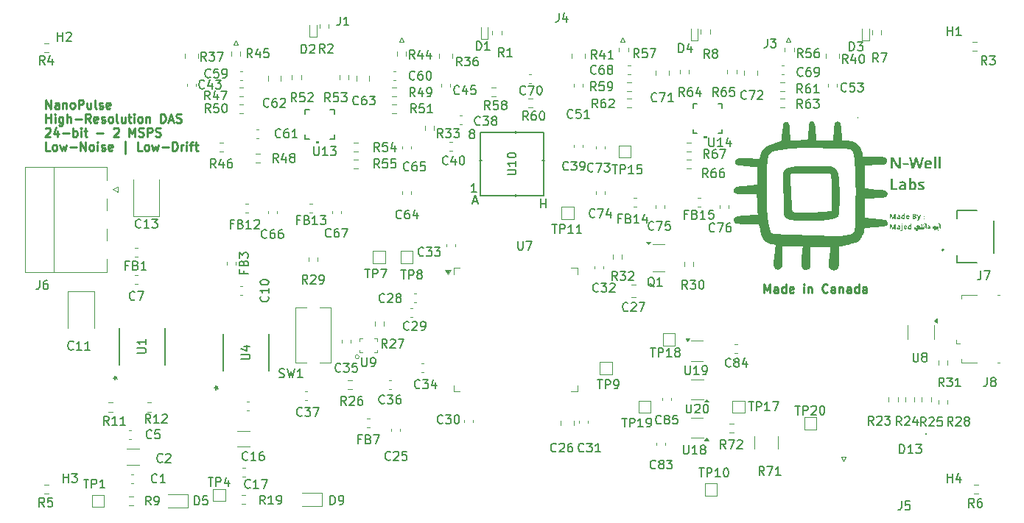
<source format=gbr>
%TF.GenerationSoftware,KiCad,Pcbnew,9.0.3*%
%TF.CreationDate,2025-08-10T07:11:57-04:00*%
%TF.ProjectId,NanoPulse,4e616e6f-5075-46c7-9365-2e6b69636164,Rev 1*%
%TF.SameCoordinates,Original*%
%TF.FileFunction,Legend,Top*%
%TF.FilePolarity,Positive*%
%FSLAX46Y46*%
G04 Gerber Fmt 4.6, Leading zero omitted, Abs format (unit mm)*
G04 Created by KiCad (PCBNEW 9.0.3) date 2025-08-10 07:11:57*
%MOMM*%
%LPD*%
G01*
G04 APERTURE LIST*
%ADD10C,0.250000*%
%ADD11C,0.150000*%
%ADD12C,0.120000*%
%ADD13C,0.200000*%
%ADD14C,0.127000*%
%ADD15C,0.152400*%
%ADD16C,0.000000*%
G04 APERTURE END LIST*
D10*
X86123595Y-72374773D02*
X86123595Y-71374773D01*
X86123595Y-71374773D02*
X86695023Y-72374773D01*
X86695023Y-72374773D02*
X86695023Y-71374773D01*
X87599785Y-72374773D02*
X87599785Y-71850963D01*
X87599785Y-71850963D02*
X87552166Y-71755725D01*
X87552166Y-71755725D02*
X87456928Y-71708106D01*
X87456928Y-71708106D02*
X87266452Y-71708106D01*
X87266452Y-71708106D02*
X87171214Y-71755725D01*
X87599785Y-72327154D02*
X87504547Y-72374773D01*
X87504547Y-72374773D02*
X87266452Y-72374773D01*
X87266452Y-72374773D02*
X87171214Y-72327154D01*
X87171214Y-72327154D02*
X87123595Y-72231915D01*
X87123595Y-72231915D02*
X87123595Y-72136677D01*
X87123595Y-72136677D02*
X87171214Y-72041439D01*
X87171214Y-72041439D02*
X87266452Y-71993820D01*
X87266452Y-71993820D02*
X87504547Y-71993820D01*
X87504547Y-71993820D02*
X87599785Y-71946201D01*
X88075976Y-71708106D02*
X88075976Y-72374773D01*
X88075976Y-71803344D02*
X88123595Y-71755725D01*
X88123595Y-71755725D02*
X88218833Y-71708106D01*
X88218833Y-71708106D02*
X88361690Y-71708106D01*
X88361690Y-71708106D02*
X88456928Y-71755725D01*
X88456928Y-71755725D02*
X88504547Y-71850963D01*
X88504547Y-71850963D02*
X88504547Y-72374773D01*
X89123595Y-72374773D02*
X89028357Y-72327154D01*
X89028357Y-72327154D02*
X88980738Y-72279534D01*
X88980738Y-72279534D02*
X88933119Y-72184296D01*
X88933119Y-72184296D02*
X88933119Y-71898582D01*
X88933119Y-71898582D02*
X88980738Y-71803344D01*
X88980738Y-71803344D02*
X89028357Y-71755725D01*
X89028357Y-71755725D02*
X89123595Y-71708106D01*
X89123595Y-71708106D02*
X89266452Y-71708106D01*
X89266452Y-71708106D02*
X89361690Y-71755725D01*
X89361690Y-71755725D02*
X89409309Y-71803344D01*
X89409309Y-71803344D02*
X89456928Y-71898582D01*
X89456928Y-71898582D02*
X89456928Y-72184296D01*
X89456928Y-72184296D02*
X89409309Y-72279534D01*
X89409309Y-72279534D02*
X89361690Y-72327154D01*
X89361690Y-72327154D02*
X89266452Y-72374773D01*
X89266452Y-72374773D02*
X89123595Y-72374773D01*
X89885500Y-72374773D02*
X89885500Y-71374773D01*
X89885500Y-71374773D02*
X90266452Y-71374773D01*
X90266452Y-71374773D02*
X90361690Y-71422392D01*
X90361690Y-71422392D02*
X90409309Y-71470011D01*
X90409309Y-71470011D02*
X90456928Y-71565249D01*
X90456928Y-71565249D02*
X90456928Y-71708106D01*
X90456928Y-71708106D02*
X90409309Y-71803344D01*
X90409309Y-71803344D02*
X90361690Y-71850963D01*
X90361690Y-71850963D02*
X90266452Y-71898582D01*
X90266452Y-71898582D02*
X89885500Y-71898582D01*
X91314071Y-71708106D02*
X91314071Y-72374773D01*
X90885500Y-71708106D02*
X90885500Y-72231915D01*
X90885500Y-72231915D02*
X90933119Y-72327154D01*
X90933119Y-72327154D02*
X91028357Y-72374773D01*
X91028357Y-72374773D02*
X91171214Y-72374773D01*
X91171214Y-72374773D02*
X91266452Y-72327154D01*
X91266452Y-72327154D02*
X91314071Y-72279534D01*
X91933119Y-72374773D02*
X91837881Y-72327154D01*
X91837881Y-72327154D02*
X91790262Y-72231915D01*
X91790262Y-72231915D02*
X91790262Y-71374773D01*
X92266453Y-72327154D02*
X92361691Y-72374773D01*
X92361691Y-72374773D02*
X92552167Y-72374773D01*
X92552167Y-72374773D02*
X92647405Y-72327154D01*
X92647405Y-72327154D02*
X92695024Y-72231915D01*
X92695024Y-72231915D02*
X92695024Y-72184296D01*
X92695024Y-72184296D02*
X92647405Y-72089058D01*
X92647405Y-72089058D02*
X92552167Y-72041439D01*
X92552167Y-72041439D02*
X92409310Y-72041439D01*
X92409310Y-72041439D02*
X92314072Y-71993820D01*
X92314072Y-71993820D02*
X92266453Y-71898582D01*
X92266453Y-71898582D02*
X92266453Y-71850963D01*
X92266453Y-71850963D02*
X92314072Y-71755725D01*
X92314072Y-71755725D02*
X92409310Y-71708106D01*
X92409310Y-71708106D02*
X92552167Y-71708106D01*
X92552167Y-71708106D02*
X92647405Y-71755725D01*
X93504548Y-72327154D02*
X93409310Y-72374773D01*
X93409310Y-72374773D02*
X93218834Y-72374773D01*
X93218834Y-72374773D02*
X93123596Y-72327154D01*
X93123596Y-72327154D02*
X93075977Y-72231915D01*
X93075977Y-72231915D02*
X93075977Y-71850963D01*
X93075977Y-71850963D02*
X93123596Y-71755725D01*
X93123596Y-71755725D02*
X93218834Y-71708106D01*
X93218834Y-71708106D02*
X93409310Y-71708106D01*
X93409310Y-71708106D02*
X93504548Y-71755725D01*
X93504548Y-71755725D02*
X93552167Y-71850963D01*
X93552167Y-71850963D02*
X93552167Y-71946201D01*
X93552167Y-71946201D02*
X93075977Y-72041439D01*
X86123595Y-73984717D02*
X86123595Y-72984717D01*
X86123595Y-73460907D02*
X86695023Y-73460907D01*
X86695023Y-73984717D02*
X86695023Y-72984717D01*
X87171214Y-73984717D02*
X87171214Y-73318050D01*
X87171214Y-72984717D02*
X87123595Y-73032336D01*
X87123595Y-73032336D02*
X87171214Y-73079955D01*
X87171214Y-73079955D02*
X87218833Y-73032336D01*
X87218833Y-73032336D02*
X87171214Y-72984717D01*
X87171214Y-72984717D02*
X87171214Y-73079955D01*
X88075975Y-73318050D02*
X88075975Y-74127574D01*
X88075975Y-74127574D02*
X88028356Y-74222812D01*
X88028356Y-74222812D02*
X87980737Y-74270431D01*
X87980737Y-74270431D02*
X87885499Y-74318050D01*
X87885499Y-74318050D02*
X87742642Y-74318050D01*
X87742642Y-74318050D02*
X87647404Y-74270431D01*
X88075975Y-73937098D02*
X87980737Y-73984717D01*
X87980737Y-73984717D02*
X87790261Y-73984717D01*
X87790261Y-73984717D02*
X87695023Y-73937098D01*
X87695023Y-73937098D02*
X87647404Y-73889478D01*
X87647404Y-73889478D02*
X87599785Y-73794240D01*
X87599785Y-73794240D02*
X87599785Y-73508526D01*
X87599785Y-73508526D02*
X87647404Y-73413288D01*
X87647404Y-73413288D02*
X87695023Y-73365669D01*
X87695023Y-73365669D02*
X87790261Y-73318050D01*
X87790261Y-73318050D02*
X87980737Y-73318050D01*
X87980737Y-73318050D02*
X88075975Y-73365669D01*
X88552166Y-73984717D02*
X88552166Y-72984717D01*
X88980737Y-73984717D02*
X88980737Y-73460907D01*
X88980737Y-73460907D02*
X88933118Y-73365669D01*
X88933118Y-73365669D02*
X88837880Y-73318050D01*
X88837880Y-73318050D02*
X88695023Y-73318050D01*
X88695023Y-73318050D02*
X88599785Y-73365669D01*
X88599785Y-73365669D02*
X88552166Y-73413288D01*
X89456928Y-73603764D02*
X90218833Y-73603764D01*
X91266451Y-73984717D02*
X90933118Y-73508526D01*
X90695023Y-73984717D02*
X90695023Y-72984717D01*
X90695023Y-72984717D02*
X91075975Y-72984717D01*
X91075975Y-72984717D02*
X91171213Y-73032336D01*
X91171213Y-73032336D02*
X91218832Y-73079955D01*
X91218832Y-73079955D02*
X91266451Y-73175193D01*
X91266451Y-73175193D02*
X91266451Y-73318050D01*
X91266451Y-73318050D02*
X91218832Y-73413288D01*
X91218832Y-73413288D02*
X91171213Y-73460907D01*
X91171213Y-73460907D02*
X91075975Y-73508526D01*
X91075975Y-73508526D02*
X90695023Y-73508526D01*
X92075975Y-73937098D02*
X91980737Y-73984717D01*
X91980737Y-73984717D02*
X91790261Y-73984717D01*
X91790261Y-73984717D02*
X91695023Y-73937098D01*
X91695023Y-73937098D02*
X91647404Y-73841859D01*
X91647404Y-73841859D02*
X91647404Y-73460907D01*
X91647404Y-73460907D02*
X91695023Y-73365669D01*
X91695023Y-73365669D02*
X91790261Y-73318050D01*
X91790261Y-73318050D02*
X91980737Y-73318050D01*
X91980737Y-73318050D02*
X92075975Y-73365669D01*
X92075975Y-73365669D02*
X92123594Y-73460907D01*
X92123594Y-73460907D02*
X92123594Y-73556145D01*
X92123594Y-73556145D02*
X91647404Y-73651383D01*
X92504547Y-73937098D02*
X92599785Y-73984717D01*
X92599785Y-73984717D02*
X92790261Y-73984717D01*
X92790261Y-73984717D02*
X92885499Y-73937098D01*
X92885499Y-73937098D02*
X92933118Y-73841859D01*
X92933118Y-73841859D02*
X92933118Y-73794240D01*
X92933118Y-73794240D02*
X92885499Y-73699002D01*
X92885499Y-73699002D02*
X92790261Y-73651383D01*
X92790261Y-73651383D02*
X92647404Y-73651383D01*
X92647404Y-73651383D02*
X92552166Y-73603764D01*
X92552166Y-73603764D02*
X92504547Y-73508526D01*
X92504547Y-73508526D02*
X92504547Y-73460907D01*
X92504547Y-73460907D02*
X92552166Y-73365669D01*
X92552166Y-73365669D02*
X92647404Y-73318050D01*
X92647404Y-73318050D02*
X92790261Y-73318050D01*
X92790261Y-73318050D02*
X92885499Y-73365669D01*
X93504547Y-73984717D02*
X93409309Y-73937098D01*
X93409309Y-73937098D02*
X93361690Y-73889478D01*
X93361690Y-73889478D02*
X93314071Y-73794240D01*
X93314071Y-73794240D02*
X93314071Y-73508526D01*
X93314071Y-73508526D02*
X93361690Y-73413288D01*
X93361690Y-73413288D02*
X93409309Y-73365669D01*
X93409309Y-73365669D02*
X93504547Y-73318050D01*
X93504547Y-73318050D02*
X93647404Y-73318050D01*
X93647404Y-73318050D02*
X93742642Y-73365669D01*
X93742642Y-73365669D02*
X93790261Y-73413288D01*
X93790261Y-73413288D02*
X93837880Y-73508526D01*
X93837880Y-73508526D02*
X93837880Y-73794240D01*
X93837880Y-73794240D02*
X93790261Y-73889478D01*
X93790261Y-73889478D02*
X93742642Y-73937098D01*
X93742642Y-73937098D02*
X93647404Y-73984717D01*
X93647404Y-73984717D02*
X93504547Y-73984717D01*
X94409309Y-73984717D02*
X94314071Y-73937098D01*
X94314071Y-73937098D02*
X94266452Y-73841859D01*
X94266452Y-73841859D02*
X94266452Y-72984717D01*
X95218833Y-73318050D02*
X95218833Y-73984717D01*
X94790262Y-73318050D02*
X94790262Y-73841859D01*
X94790262Y-73841859D02*
X94837881Y-73937098D01*
X94837881Y-73937098D02*
X94933119Y-73984717D01*
X94933119Y-73984717D02*
X95075976Y-73984717D01*
X95075976Y-73984717D02*
X95171214Y-73937098D01*
X95171214Y-73937098D02*
X95218833Y-73889478D01*
X95552167Y-73318050D02*
X95933119Y-73318050D01*
X95695024Y-72984717D02*
X95695024Y-73841859D01*
X95695024Y-73841859D02*
X95742643Y-73937098D01*
X95742643Y-73937098D02*
X95837881Y-73984717D01*
X95837881Y-73984717D02*
X95933119Y-73984717D01*
X96266453Y-73984717D02*
X96266453Y-73318050D01*
X96266453Y-72984717D02*
X96218834Y-73032336D01*
X96218834Y-73032336D02*
X96266453Y-73079955D01*
X96266453Y-73079955D02*
X96314072Y-73032336D01*
X96314072Y-73032336D02*
X96266453Y-72984717D01*
X96266453Y-72984717D02*
X96266453Y-73079955D01*
X96885500Y-73984717D02*
X96790262Y-73937098D01*
X96790262Y-73937098D02*
X96742643Y-73889478D01*
X96742643Y-73889478D02*
X96695024Y-73794240D01*
X96695024Y-73794240D02*
X96695024Y-73508526D01*
X96695024Y-73508526D02*
X96742643Y-73413288D01*
X96742643Y-73413288D02*
X96790262Y-73365669D01*
X96790262Y-73365669D02*
X96885500Y-73318050D01*
X96885500Y-73318050D02*
X97028357Y-73318050D01*
X97028357Y-73318050D02*
X97123595Y-73365669D01*
X97123595Y-73365669D02*
X97171214Y-73413288D01*
X97171214Y-73413288D02*
X97218833Y-73508526D01*
X97218833Y-73508526D02*
X97218833Y-73794240D01*
X97218833Y-73794240D02*
X97171214Y-73889478D01*
X97171214Y-73889478D02*
X97123595Y-73937098D01*
X97123595Y-73937098D02*
X97028357Y-73984717D01*
X97028357Y-73984717D02*
X96885500Y-73984717D01*
X97647405Y-73318050D02*
X97647405Y-73984717D01*
X97647405Y-73413288D02*
X97695024Y-73365669D01*
X97695024Y-73365669D02*
X97790262Y-73318050D01*
X97790262Y-73318050D02*
X97933119Y-73318050D01*
X97933119Y-73318050D02*
X98028357Y-73365669D01*
X98028357Y-73365669D02*
X98075976Y-73460907D01*
X98075976Y-73460907D02*
X98075976Y-73984717D01*
X99314072Y-73984717D02*
X99314072Y-72984717D01*
X99314072Y-72984717D02*
X99552167Y-72984717D01*
X99552167Y-72984717D02*
X99695024Y-73032336D01*
X99695024Y-73032336D02*
X99790262Y-73127574D01*
X99790262Y-73127574D02*
X99837881Y-73222812D01*
X99837881Y-73222812D02*
X99885500Y-73413288D01*
X99885500Y-73413288D02*
X99885500Y-73556145D01*
X99885500Y-73556145D02*
X99837881Y-73746621D01*
X99837881Y-73746621D02*
X99790262Y-73841859D01*
X99790262Y-73841859D02*
X99695024Y-73937098D01*
X99695024Y-73937098D02*
X99552167Y-73984717D01*
X99552167Y-73984717D02*
X99314072Y-73984717D01*
X100266453Y-73699002D02*
X100742643Y-73699002D01*
X100171215Y-73984717D02*
X100504548Y-72984717D01*
X100504548Y-72984717D02*
X100837881Y-73984717D01*
X101123596Y-73937098D02*
X101266453Y-73984717D01*
X101266453Y-73984717D02*
X101504548Y-73984717D01*
X101504548Y-73984717D02*
X101599786Y-73937098D01*
X101599786Y-73937098D02*
X101647405Y-73889478D01*
X101647405Y-73889478D02*
X101695024Y-73794240D01*
X101695024Y-73794240D02*
X101695024Y-73699002D01*
X101695024Y-73699002D02*
X101647405Y-73603764D01*
X101647405Y-73603764D02*
X101599786Y-73556145D01*
X101599786Y-73556145D02*
X101504548Y-73508526D01*
X101504548Y-73508526D02*
X101314072Y-73460907D01*
X101314072Y-73460907D02*
X101218834Y-73413288D01*
X101218834Y-73413288D02*
X101171215Y-73365669D01*
X101171215Y-73365669D02*
X101123596Y-73270431D01*
X101123596Y-73270431D02*
X101123596Y-73175193D01*
X101123596Y-73175193D02*
X101171215Y-73079955D01*
X101171215Y-73079955D02*
X101218834Y-73032336D01*
X101218834Y-73032336D02*
X101314072Y-72984717D01*
X101314072Y-72984717D02*
X101552167Y-72984717D01*
X101552167Y-72984717D02*
X101695024Y-73032336D01*
X86075976Y-74689899D02*
X86123595Y-74642280D01*
X86123595Y-74642280D02*
X86218833Y-74594661D01*
X86218833Y-74594661D02*
X86456928Y-74594661D01*
X86456928Y-74594661D02*
X86552166Y-74642280D01*
X86552166Y-74642280D02*
X86599785Y-74689899D01*
X86599785Y-74689899D02*
X86647404Y-74785137D01*
X86647404Y-74785137D02*
X86647404Y-74880375D01*
X86647404Y-74880375D02*
X86599785Y-75023232D01*
X86599785Y-75023232D02*
X86028357Y-75594661D01*
X86028357Y-75594661D02*
X86647404Y-75594661D01*
X87504547Y-74927994D02*
X87504547Y-75594661D01*
X87266452Y-74547042D02*
X87028357Y-75261327D01*
X87028357Y-75261327D02*
X87647404Y-75261327D01*
X88028357Y-75213708D02*
X88790262Y-75213708D01*
X89266452Y-75594661D02*
X89266452Y-74594661D01*
X89266452Y-74975613D02*
X89361690Y-74927994D01*
X89361690Y-74927994D02*
X89552166Y-74927994D01*
X89552166Y-74927994D02*
X89647404Y-74975613D01*
X89647404Y-74975613D02*
X89695023Y-75023232D01*
X89695023Y-75023232D02*
X89742642Y-75118470D01*
X89742642Y-75118470D02*
X89742642Y-75404184D01*
X89742642Y-75404184D02*
X89695023Y-75499422D01*
X89695023Y-75499422D02*
X89647404Y-75547042D01*
X89647404Y-75547042D02*
X89552166Y-75594661D01*
X89552166Y-75594661D02*
X89361690Y-75594661D01*
X89361690Y-75594661D02*
X89266452Y-75547042D01*
X90171214Y-75594661D02*
X90171214Y-74927994D01*
X90171214Y-74594661D02*
X90123595Y-74642280D01*
X90123595Y-74642280D02*
X90171214Y-74689899D01*
X90171214Y-74689899D02*
X90218833Y-74642280D01*
X90218833Y-74642280D02*
X90171214Y-74594661D01*
X90171214Y-74594661D02*
X90171214Y-74689899D01*
X90504547Y-74927994D02*
X90885499Y-74927994D01*
X90647404Y-74594661D02*
X90647404Y-75451803D01*
X90647404Y-75451803D02*
X90695023Y-75547042D01*
X90695023Y-75547042D02*
X90790261Y-75594661D01*
X90790261Y-75594661D02*
X90885499Y-75594661D01*
X91980738Y-75213708D02*
X92742643Y-75213708D01*
X93933119Y-74689899D02*
X93980738Y-74642280D01*
X93980738Y-74642280D02*
X94075976Y-74594661D01*
X94075976Y-74594661D02*
X94314071Y-74594661D01*
X94314071Y-74594661D02*
X94409309Y-74642280D01*
X94409309Y-74642280D02*
X94456928Y-74689899D01*
X94456928Y-74689899D02*
X94504547Y-74785137D01*
X94504547Y-74785137D02*
X94504547Y-74880375D01*
X94504547Y-74880375D02*
X94456928Y-75023232D01*
X94456928Y-75023232D02*
X93885500Y-75594661D01*
X93885500Y-75594661D02*
X94504547Y-75594661D01*
X95695024Y-75594661D02*
X95695024Y-74594661D01*
X95695024Y-74594661D02*
X96028357Y-75308946D01*
X96028357Y-75308946D02*
X96361690Y-74594661D01*
X96361690Y-74594661D02*
X96361690Y-75594661D01*
X96790262Y-75547042D02*
X96933119Y-75594661D01*
X96933119Y-75594661D02*
X97171214Y-75594661D01*
X97171214Y-75594661D02*
X97266452Y-75547042D01*
X97266452Y-75547042D02*
X97314071Y-75499422D01*
X97314071Y-75499422D02*
X97361690Y-75404184D01*
X97361690Y-75404184D02*
X97361690Y-75308946D01*
X97361690Y-75308946D02*
X97314071Y-75213708D01*
X97314071Y-75213708D02*
X97266452Y-75166089D01*
X97266452Y-75166089D02*
X97171214Y-75118470D01*
X97171214Y-75118470D02*
X96980738Y-75070851D01*
X96980738Y-75070851D02*
X96885500Y-75023232D01*
X96885500Y-75023232D02*
X96837881Y-74975613D01*
X96837881Y-74975613D02*
X96790262Y-74880375D01*
X96790262Y-74880375D02*
X96790262Y-74785137D01*
X96790262Y-74785137D02*
X96837881Y-74689899D01*
X96837881Y-74689899D02*
X96885500Y-74642280D01*
X96885500Y-74642280D02*
X96980738Y-74594661D01*
X96980738Y-74594661D02*
X97218833Y-74594661D01*
X97218833Y-74594661D02*
X97361690Y-74642280D01*
X97790262Y-75594661D02*
X97790262Y-74594661D01*
X97790262Y-74594661D02*
X98171214Y-74594661D01*
X98171214Y-74594661D02*
X98266452Y-74642280D01*
X98266452Y-74642280D02*
X98314071Y-74689899D01*
X98314071Y-74689899D02*
X98361690Y-74785137D01*
X98361690Y-74785137D02*
X98361690Y-74927994D01*
X98361690Y-74927994D02*
X98314071Y-75023232D01*
X98314071Y-75023232D02*
X98266452Y-75070851D01*
X98266452Y-75070851D02*
X98171214Y-75118470D01*
X98171214Y-75118470D02*
X97790262Y-75118470D01*
X98742643Y-75547042D02*
X98885500Y-75594661D01*
X98885500Y-75594661D02*
X99123595Y-75594661D01*
X99123595Y-75594661D02*
X99218833Y-75547042D01*
X99218833Y-75547042D02*
X99266452Y-75499422D01*
X99266452Y-75499422D02*
X99314071Y-75404184D01*
X99314071Y-75404184D02*
X99314071Y-75308946D01*
X99314071Y-75308946D02*
X99266452Y-75213708D01*
X99266452Y-75213708D02*
X99218833Y-75166089D01*
X99218833Y-75166089D02*
X99123595Y-75118470D01*
X99123595Y-75118470D02*
X98933119Y-75070851D01*
X98933119Y-75070851D02*
X98837881Y-75023232D01*
X98837881Y-75023232D02*
X98790262Y-74975613D01*
X98790262Y-74975613D02*
X98742643Y-74880375D01*
X98742643Y-74880375D02*
X98742643Y-74785137D01*
X98742643Y-74785137D02*
X98790262Y-74689899D01*
X98790262Y-74689899D02*
X98837881Y-74642280D01*
X98837881Y-74642280D02*
X98933119Y-74594661D01*
X98933119Y-74594661D02*
X99171214Y-74594661D01*
X99171214Y-74594661D02*
X99314071Y-74642280D01*
X86599785Y-77204605D02*
X86123595Y-77204605D01*
X86123595Y-77204605D02*
X86123595Y-76204605D01*
X87075976Y-77204605D02*
X86980738Y-77156986D01*
X86980738Y-77156986D02*
X86933119Y-77109366D01*
X86933119Y-77109366D02*
X86885500Y-77014128D01*
X86885500Y-77014128D02*
X86885500Y-76728414D01*
X86885500Y-76728414D02*
X86933119Y-76633176D01*
X86933119Y-76633176D02*
X86980738Y-76585557D01*
X86980738Y-76585557D02*
X87075976Y-76537938D01*
X87075976Y-76537938D02*
X87218833Y-76537938D01*
X87218833Y-76537938D02*
X87314071Y-76585557D01*
X87314071Y-76585557D02*
X87361690Y-76633176D01*
X87361690Y-76633176D02*
X87409309Y-76728414D01*
X87409309Y-76728414D02*
X87409309Y-77014128D01*
X87409309Y-77014128D02*
X87361690Y-77109366D01*
X87361690Y-77109366D02*
X87314071Y-77156986D01*
X87314071Y-77156986D02*
X87218833Y-77204605D01*
X87218833Y-77204605D02*
X87075976Y-77204605D01*
X87742643Y-76537938D02*
X87933119Y-77204605D01*
X87933119Y-77204605D02*
X88123595Y-76728414D01*
X88123595Y-76728414D02*
X88314071Y-77204605D01*
X88314071Y-77204605D02*
X88504547Y-76537938D01*
X88885500Y-76823652D02*
X89647405Y-76823652D01*
X90123595Y-77204605D02*
X90123595Y-76204605D01*
X90123595Y-76204605D02*
X90695023Y-77204605D01*
X90695023Y-77204605D02*
X90695023Y-76204605D01*
X91314071Y-77204605D02*
X91218833Y-77156986D01*
X91218833Y-77156986D02*
X91171214Y-77109366D01*
X91171214Y-77109366D02*
X91123595Y-77014128D01*
X91123595Y-77014128D02*
X91123595Y-76728414D01*
X91123595Y-76728414D02*
X91171214Y-76633176D01*
X91171214Y-76633176D02*
X91218833Y-76585557D01*
X91218833Y-76585557D02*
X91314071Y-76537938D01*
X91314071Y-76537938D02*
X91456928Y-76537938D01*
X91456928Y-76537938D02*
X91552166Y-76585557D01*
X91552166Y-76585557D02*
X91599785Y-76633176D01*
X91599785Y-76633176D02*
X91647404Y-76728414D01*
X91647404Y-76728414D02*
X91647404Y-77014128D01*
X91647404Y-77014128D02*
X91599785Y-77109366D01*
X91599785Y-77109366D02*
X91552166Y-77156986D01*
X91552166Y-77156986D02*
X91456928Y-77204605D01*
X91456928Y-77204605D02*
X91314071Y-77204605D01*
X92075976Y-77204605D02*
X92075976Y-76537938D01*
X92075976Y-76204605D02*
X92028357Y-76252224D01*
X92028357Y-76252224D02*
X92075976Y-76299843D01*
X92075976Y-76299843D02*
X92123595Y-76252224D01*
X92123595Y-76252224D02*
X92075976Y-76204605D01*
X92075976Y-76204605D02*
X92075976Y-76299843D01*
X92504547Y-77156986D02*
X92599785Y-77204605D01*
X92599785Y-77204605D02*
X92790261Y-77204605D01*
X92790261Y-77204605D02*
X92885499Y-77156986D01*
X92885499Y-77156986D02*
X92933118Y-77061747D01*
X92933118Y-77061747D02*
X92933118Y-77014128D01*
X92933118Y-77014128D02*
X92885499Y-76918890D01*
X92885499Y-76918890D02*
X92790261Y-76871271D01*
X92790261Y-76871271D02*
X92647404Y-76871271D01*
X92647404Y-76871271D02*
X92552166Y-76823652D01*
X92552166Y-76823652D02*
X92504547Y-76728414D01*
X92504547Y-76728414D02*
X92504547Y-76680795D01*
X92504547Y-76680795D02*
X92552166Y-76585557D01*
X92552166Y-76585557D02*
X92647404Y-76537938D01*
X92647404Y-76537938D02*
X92790261Y-76537938D01*
X92790261Y-76537938D02*
X92885499Y-76585557D01*
X93742642Y-77156986D02*
X93647404Y-77204605D01*
X93647404Y-77204605D02*
X93456928Y-77204605D01*
X93456928Y-77204605D02*
X93361690Y-77156986D01*
X93361690Y-77156986D02*
X93314071Y-77061747D01*
X93314071Y-77061747D02*
X93314071Y-76680795D01*
X93314071Y-76680795D02*
X93361690Y-76585557D01*
X93361690Y-76585557D02*
X93456928Y-76537938D01*
X93456928Y-76537938D02*
X93647404Y-76537938D01*
X93647404Y-76537938D02*
X93742642Y-76585557D01*
X93742642Y-76585557D02*
X93790261Y-76680795D01*
X93790261Y-76680795D02*
X93790261Y-76776033D01*
X93790261Y-76776033D02*
X93314071Y-76871271D01*
X95218833Y-77537938D02*
X95218833Y-76109366D01*
X97171214Y-77204605D02*
X96695024Y-77204605D01*
X96695024Y-77204605D02*
X96695024Y-76204605D01*
X97647405Y-77204605D02*
X97552167Y-77156986D01*
X97552167Y-77156986D02*
X97504548Y-77109366D01*
X97504548Y-77109366D02*
X97456929Y-77014128D01*
X97456929Y-77014128D02*
X97456929Y-76728414D01*
X97456929Y-76728414D02*
X97504548Y-76633176D01*
X97504548Y-76633176D02*
X97552167Y-76585557D01*
X97552167Y-76585557D02*
X97647405Y-76537938D01*
X97647405Y-76537938D02*
X97790262Y-76537938D01*
X97790262Y-76537938D02*
X97885500Y-76585557D01*
X97885500Y-76585557D02*
X97933119Y-76633176D01*
X97933119Y-76633176D02*
X97980738Y-76728414D01*
X97980738Y-76728414D02*
X97980738Y-77014128D01*
X97980738Y-77014128D02*
X97933119Y-77109366D01*
X97933119Y-77109366D02*
X97885500Y-77156986D01*
X97885500Y-77156986D02*
X97790262Y-77204605D01*
X97790262Y-77204605D02*
X97647405Y-77204605D01*
X98314072Y-76537938D02*
X98504548Y-77204605D01*
X98504548Y-77204605D02*
X98695024Y-76728414D01*
X98695024Y-76728414D02*
X98885500Y-77204605D01*
X98885500Y-77204605D02*
X99075976Y-76537938D01*
X99456929Y-76823652D02*
X100218834Y-76823652D01*
X100695024Y-77204605D02*
X100695024Y-76204605D01*
X100695024Y-76204605D02*
X100933119Y-76204605D01*
X100933119Y-76204605D02*
X101075976Y-76252224D01*
X101075976Y-76252224D02*
X101171214Y-76347462D01*
X101171214Y-76347462D02*
X101218833Y-76442700D01*
X101218833Y-76442700D02*
X101266452Y-76633176D01*
X101266452Y-76633176D02*
X101266452Y-76776033D01*
X101266452Y-76776033D02*
X101218833Y-76966509D01*
X101218833Y-76966509D02*
X101171214Y-77061747D01*
X101171214Y-77061747D02*
X101075976Y-77156986D01*
X101075976Y-77156986D02*
X100933119Y-77204605D01*
X100933119Y-77204605D02*
X100695024Y-77204605D01*
X101695024Y-77204605D02*
X101695024Y-76537938D01*
X101695024Y-76728414D02*
X101742643Y-76633176D01*
X101742643Y-76633176D02*
X101790262Y-76585557D01*
X101790262Y-76585557D02*
X101885500Y-76537938D01*
X101885500Y-76537938D02*
X101980738Y-76537938D01*
X102314072Y-77204605D02*
X102314072Y-76537938D01*
X102314072Y-76204605D02*
X102266453Y-76252224D01*
X102266453Y-76252224D02*
X102314072Y-76299843D01*
X102314072Y-76299843D02*
X102361691Y-76252224D01*
X102361691Y-76252224D02*
X102314072Y-76204605D01*
X102314072Y-76204605D02*
X102314072Y-76299843D01*
X102647405Y-76537938D02*
X103028357Y-76537938D01*
X102790262Y-77204605D02*
X102790262Y-76347462D01*
X102790262Y-76347462D02*
X102837881Y-76252224D01*
X102837881Y-76252224D02*
X102933119Y-76204605D01*
X102933119Y-76204605D02*
X103028357Y-76204605D01*
X103218834Y-76537938D02*
X103599786Y-76537938D01*
X103361691Y-76204605D02*
X103361691Y-77061747D01*
X103361691Y-77061747D02*
X103409310Y-77156986D01*
X103409310Y-77156986D02*
X103504548Y-77204605D01*
X103504548Y-77204605D02*
X103599786Y-77204605D01*
X168682297Y-93575111D02*
X168682297Y-92575111D01*
X168682297Y-92575111D02*
X169015630Y-93289396D01*
X169015630Y-93289396D02*
X169348963Y-92575111D01*
X169348963Y-92575111D02*
X169348963Y-93575111D01*
X170253725Y-93575111D02*
X170253725Y-93051301D01*
X170253725Y-93051301D02*
X170206106Y-92956063D01*
X170206106Y-92956063D02*
X170110868Y-92908444D01*
X170110868Y-92908444D02*
X169920392Y-92908444D01*
X169920392Y-92908444D02*
X169825154Y-92956063D01*
X170253725Y-93527492D02*
X170158487Y-93575111D01*
X170158487Y-93575111D02*
X169920392Y-93575111D01*
X169920392Y-93575111D02*
X169825154Y-93527492D01*
X169825154Y-93527492D02*
X169777535Y-93432253D01*
X169777535Y-93432253D02*
X169777535Y-93337015D01*
X169777535Y-93337015D02*
X169825154Y-93241777D01*
X169825154Y-93241777D02*
X169920392Y-93194158D01*
X169920392Y-93194158D02*
X170158487Y-93194158D01*
X170158487Y-93194158D02*
X170253725Y-93146539D01*
X171158487Y-93575111D02*
X171158487Y-92575111D01*
X171158487Y-93527492D02*
X171063249Y-93575111D01*
X171063249Y-93575111D02*
X170872773Y-93575111D01*
X170872773Y-93575111D02*
X170777535Y-93527492D01*
X170777535Y-93527492D02*
X170729916Y-93479872D01*
X170729916Y-93479872D02*
X170682297Y-93384634D01*
X170682297Y-93384634D02*
X170682297Y-93098920D01*
X170682297Y-93098920D02*
X170729916Y-93003682D01*
X170729916Y-93003682D02*
X170777535Y-92956063D01*
X170777535Y-92956063D02*
X170872773Y-92908444D01*
X170872773Y-92908444D02*
X171063249Y-92908444D01*
X171063249Y-92908444D02*
X171158487Y-92956063D01*
X172015630Y-93527492D02*
X171920392Y-93575111D01*
X171920392Y-93575111D02*
X171729916Y-93575111D01*
X171729916Y-93575111D02*
X171634678Y-93527492D01*
X171634678Y-93527492D02*
X171587059Y-93432253D01*
X171587059Y-93432253D02*
X171587059Y-93051301D01*
X171587059Y-93051301D02*
X171634678Y-92956063D01*
X171634678Y-92956063D02*
X171729916Y-92908444D01*
X171729916Y-92908444D02*
X171920392Y-92908444D01*
X171920392Y-92908444D02*
X172015630Y-92956063D01*
X172015630Y-92956063D02*
X172063249Y-93051301D01*
X172063249Y-93051301D02*
X172063249Y-93146539D01*
X172063249Y-93146539D02*
X171587059Y-93241777D01*
X173253726Y-93575111D02*
X173253726Y-92908444D01*
X173253726Y-92575111D02*
X173206107Y-92622730D01*
X173206107Y-92622730D02*
X173253726Y-92670349D01*
X173253726Y-92670349D02*
X173301345Y-92622730D01*
X173301345Y-92622730D02*
X173253726Y-92575111D01*
X173253726Y-92575111D02*
X173253726Y-92670349D01*
X173729916Y-92908444D02*
X173729916Y-93575111D01*
X173729916Y-93003682D02*
X173777535Y-92956063D01*
X173777535Y-92956063D02*
X173872773Y-92908444D01*
X173872773Y-92908444D02*
X174015630Y-92908444D01*
X174015630Y-92908444D02*
X174110868Y-92956063D01*
X174110868Y-92956063D02*
X174158487Y-93051301D01*
X174158487Y-93051301D02*
X174158487Y-93575111D01*
X175968011Y-93479872D02*
X175920392Y-93527492D01*
X175920392Y-93527492D02*
X175777535Y-93575111D01*
X175777535Y-93575111D02*
X175682297Y-93575111D01*
X175682297Y-93575111D02*
X175539440Y-93527492D01*
X175539440Y-93527492D02*
X175444202Y-93432253D01*
X175444202Y-93432253D02*
X175396583Y-93337015D01*
X175396583Y-93337015D02*
X175348964Y-93146539D01*
X175348964Y-93146539D02*
X175348964Y-93003682D01*
X175348964Y-93003682D02*
X175396583Y-92813206D01*
X175396583Y-92813206D02*
X175444202Y-92717968D01*
X175444202Y-92717968D02*
X175539440Y-92622730D01*
X175539440Y-92622730D02*
X175682297Y-92575111D01*
X175682297Y-92575111D02*
X175777535Y-92575111D01*
X175777535Y-92575111D02*
X175920392Y-92622730D01*
X175920392Y-92622730D02*
X175968011Y-92670349D01*
X176825154Y-93575111D02*
X176825154Y-93051301D01*
X176825154Y-93051301D02*
X176777535Y-92956063D01*
X176777535Y-92956063D02*
X176682297Y-92908444D01*
X176682297Y-92908444D02*
X176491821Y-92908444D01*
X176491821Y-92908444D02*
X176396583Y-92956063D01*
X176825154Y-93527492D02*
X176729916Y-93575111D01*
X176729916Y-93575111D02*
X176491821Y-93575111D01*
X176491821Y-93575111D02*
X176396583Y-93527492D01*
X176396583Y-93527492D02*
X176348964Y-93432253D01*
X176348964Y-93432253D02*
X176348964Y-93337015D01*
X176348964Y-93337015D02*
X176396583Y-93241777D01*
X176396583Y-93241777D02*
X176491821Y-93194158D01*
X176491821Y-93194158D02*
X176729916Y-93194158D01*
X176729916Y-93194158D02*
X176825154Y-93146539D01*
X177301345Y-92908444D02*
X177301345Y-93575111D01*
X177301345Y-93003682D02*
X177348964Y-92956063D01*
X177348964Y-92956063D02*
X177444202Y-92908444D01*
X177444202Y-92908444D02*
X177587059Y-92908444D01*
X177587059Y-92908444D02*
X177682297Y-92956063D01*
X177682297Y-92956063D02*
X177729916Y-93051301D01*
X177729916Y-93051301D02*
X177729916Y-93575111D01*
X178634678Y-93575111D02*
X178634678Y-93051301D01*
X178634678Y-93051301D02*
X178587059Y-92956063D01*
X178587059Y-92956063D02*
X178491821Y-92908444D01*
X178491821Y-92908444D02*
X178301345Y-92908444D01*
X178301345Y-92908444D02*
X178206107Y-92956063D01*
X178634678Y-93527492D02*
X178539440Y-93575111D01*
X178539440Y-93575111D02*
X178301345Y-93575111D01*
X178301345Y-93575111D02*
X178206107Y-93527492D01*
X178206107Y-93527492D02*
X178158488Y-93432253D01*
X178158488Y-93432253D02*
X178158488Y-93337015D01*
X178158488Y-93337015D02*
X178206107Y-93241777D01*
X178206107Y-93241777D02*
X178301345Y-93194158D01*
X178301345Y-93194158D02*
X178539440Y-93194158D01*
X178539440Y-93194158D02*
X178634678Y-93146539D01*
X179539440Y-93575111D02*
X179539440Y-92575111D01*
X179539440Y-93527492D02*
X179444202Y-93575111D01*
X179444202Y-93575111D02*
X179253726Y-93575111D01*
X179253726Y-93575111D02*
X179158488Y-93527492D01*
X179158488Y-93527492D02*
X179110869Y-93479872D01*
X179110869Y-93479872D02*
X179063250Y-93384634D01*
X179063250Y-93384634D02*
X179063250Y-93098920D01*
X179063250Y-93098920D02*
X179110869Y-93003682D01*
X179110869Y-93003682D02*
X179158488Y-92956063D01*
X179158488Y-92956063D02*
X179253726Y-92908444D01*
X179253726Y-92908444D02*
X179444202Y-92908444D01*
X179444202Y-92908444D02*
X179539440Y-92956063D01*
X180444202Y-93575111D02*
X180444202Y-93051301D01*
X180444202Y-93051301D02*
X180396583Y-92956063D01*
X180396583Y-92956063D02*
X180301345Y-92908444D01*
X180301345Y-92908444D02*
X180110869Y-92908444D01*
X180110869Y-92908444D02*
X180015631Y-92956063D01*
X180444202Y-93527492D02*
X180348964Y-93575111D01*
X180348964Y-93575111D02*
X180110869Y-93575111D01*
X180110869Y-93575111D02*
X180015631Y-93527492D01*
X180015631Y-93527492D02*
X179968012Y-93432253D01*
X179968012Y-93432253D02*
X179968012Y-93337015D01*
X179968012Y-93337015D02*
X180015631Y-93241777D01*
X180015631Y-93241777D02*
X180110869Y-93194158D01*
X180110869Y-93194158D02*
X180348964Y-93194158D01*
X180348964Y-93194158D02*
X180444202Y-93146539D01*
D11*
X159875475Y-84546008D02*
X159542142Y-84546008D01*
X159542142Y-85069818D02*
X159542142Y-84069818D01*
X159542142Y-84069818D02*
X160018332Y-84069818D01*
X160732618Y-84546008D02*
X160875475Y-84593627D01*
X160875475Y-84593627D02*
X160923094Y-84641246D01*
X160923094Y-84641246D02*
X160970713Y-84736484D01*
X160970713Y-84736484D02*
X160970713Y-84879341D01*
X160970713Y-84879341D02*
X160923094Y-84974579D01*
X160923094Y-84974579D02*
X160875475Y-85022199D01*
X160875475Y-85022199D02*
X160780237Y-85069818D01*
X160780237Y-85069818D02*
X160399285Y-85069818D01*
X160399285Y-85069818D02*
X160399285Y-84069818D01*
X160399285Y-84069818D02*
X160732618Y-84069818D01*
X160732618Y-84069818D02*
X160827856Y-84117437D01*
X160827856Y-84117437D02*
X160875475Y-84165056D01*
X160875475Y-84165056D02*
X160923094Y-84260294D01*
X160923094Y-84260294D02*
X160923094Y-84355532D01*
X160923094Y-84355532D02*
X160875475Y-84450770D01*
X160875475Y-84450770D02*
X160827856Y-84498389D01*
X160827856Y-84498389D02*
X160732618Y-84546008D01*
X160732618Y-84546008D02*
X160399285Y-84546008D01*
X161923094Y-85069818D02*
X161351666Y-85069818D01*
X161637380Y-85069818D02*
X161637380Y-84069818D01*
X161637380Y-84069818D02*
X161542142Y-84212675D01*
X161542142Y-84212675D02*
X161446904Y-84307913D01*
X161446904Y-84307913D02*
X161351666Y-84355532D01*
X162827856Y-84069818D02*
X162351666Y-84069818D01*
X162351666Y-84069818D02*
X162304047Y-84546008D01*
X162304047Y-84546008D02*
X162351666Y-84498389D01*
X162351666Y-84498389D02*
X162446904Y-84450770D01*
X162446904Y-84450770D02*
X162684999Y-84450770D01*
X162684999Y-84450770D02*
X162780237Y-84498389D01*
X162780237Y-84498389D02*
X162827856Y-84546008D01*
X162827856Y-84546008D02*
X162875475Y-84641246D01*
X162875475Y-84641246D02*
X162875475Y-84879341D01*
X162875475Y-84879341D02*
X162827856Y-84974579D01*
X162827856Y-84974579D02*
X162780237Y-85022199D01*
X162780237Y-85022199D02*
X162684999Y-85069818D01*
X162684999Y-85069818D02*
X162446904Y-85069818D01*
X162446904Y-85069818D02*
X162351666Y-85022199D01*
X162351666Y-85022199D02*
X162304047Y-84974579D01*
X172251905Y-106591819D02*
X172823333Y-106591819D01*
X172537619Y-107591819D02*
X172537619Y-106591819D01*
X173156667Y-107591819D02*
X173156667Y-106591819D01*
X173156667Y-106591819D02*
X173537619Y-106591819D01*
X173537619Y-106591819D02*
X173632857Y-106639438D01*
X173632857Y-106639438D02*
X173680476Y-106687057D01*
X173680476Y-106687057D02*
X173728095Y-106782295D01*
X173728095Y-106782295D02*
X173728095Y-106925152D01*
X173728095Y-106925152D02*
X173680476Y-107020390D01*
X173680476Y-107020390D02*
X173632857Y-107068009D01*
X173632857Y-107068009D02*
X173537619Y-107115628D01*
X173537619Y-107115628D02*
X173156667Y-107115628D01*
X174109048Y-106687057D02*
X174156667Y-106639438D01*
X174156667Y-106639438D02*
X174251905Y-106591819D01*
X174251905Y-106591819D02*
X174490000Y-106591819D01*
X174490000Y-106591819D02*
X174585238Y-106639438D01*
X174585238Y-106639438D02*
X174632857Y-106687057D01*
X174632857Y-106687057D02*
X174680476Y-106782295D01*
X174680476Y-106782295D02*
X174680476Y-106877533D01*
X174680476Y-106877533D02*
X174632857Y-107020390D01*
X174632857Y-107020390D02*
X174061429Y-107591819D01*
X174061429Y-107591819D02*
X174680476Y-107591819D01*
X175299524Y-106591819D02*
X175394762Y-106591819D01*
X175394762Y-106591819D02*
X175490000Y-106639438D01*
X175490000Y-106639438D02*
X175537619Y-106687057D01*
X175537619Y-106687057D02*
X175585238Y-106782295D01*
X175585238Y-106782295D02*
X175632857Y-106972771D01*
X175632857Y-106972771D02*
X175632857Y-107210866D01*
X175632857Y-107210866D02*
X175585238Y-107401342D01*
X175585238Y-107401342D02*
X175537619Y-107496580D01*
X175537619Y-107496580D02*
X175490000Y-107544200D01*
X175490000Y-107544200D02*
X175394762Y-107591819D01*
X175394762Y-107591819D02*
X175299524Y-107591819D01*
X175299524Y-107591819D02*
X175204286Y-107544200D01*
X175204286Y-107544200D02*
X175156667Y-107496580D01*
X175156667Y-107496580D02*
X175109048Y-107401342D01*
X175109048Y-107401342D02*
X175061429Y-107210866D01*
X175061429Y-107210866D02*
X175061429Y-106972771D01*
X175061429Y-106972771D02*
X175109048Y-106782295D01*
X175109048Y-106782295D02*
X175156667Y-106687057D01*
X175156667Y-106687057D02*
X175204286Y-106639438D01*
X175204286Y-106639438D02*
X175299524Y-106591819D01*
X95617003Y-90419415D02*
X95283670Y-90419415D01*
X95283670Y-90943225D02*
X95283670Y-89943225D01*
X95283670Y-89943225D02*
X95759860Y-89943225D01*
X96474146Y-90419415D02*
X96617003Y-90467034D01*
X96617003Y-90467034D02*
X96664622Y-90514653D01*
X96664622Y-90514653D02*
X96712241Y-90609891D01*
X96712241Y-90609891D02*
X96712241Y-90752748D01*
X96712241Y-90752748D02*
X96664622Y-90847986D01*
X96664622Y-90847986D02*
X96617003Y-90895606D01*
X96617003Y-90895606D02*
X96521765Y-90943225D01*
X96521765Y-90943225D02*
X96140813Y-90943225D01*
X96140813Y-90943225D02*
X96140813Y-89943225D01*
X96140813Y-89943225D02*
X96474146Y-89943225D01*
X96474146Y-89943225D02*
X96569384Y-89990844D01*
X96569384Y-89990844D02*
X96617003Y-90038463D01*
X96617003Y-90038463D02*
X96664622Y-90133701D01*
X96664622Y-90133701D02*
X96664622Y-90228939D01*
X96664622Y-90228939D02*
X96617003Y-90324177D01*
X96617003Y-90324177D02*
X96569384Y-90371796D01*
X96569384Y-90371796D02*
X96474146Y-90419415D01*
X96474146Y-90419415D02*
X96140813Y-90419415D01*
X97664622Y-90943225D02*
X97093194Y-90943225D01*
X97378908Y-90943225D02*
X97378908Y-89943225D01*
X97378908Y-89943225D02*
X97283670Y-90086082D01*
X97283670Y-90086082D02*
X97188432Y-90181320D01*
X97188432Y-90181320D02*
X97093194Y-90228939D01*
X189738095Y-63954819D02*
X189738095Y-62954819D01*
X189738095Y-63431009D02*
X190309523Y-63431009D01*
X190309523Y-63954819D02*
X190309523Y-62954819D01*
X191309523Y-63954819D02*
X190738095Y-63954819D01*
X191023809Y-63954819D02*
X191023809Y-62954819D01*
X191023809Y-62954819D02*
X190928571Y-63097676D01*
X190928571Y-63097676D02*
X190833333Y-63192914D01*
X190833333Y-63192914D02*
X190738095Y-63240533D01*
X87503095Y-64589819D02*
X87503095Y-63589819D01*
X87503095Y-64066009D02*
X88074523Y-64066009D01*
X88074523Y-64589819D02*
X88074523Y-63589819D01*
X88503095Y-63685057D02*
X88550714Y-63637438D01*
X88550714Y-63637438D02*
X88645952Y-63589819D01*
X88645952Y-63589819D02*
X88884047Y-63589819D01*
X88884047Y-63589819D02*
X88979285Y-63637438D01*
X88979285Y-63637438D02*
X89026904Y-63685057D01*
X89026904Y-63685057D02*
X89074523Y-63780295D01*
X89074523Y-63780295D02*
X89074523Y-63875533D01*
X89074523Y-63875533D02*
X89026904Y-64018390D01*
X89026904Y-64018390D02*
X88455476Y-64589819D01*
X88455476Y-64589819D02*
X89074523Y-64589819D01*
X88138095Y-115389819D02*
X88138095Y-114389819D01*
X88138095Y-114866009D02*
X88709523Y-114866009D01*
X88709523Y-115389819D02*
X88709523Y-114389819D01*
X89090476Y-114389819D02*
X89709523Y-114389819D01*
X89709523Y-114389819D02*
X89376190Y-114770771D01*
X89376190Y-114770771D02*
X89519047Y-114770771D01*
X89519047Y-114770771D02*
X89614285Y-114818390D01*
X89614285Y-114818390D02*
X89661904Y-114866009D01*
X89661904Y-114866009D02*
X89709523Y-114961247D01*
X89709523Y-114961247D02*
X89709523Y-115199342D01*
X89709523Y-115199342D02*
X89661904Y-115294580D01*
X89661904Y-115294580D02*
X89614285Y-115342200D01*
X89614285Y-115342200D02*
X89519047Y-115389819D01*
X89519047Y-115389819D02*
X89233333Y-115389819D01*
X89233333Y-115389819D02*
X89138095Y-115342200D01*
X89138095Y-115342200D02*
X89090476Y-115294580D01*
X189738095Y-115389819D02*
X189738095Y-114389819D01*
X189738095Y-114866009D02*
X190309523Y-114866009D01*
X190309523Y-115389819D02*
X190309523Y-114389819D01*
X191214285Y-114723152D02*
X191214285Y-115389819D01*
X190976190Y-114342200D02*
X190738095Y-115056485D01*
X190738095Y-115056485D02*
X191357142Y-115056485D01*
X184451666Y-117564819D02*
X184451666Y-118279104D01*
X184451666Y-118279104D02*
X184404047Y-118421961D01*
X184404047Y-118421961D02*
X184308809Y-118517200D01*
X184308809Y-118517200D02*
X184165952Y-118564819D01*
X184165952Y-118564819D02*
X184070714Y-118564819D01*
X185404047Y-117564819D02*
X184927857Y-117564819D01*
X184927857Y-117564819D02*
X184880238Y-118041009D01*
X184880238Y-118041009D02*
X184927857Y-117993390D01*
X184927857Y-117993390D02*
X185023095Y-117945771D01*
X185023095Y-117945771D02*
X185261190Y-117945771D01*
X185261190Y-117945771D02*
X185356428Y-117993390D01*
X185356428Y-117993390D02*
X185404047Y-118041009D01*
X185404047Y-118041009D02*
X185451666Y-118136247D01*
X185451666Y-118136247D02*
X185451666Y-118374342D01*
X185451666Y-118374342D02*
X185404047Y-118469580D01*
X185404047Y-118469580D02*
X185356428Y-118517200D01*
X185356428Y-118517200D02*
X185261190Y-118564819D01*
X185261190Y-118564819D02*
X185023095Y-118564819D01*
X185023095Y-118564819D02*
X184927857Y-118517200D01*
X184927857Y-118517200D02*
X184880238Y-118469580D01*
X193587533Y-91071648D02*
X193587533Y-91785933D01*
X193587533Y-91785933D02*
X193539914Y-91928790D01*
X193539914Y-91928790D02*
X193444676Y-92024029D01*
X193444676Y-92024029D02*
X193301819Y-92071648D01*
X193301819Y-92071648D02*
X193206581Y-92071648D01*
X193968486Y-91071648D02*
X194635152Y-91071648D01*
X194635152Y-91071648D02*
X194206581Y-92071648D01*
X104565560Y-66871815D02*
X104232227Y-66395624D01*
X103994132Y-66871815D02*
X103994132Y-65871815D01*
X103994132Y-65871815D02*
X104375084Y-65871815D01*
X104375084Y-65871815D02*
X104470322Y-65919434D01*
X104470322Y-65919434D02*
X104517941Y-65967053D01*
X104517941Y-65967053D02*
X104565560Y-66062291D01*
X104565560Y-66062291D02*
X104565560Y-66205148D01*
X104565560Y-66205148D02*
X104517941Y-66300386D01*
X104517941Y-66300386D02*
X104470322Y-66348005D01*
X104470322Y-66348005D02*
X104375084Y-66395624D01*
X104375084Y-66395624D02*
X103994132Y-66395624D01*
X104898894Y-65871815D02*
X105517941Y-65871815D01*
X105517941Y-65871815D02*
X105184608Y-66252767D01*
X105184608Y-66252767D02*
X105327465Y-66252767D01*
X105327465Y-66252767D02*
X105422703Y-66300386D01*
X105422703Y-66300386D02*
X105470322Y-66348005D01*
X105470322Y-66348005D02*
X105517941Y-66443243D01*
X105517941Y-66443243D02*
X105517941Y-66681338D01*
X105517941Y-66681338D02*
X105470322Y-66776576D01*
X105470322Y-66776576D02*
X105422703Y-66824196D01*
X105422703Y-66824196D02*
X105327465Y-66871815D01*
X105327465Y-66871815D02*
X105041751Y-66871815D01*
X105041751Y-66871815D02*
X104946513Y-66824196D01*
X104946513Y-66824196D02*
X104898894Y-66776576D01*
X105851275Y-65871815D02*
X106517941Y-65871815D01*
X106517941Y-65871815D02*
X106089370Y-66871815D01*
X128506581Y-66658099D02*
X128173248Y-66181908D01*
X127935153Y-66658099D02*
X127935153Y-65658099D01*
X127935153Y-65658099D02*
X128316105Y-65658099D01*
X128316105Y-65658099D02*
X128411343Y-65705718D01*
X128411343Y-65705718D02*
X128458962Y-65753337D01*
X128458962Y-65753337D02*
X128506581Y-65848575D01*
X128506581Y-65848575D02*
X128506581Y-65991432D01*
X128506581Y-65991432D02*
X128458962Y-66086670D01*
X128458962Y-66086670D02*
X128411343Y-66134289D01*
X128411343Y-66134289D02*
X128316105Y-66181908D01*
X128316105Y-66181908D02*
X127935153Y-66181908D01*
X129363724Y-65991432D02*
X129363724Y-66658099D01*
X129125629Y-65610480D02*
X128887534Y-66324765D01*
X128887534Y-66324765D02*
X129506581Y-66324765D01*
X130316105Y-65991432D02*
X130316105Y-66658099D01*
X130078010Y-65610480D02*
X129839915Y-66324765D01*
X129839915Y-66324765D02*
X130458962Y-66324765D01*
X105657142Y-79194819D02*
X105323809Y-78718628D01*
X105085714Y-79194819D02*
X105085714Y-78194819D01*
X105085714Y-78194819D02*
X105466666Y-78194819D01*
X105466666Y-78194819D02*
X105561904Y-78242438D01*
X105561904Y-78242438D02*
X105609523Y-78290057D01*
X105609523Y-78290057D02*
X105657142Y-78385295D01*
X105657142Y-78385295D02*
X105657142Y-78528152D01*
X105657142Y-78528152D02*
X105609523Y-78623390D01*
X105609523Y-78623390D02*
X105561904Y-78671009D01*
X105561904Y-78671009D02*
X105466666Y-78718628D01*
X105466666Y-78718628D02*
X105085714Y-78718628D01*
X106514285Y-78528152D02*
X106514285Y-79194819D01*
X106276190Y-78147200D02*
X106038095Y-78861485D01*
X106038095Y-78861485D02*
X106657142Y-78861485D01*
X107466666Y-78194819D02*
X107276190Y-78194819D01*
X107276190Y-78194819D02*
X107180952Y-78242438D01*
X107180952Y-78242438D02*
X107133333Y-78290057D01*
X107133333Y-78290057D02*
X107038095Y-78432914D01*
X107038095Y-78432914D02*
X106990476Y-78623390D01*
X106990476Y-78623390D02*
X106990476Y-79004342D01*
X106990476Y-79004342D02*
X107038095Y-79099580D01*
X107038095Y-79099580D02*
X107085714Y-79147200D01*
X107085714Y-79147200D02*
X107180952Y-79194819D01*
X107180952Y-79194819D02*
X107371428Y-79194819D01*
X107371428Y-79194819D02*
X107466666Y-79147200D01*
X107466666Y-79147200D02*
X107514285Y-79099580D01*
X107514285Y-79099580D02*
X107561904Y-79004342D01*
X107561904Y-79004342D02*
X107561904Y-78766247D01*
X107561904Y-78766247D02*
X107514285Y-78671009D01*
X107514285Y-78671009D02*
X107466666Y-78623390D01*
X107466666Y-78623390D02*
X107371428Y-78575771D01*
X107371428Y-78575771D02*
X107180952Y-78575771D01*
X107180952Y-78575771D02*
X107085714Y-78623390D01*
X107085714Y-78623390D02*
X107038095Y-78671009D01*
X107038095Y-78671009D02*
X106990476Y-78766247D01*
X104991731Y-71346605D02*
X104658398Y-70870414D01*
X104420303Y-71346605D02*
X104420303Y-70346605D01*
X104420303Y-70346605D02*
X104801255Y-70346605D01*
X104801255Y-70346605D02*
X104896493Y-70394224D01*
X104896493Y-70394224D02*
X104944112Y-70441843D01*
X104944112Y-70441843D02*
X104991731Y-70537081D01*
X104991731Y-70537081D02*
X104991731Y-70679938D01*
X104991731Y-70679938D02*
X104944112Y-70775176D01*
X104944112Y-70775176D02*
X104896493Y-70822795D01*
X104896493Y-70822795D02*
X104801255Y-70870414D01*
X104801255Y-70870414D02*
X104420303Y-70870414D01*
X105848874Y-70679938D02*
X105848874Y-71346605D01*
X105610779Y-70298986D02*
X105372684Y-71013271D01*
X105372684Y-71013271D02*
X105991731Y-71013271D01*
X106277446Y-70346605D02*
X106944112Y-70346605D01*
X106944112Y-70346605D02*
X106515541Y-71346605D01*
X112832142Y-78559819D02*
X112498809Y-78083628D01*
X112260714Y-78559819D02*
X112260714Y-77559819D01*
X112260714Y-77559819D02*
X112641666Y-77559819D01*
X112641666Y-77559819D02*
X112736904Y-77607438D01*
X112736904Y-77607438D02*
X112784523Y-77655057D01*
X112784523Y-77655057D02*
X112832142Y-77750295D01*
X112832142Y-77750295D02*
X112832142Y-77893152D01*
X112832142Y-77893152D02*
X112784523Y-77988390D01*
X112784523Y-77988390D02*
X112736904Y-78036009D01*
X112736904Y-78036009D02*
X112641666Y-78083628D01*
X112641666Y-78083628D02*
X112260714Y-78083628D01*
X113689285Y-77893152D02*
X113689285Y-78559819D01*
X113451190Y-77512200D02*
X113213095Y-78226485D01*
X113213095Y-78226485D02*
X113832142Y-78226485D01*
X114355952Y-77988390D02*
X114260714Y-77940771D01*
X114260714Y-77940771D02*
X114213095Y-77893152D01*
X114213095Y-77893152D02*
X114165476Y-77797914D01*
X114165476Y-77797914D02*
X114165476Y-77750295D01*
X114165476Y-77750295D02*
X114213095Y-77655057D01*
X114213095Y-77655057D02*
X114260714Y-77607438D01*
X114260714Y-77607438D02*
X114355952Y-77559819D01*
X114355952Y-77559819D02*
X114546428Y-77559819D01*
X114546428Y-77559819D02*
X114641666Y-77607438D01*
X114641666Y-77607438D02*
X114689285Y-77655057D01*
X114689285Y-77655057D02*
X114736904Y-77750295D01*
X114736904Y-77750295D02*
X114736904Y-77797914D01*
X114736904Y-77797914D02*
X114689285Y-77893152D01*
X114689285Y-77893152D02*
X114641666Y-77940771D01*
X114641666Y-77940771D02*
X114546428Y-77988390D01*
X114546428Y-77988390D02*
X114355952Y-77988390D01*
X114355952Y-77988390D02*
X114260714Y-78036009D01*
X114260714Y-78036009D02*
X114213095Y-78083628D01*
X114213095Y-78083628D02*
X114165476Y-78178866D01*
X114165476Y-78178866D02*
X114165476Y-78369342D01*
X114165476Y-78369342D02*
X114213095Y-78464580D01*
X114213095Y-78464580D02*
X114260714Y-78512200D01*
X114260714Y-78512200D02*
X114355952Y-78559819D01*
X114355952Y-78559819D02*
X114546428Y-78559819D01*
X114546428Y-78559819D02*
X114641666Y-78512200D01*
X114641666Y-78512200D02*
X114689285Y-78464580D01*
X114689285Y-78464580D02*
X114736904Y-78369342D01*
X114736904Y-78369342D02*
X114736904Y-78178866D01*
X114736904Y-78178866D02*
X114689285Y-78083628D01*
X114689285Y-78083628D02*
X114641666Y-78036009D01*
X114641666Y-78036009D02*
X114546428Y-77988390D01*
X128555755Y-70985368D02*
X128222422Y-70509177D01*
X127984327Y-70985368D02*
X127984327Y-69985368D01*
X127984327Y-69985368D02*
X128365279Y-69985368D01*
X128365279Y-69985368D02*
X128460517Y-70032987D01*
X128460517Y-70032987D02*
X128508136Y-70080606D01*
X128508136Y-70080606D02*
X128555755Y-70175844D01*
X128555755Y-70175844D02*
X128555755Y-70318701D01*
X128555755Y-70318701D02*
X128508136Y-70413939D01*
X128508136Y-70413939D02*
X128460517Y-70461558D01*
X128460517Y-70461558D02*
X128365279Y-70509177D01*
X128365279Y-70509177D02*
X127984327Y-70509177D01*
X129412898Y-70318701D02*
X129412898Y-70985368D01*
X129174803Y-69937749D02*
X128936708Y-70652034D01*
X128936708Y-70652034D02*
X129555755Y-70652034D01*
X129984327Y-70985368D02*
X130174803Y-70985368D01*
X130174803Y-70985368D02*
X130270041Y-70937749D01*
X130270041Y-70937749D02*
X130317660Y-70890129D01*
X130317660Y-70890129D02*
X130412898Y-70747272D01*
X130412898Y-70747272D02*
X130460517Y-70556796D01*
X130460517Y-70556796D02*
X130460517Y-70175844D01*
X130460517Y-70175844D02*
X130412898Y-70080606D01*
X130412898Y-70080606D02*
X130365279Y-70032987D01*
X130365279Y-70032987D02*
X130270041Y-69985368D01*
X130270041Y-69985368D02*
X130079565Y-69985368D01*
X130079565Y-69985368D02*
X129984327Y-70032987D01*
X129984327Y-70032987D02*
X129936708Y-70080606D01*
X129936708Y-70080606D02*
X129889089Y-70175844D01*
X129889089Y-70175844D02*
X129889089Y-70413939D01*
X129889089Y-70413939D02*
X129936708Y-70509177D01*
X129936708Y-70509177D02*
X129984327Y-70556796D01*
X129984327Y-70556796D02*
X130079565Y-70604415D01*
X130079565Y-70604415D02*
X130270041Y-70604415D01*
X130270041Y-70604415D02*
X130365279Y-70556796D01*
X130365279Y-70556796D02*
X130412898Y-70509177D01*
X130412898Y-70509177D02*
X130460517Y-70413939D01*
X105040904Y-72821810D02*
X104707571Y-72345619D01*
X104469476Y-72821810D02*
X104469476Y-71821810D01*
X104469476Y-71821810D02*
X104850428Y-71821810D01*
X104850428Y-71821810D02*
X104945666Y-71869429D01*
X104945666Y-71869429D02*
X104993285Y-71917048D01*
X104993285Y-71917048D02*
X105040904Y-72012286D01*
X105040904Y-72012286D02*
X105040904Y-72155143D01*
X105040904Y-72155143D02*
X104993285Y-72250381D01*
X104993285Y-72250381D02*
X104945666Y-72298000D01*
X104945666Y-72298000D02*
X104850428Y-72345619D01*
X104850428Y-72345619D02*
X104469476Y-72345619D01*
X105945666Y-71821810D02*
X105469476Y-71821810D01*
X105469476Y-71821810D02*
X105421857Y-72298000D01*
X105421857Y-72298000D02*
X105469476Y-72250381D01*
X105469476Y-72250381D02*
X105564714Y-72202762D01*
X105564714Y-72202762D02*
X105802809Y-72202762D01*
X105802809Y-72202762D02*
X105898047Y-72250381D01*
X105898047Y-72250381D02*
X105945666Y-72298000D01*
X105945666Y-72298000D02*
X105993285Y-72393238D01*
X105993285Y-72393238D02*
X105993285Y-72631333D01*
X105993285Y-72631333D02*
X105945666Y-72726571D01*
X105945666Y-72726571D02*
X105898047Y-72774191D01*
X105898047Y-72774191D02*
X105802809Y-72821810D01*
X105802809Y-72821810D02*
X105564714Y-72821810D01*
X105564714Y-72821810D02*
X105469476Y-72774191D01*
X105469476Y-72774191D02*
X105421857Y-72726571D01*
X106612333Y-71821810D02*
X106707571Y-71821810D01*
X106707571Y-71821810D02*
X106802809Y-71869429D01*
X106802809Y-71869429D02*
X106850428Y-71917048D01*
X106850428Y-71917048D02*
X106898047Y-72012286D01*
X106898047Y-72012286D02*
X106945666Y-72202762D01*
X106945666Y-72202762D02*
X106945666Y-72440857D01*
X106945666Y-72440857D02*
X106898047Y-72631333D01*
X106898047Y-72631333D02*
X106850428Y-72726571D01*
X106850428Y-72726571D02*
X106802809Y-72774191D01*
X106802809Y-72774191D02*
X106707571Y-72821810D01*
X106707571Y-72821810D02*
X106612333Y-72821810D01*
X106612333Y-72821810D02*
X106517095Y-72774191D01*
X106517095Y-72774191D02*
X106469476Y-72726571D01*
X106469476Y-72726571D02*
X106421857Y-72631333D01*
X106421857Y-72631333D02*
X106374238Y-72440857D01*
X106374238Y-72440857D02*
X106374238Y-72202762D01*
X106374238Y-72202762D02*
X106421857Y-72012286D01*
X106421857Y-72012286D02*
X106469476Y-71917048D01*
X106469476Y-71917048D02*
X106517095Y-71869429D01*
X106517095Y-71869429D02*
X106612333Y-71821810D01*
X128670493Y-72837570D02*
X128337160Y-72361379D01*
X128099065Y-72837570D02*
X128099065Y-71837570D01*
X128099065Y-71837570D02*
X128480017Y-71837570D01*
X128480017Y-71837570D02*
X128575255Y-71885189D01*
X128575255Y-71885189D02*
X128622874Y-71932808D01*
X128622874Y-71932808D02*
X128670493Y-72028046D01*
X128670493Y-72028046D02*
X128670493Y-72170903D01*
X128670493Y-72170903D02*
X128622874Y-72266141D01*
X128622874Y-72266141D02*
X128575255Y-72313760D01*
X128575255Y-72313760D02*
X128480017Y-72361379D01*
X128480017Y-72361379D02*
X128099065Y-72361379D01*
X129575255Y-71837570D02*
X129099065Y-71837570D01*
X129099065Y-71837570D02*
X129051446Y-72313760D01*
X129051446Y-72313760D02*
X129099065Y-72266141D01*
X129099065Y-72266141D02*
X129194303Y-72218522D01*
X129194303Y-72218522D02*
X129432398Y-72218522D01*
X129432398Y-72218522D02*
X129527636Y-72266141D01*
X129527636Y-72266141D02*
X129575255Y-72313760D01*
X129575255Y-72313760D02*
X129622874Y-72408998D01*
X129622874Y-72408998D02*
X129622874Y-72647093D01*
X129622874Y-72647093D02*
X129575255Y-72742331D01*
X129575255Y-72742331D02*
X129527636Y-72789951D01*
X129527636Y-72789951D02*
X129432398Y-72837570D01*
X129432398Y-72837570D02*
X129194303Y-72837570D01*
X129194303Y-72837570D02*
X129099065Y-72789951D01*
X129099065Y-72789951D02*
X129051446Y-72742331D01*
X130575255Y-72837570D02*
X130003827Y-72837570D01*
X130289541Y-72837570D02*
X130289541Y-71837570D01*
X130289541Y-71837570D02*
X130194303Y-71980427D01*
X130194303Y-71980427D02*
X130099065Y-72075665D01*
X130099065Y-72075665D02*
X130003827Y-72123284D01*
X114927142Y-71574819D02*
X114593809Y-71098628D01*
X114355714Y-71574819D02*
X114355714Y-70574819D01*
X114355714Y-70574819D02*
X114736666Y-70574819D01*
X114736666Y-70574819D02*
X114831904Y-70622438D01*
X114831904Y-70622438D02*
X114879523Y-70670057D01*
X114879523Y-70670057D02*
X114927142Y-70765295D01*
X114927142Y-70765295D02*
X114927142Y-70908152D01*
X114927142Y-70908152D02*
X114879523Y-71003390D01*
X114879523Y-71003390D02*
X114831904Y-71051009D01*
X114831904Y-71051009D02*
X114736666Y-71098628D01*
X114736666Y-71098628D02*
X114355714Y-71098628D01*
X115831904Y-70574819D02*
X115355714Y-70574819D01*
X115355714Y-70574819D02*
X115308095Y-71051009D01*
X115308095Y-71051009D02*
X115355714Y-71003390D01*
X115355714Y-71003390D02*
X115450952Y-70955771D01*
X115450952Y-70955771D02*
X115689047Y-70955771D01*
X115689047Y-70955771D02*
X115784285Y-71003390D01*
X115784285Y-71003390D02*
X115831904Y-71051009D01*
X115831904Y-71051009D02*
X115879523Y-71146247D01*
X115879523Y-71146247D02*
X115879523Y-71384342D01*
X115879523Y-71384342D02*
X115831904Y-71479580D01*
X115831904Y-71479580D02*
X115784285Y-71527200D01*
X115784285Y-71527200D02*
X115689047Y-71574819D01*
X115689047Y-71574819D02*
X115450952Y-71574819D01*
X115450952Y-71574819D02*
X115355714Y-71527200D01*
X115355714Y-71527200D02*
X115308095Y-71479580D01*
X116260476Y-70670057D02*
X116308095Y-70622438D01*
X116308095Y-70622438D02*
X116403333Y-70574819D01*
X116403333Y-70574819D02*
X116641428Y-70574819D01*
X116641428Y-70574819D02*
X116736666Y-70622438D01*
X116736666Y-70622438D02*
X116784285Y-70670057D01*
X116784285Y-70670057D02*
X116831904Y-70765295D01*
X116831904Y-70765295D02*
X116831904Y-70860533D01*
X116831904Y-70860533D02*
X116784285Y-71003390D01*
X116784285Y-71003390D02*
X116212857Y-71574819D01*
X116212857Y-71574819D02*
X116831904Y-71574819D01*
X118802142Y-71579819D02*
X118468809Y-71103628D01*
X118230714Y-71579819D02*
X118230714Y-70579819D01*
X118230714Y-70579819D02*
X118611666Y-70579819D01*
X118611666Y-70579819D02*
X118706904Y-70627438D01*
X118706904Y-70627438D02*
X118754523Y-70675057D01*
X118754523Y-70675057D02*
X118802142Y-70770295D01*
X118802142Y-70770295D02*
X118802142Y-70913152D01*
X118802142Y-70913152D02*
X118754523Y-71008390D01*
X118754523Y-71008390D02*
X118706904Y-71056009D01*
X118706904Y-71056009D02*
X118611666Y-71103628D01*
X118611666Y-71103628D02*
X118230714Y-71103628D01*
X119706904Y-70579819D02*
X119230714Y-70579819D01*
X119230714Y-70579819D02*
X119183095Y-71056009D01*
X119183095Y-71056009D02*
X119230714Y-71008390D01*
X119230714Y-71008390D02*
X119325952Y-70960771D01*
X119325952Y-70960771D02*
X119564047Y-70960771D01*
X119564047Y-70960771D02*
X119659285Y-71008390D01*
X119659285Y-71008390D02*
X119706904Y-71056009D01*
X119706904Y-71056009D02*
X119754523Y-71151247D01*
X119754523Y-71151247D02*
X119754523Y-71389342D01*
X119754523Y-71389342D02*
X119706904Y-71484580D01*
X119706904Y-71484580D02*
X119659285Y-71532200D01*
X119659285Y-71532200D02*
X119564047Y-71579819D01*
X119564047Y-71579819D02*
X119325952Y-71579819D01*
X119325952Y-71579819D02*
X119230714Y-71532200D01*
X119230714Y-71532200D02*
X119183095Y-71484580D01*
X120087857Y-70579819D02*
X120706904Y-70579819D01*
X120706904Y-70579819D02*
X120373571Y-70960771D01*
X120373571Y-70960771D02*
X120516428Y-70960771D01*
X120516428Y-70960771D02*
X120611666Y-71008390D01*
X120611666Y-71008390D02*
X120659285Y-71056009D01*
X120659285Y-71056009D02*
X120706904Y-71151247D01*
X120706904Y-71151247D02*
X120706904Y-71389342D01*
X120706904Y-71389342D02*
X120659285Y-71484580D01*
X120659285Y-71484580D02*
X120611666Y-71532200D01*
X120611666Y-71532200D02*
X120516428Y-71579819D01*
X120516428Y-71579819D02*
X120230714Y-71579819D01*
X120230714Y-71579819D02*
X120135476Y-71532200D01*
X120135476Y-71532200D02*
X120087857Y-71484580D01*
X124452142Y-77289819D02*
X124118809Y-76813628D01*
X123880714Y-77289819D02*
X123880714Y-76289819D01*
X123880714Y-76289819D02*
X124261666Y-76289819D01*
X124261666Y-76289819D02*
X124356904Y-76337438D01*
X124356904Y-76337438D02*
X124404523Y-76385057D01*
X124404523Y-76385057D02*
X124452142Y-76480295D01*
X124452142Y-76480295D02*
X124452142Y-76623152D01*
X124452142Y-76623152D02*
X124404523Y-76718390D01*
X124404523Y-76718390D02*
X124356904Y-76766009D01*
X124356904Y-76766009D02*
X124261666Y-76813628D01*
X124261666Y-76813628D02*
X123880714Y-76813628D01*
X125356904Y-76289819D02*
X124880714Y-76289819D01*
X124880714Y-76289819D02*
X124833095Y-76766009D01*
X124833095Y-76766009D02*
X124880714Y-76718390D01*
X124880714Y-76718390D02*
X124975952Y-76670771D01*
X124975952Y-76670771D02*
X125214047Y-76670771D01*
X125214047Y-76670771D02*
X125309285Y-76718390D01*
X125309285Y-76718390D02*
X125356904Y-76766009D01*
X125356904Y-76766009D02*
X125404523Y-76861247D01*
X125404523Y-76861247D02*
X125404523Y-77099342D01*
X125404523Y-77099342D02*
X125356904Y-77194580D01*
X125356904Y-77194580D02*
X125309285Y-77242200D01*
X125309285Y-77242200D02*
X125214047Y-77289819D01*
X125214047Y-77289819D02*
X124975952Y-77289819D01*
X124975952Y-77289819D02*
X124880714Y-77242200D01*
X124880714Y-77242200D02*
X124833095Y-77194580D01*
X126261666Y-76623152D02*
X126261666Y-77289819D01*
X126023571Y-76242200D02*
X125785476Y-76956485D01*
X125785476Y-76956485D02*
X126404523Y-76956485D01*
X124452142Y-79194819D02*
X124118809Y-78718628D01*
X123880714Y-79194819D02*
X123880714Y-78194819D01*
X123880714Y-78194819D02*
X124261666Y-78194819D01*
X124261666Y-78194819D02*
X124356904Y-78242438D01*
X124356904Y-78242438D02*
X124404523Y-78290057D01*
X124404523Y-78290057D02*
X124452142Y-78385295D01*
X124452142Y-78385295D02*
X124452142Y-78528152D01*
X124452142Y-78528152D02*
X124404523Y-78623390D01*
X124404523Y-78623390D02*
X124356904Y-78671009D01*
X124356904Y-78671009D02*
X124261666Y-78718628D01*
X124261666Y-78718628D02*
X123880714Y-78718628D01*
X125356904Y-78194819D02*
X124880714Y-78194819D01*
X124880714Y-78194819D02*
X124833095Y-78671009D01*
X124833095Y-78671009D02*
X124880714Y-78623390D01*
X124880714Y-78623390D02*
X124975952Y-78575771D01*
X124975952Y-78575771D02*
X125214047Y-78575771D01*
X125214047Y-78575771D02*
X125309285Y-78623390D01*
X125309285Y-78623390D02*
X125356904Y-78671009D01*
X125356904Y-78671009D02*
X125404523Y-78766247D01*
X125404523Y-78766247D02*
X125404523Y-79004342D01*
X125404523Y-79004342D02*
X125356904Y-79099580D01*
X125356904Y-79099580D02*
X125309285Y-79147200D01*
X125309285Y-79147200D02*
X125214047Y-79194819D01*
X125214047Y-79194819D02*
X124975952Y-79194819D01*
X124975952Y-79194819D02*
X124880714Y-79147200D01*
X124880714Y-79147200D02*
X124833095Y-79099580D01*
X126309285Y-78194819D02*
X125833095Y-78194819D01*
X125833095Y-78194819D02*
X125785476Y-78671009D01*
X125785476Y-78671009D02*
X125833095Y-78623390D01*
X125833095Y-78623390D02*
X125928333Y-78575771D01*
X125928333Y-78575771D02*
X126166428Y-78575771D01*
X126166428Y-78575771D02*
X126261666Y-78623390D01*
X126261666Y-78623390D02*
X126309285Y-78671009D01*
X126309285Y-78671009D02*
X126356904Y-78766247D01*
X126356904Y-78766247D02*
X126356904Y-79004342D01*
X126356904Y-79004342D02*
X126309285Y-79099580D01*
X126309285Y-79099580D02*
X126261666Y-79147200D01*
X126261666Y-79147200D02*
X126166428Y-79194819D01*
X126166428Y-79194819D02*
X125928333Y-79194819D01*
X125928333Y-79194819D02*
X125833095Y-79147200D01*
X125833095Y-79147200D02*
X125785476Y-79099580D01*
X173113876Y-66486939D02*
X172780543Y-66010748D01*
X172542448Y-66486939D02*
X172542448Y-65486939D01*
X172542448Y-65486939D02*
X172923400Y-65486939D01*
X172923400Y-65486939D02*
X173018638Y-65534558D01*
X173018638Y-65534558D02*
X173066257Y-65582177D01*
X173066257Y-65582177D02*
X173113876Y-65677415D01*
X173113876Y-65677415D02*
X173113876Y-65820272D01*
X173113876Y-65820272D02*
X173066257Y-65915510D01*
X173066257Y-65915510D02*
X173018638Y-65963129D01*
X173018638Y-65963129D02*
X172923400Y-66010748D01*
X172923400Y-66010748D02*
X172542448Y-66010748D01*
X174018638Y-65486939D02*
X173542448Y-65486939D01*
X173542448Y-65486939D02*
X173494829Y-65963129D01*
X173494829Y-65963129D02*
X173542448Y-65915510D01*
X173542448Y-65915510D02*
X173637686Y-65867891D01*
X173637686Y-65867891D02*
X173875781Y-65867891D01*
X173875781Y-65867891D02*
X173971019Y-65915510D01*
X173971019Y-65915510D02*
X174018638Y-65963129D01*
X174018638Y-65963129D02*
X174066257Y-66058367D01*
X174066257Y-66058367D02*
X174066257Y-66296462D01*
X174066257Y-66296462D02*
X174018638Y-66391700D01*
X174018638Y-66391700D02*
X173971019Y-66439320D01*
X173971019Y-66439320D02*
X173875781Y-66486939D01*
X173875781Y-66486939D02*
X173637686Y-66486939D01*
X173637686Y-66486939D02*
X173542448Y-66439320D01*
X173542448Y-66439320D02*
X173494829Y-66391700D01*
X174923400Y-65486939D02*
X174732924Y-65486939D01*
X174732924Y-65486939D02*
X174637686Y-65534558D01*
X174637686Y-65534558D02*
X174590067Y-65582177D01*
X174590067Y-65582177D02*
X174494829Y-65725034D01*
X174494829Y-65725034D02*
X174447210Y-65915510D01*
X174447210Y-65915510D02*
X174447210Y-66296462D01*
X174447210Y-66296462D02*
X174494829Y-66391700D01*
X174494829Y-66391700D02*
X174542448Y-66439320D01*
X174542448Y-66439320D02*
X174637686Y-66486939D01*
X174637686Y-66486939D02*
X174828162Y-66486939D01*
X174828162Y-66486939D02*
X174923400Y-66439320D01*
X174923400Y-66439320D02*
X174971019Y-66391700D01*
X174971019Y-66391700D02*
X175018638Y-66296462D01*
X175018638Y-66296462D02*
X175018638Y-66058367D01*
X175018638Y-66058367D02*
X174971019Y-65963129D01*
X174971019Y-65963129D02*
X174923400Y-65915510D01*
X174923400Y-65915510D02*
X174828162Y-65867891D01*
X174828162Y-65867891D02*
X174637686Y-65867891D01*
X174637686Y-65867891D02*
X174542448Y-65915510D01*
X174542448Y-65915510D02*
X174494829Y-65963129D01*
X174494829Y-65963129D02*
X174447210Y-66058367D01*
X154297142Y-66494819D02*
X153963809Y-66018628D01*
X153725714Y-66494819D02*
X153725714Y-65494819D01*
X153725714Y-65494819D02*
X154106666Y-65494819D01*
X154106666Y-65494819D02*
X154201904Y-65542438D01*
X154201904Y-65542438D02*
X154249523Y-65590057D01*
X154249523Y-65590057D02*
X154297142Y-65685295D01*
X154297142Y-65685295D02*
X154297142Y-65828152D01*
X154297142Y-65828152D02*
X154249523Y-65923390D01*
X154249523Y-65923390D02*
X154201904Y-65971009D01*
X154201904Y-65971009D02*
X154106666Y-66018628D01*
X154106666Y-66018628D02*
X153725714Y-66018628D01*
X155201904Y-65494819D02*
X154725714Y-65494819D01*
X154725714Y-65494819D02*
X154678095Y-65971009D01*
X154678095Y-65971009D02*
X154725714Y-65923390D01*
X154725714Y-65923390D02*
X154820952Y-65875771D01*
X154820952Y-65875771D02*
X155059047Y-65875771D01*
X155059047Y-65875771D02*
X155154285Y-65923390D01*
X155154285Y-65923390D02*
X155201904Y-65971009D01*
X155201904Y-65971009D02*
X155249523Y-66066247D01*
X155249523Y-66066247D02*
X155249523Y-66304342D01*
X155249523Y-66304342D02*
X155201904Y-66399580D01*
X155201904Y-66399580D02*
X155154285Y-66447200D01*
X155154285Y-66447200D02*
X155059047Y-66494819D01*
X155059047Y-66494819D02*
X154820952Y-66494819D01*
X154820952Y-66494819D02*
X154725714Y-66447200D01*
X154725714Y-66447200D02*
X154678095Y-66399580D01*
X155582857Y-65494819D02*
X156249523Y-65494819D01*
X156249523Y-65494819D02*
X155820952Y-66494819D01*
X137167435Y-72482950D02*
X136834102Y-72006759D01*
X136596007Y-72482950D02*
X136596007Y-71482950D01*
X136596007Y-71482950D02*
X136976959Y-71482950D01*
X136976959Y-71482950D02*
X137072197Y-71530569D01*
X137072197Y-71530569D02*
X137119816Y-71578188D01*
X137119816Y-71578188D02*
X137167435Y-71673426D01*
X137167435Y-71673426D02*
X137167435Y-71816283D01*
X137167435Y-71816283D02*
X137119816Y-71911521D01*
X137119816Y-71911521D02*
X137072197Y-71959140D01*
X137072197Y-71959140D02*
X136976959Y-72006759D01*
X136976959Y-72006759D02*
X136596007Y-72006759D01*
X138072197Y-71482950D02*
X137596007Y-71482950D01*
X137596007Y-71482950D02*
X137548388Y-71959140D01*
X137548388Y-71959140D02*
X137596007Y-71911521D01*
X137596007Y-71911521D02*
X137691245Y-71863902D01*
X137691245Y-71863902D02*
X137929340Y-71863902D01*
X137929340Y-71863902D02*
X138024578Y-71911521D01*
X138024578Y-71911521D02*
X138072197Y-71959140D01*
X138072197Y-71959140D02*
X138119816Y-72054378D01*
X138119816Y-72054378D02*
X138119816Y-72292473D01*
X138119816Y-72292473D02*
X138072197Y-72387711D01*
X138072197Y-72387711D02*
X138024578Y-72435331D01*
X138024578Y-72435331D02*
X137929340Y-72482950D01*
X137929340Y-72482950D02*
X137691245Y-72482950D01*
X137691245Y-72482950D02*
X137596007Y-72435331D01*
X137596007Y-72435331D02*
X137548388Y-72387711D01*
X138691245Y-71911521D02*
X138596007Y-71863902D01*
X138596007Y-71863902D02*
X138548388Y-71816283D01*
X138548388Y-71816283D02*
X138500769Y-71721045D01*
X138500769Y-71721045D02*
X138500769Y-71673426D01*
X138500769Y-71673426D02*
X138548388Y-71578188D01*
X138548388Y-71578188D02*
X138596007Y-71530569D01*
X138596007Y-71530569D02*
X138691245Y-71482950D01*
X138691245Y-71482950D02*
X138881721Y-71482950D01*
X138881721Y-71482950D02*
X138976959Y-71530569D01*
X138976959Y-71530569D02*
X139024578Y-71578188D01*
X139024578Y-71578188D02*
X139072197Y-71673426D01*
X139072197Y-71673426D02*
X139072197Y-71721045D01*
X139072197Y-71721045D02*
X139024578Y-71816283D01*
X139024578Y-71816283D02*
X138976959Y-71863902D01*
X138976959Y-71863902D02*
X138881721Y-71911521D01*
X138881721Y-71911521D02*
X138691245Y-71911521D01*
X138691245Y-71911521D02*
X138596007Y-71959140D01*
X138596007Y-71959140D02*
X138548388Y-72006759D01*
X138548388Y-72006759D02*
X138500769Y-72101997D01*
X138500769Y-72101997D02*
X138500769Y-72292473D01*
X138500769Y-72292473D02*
X138548388Y-72387711D01*
X138548388Y-72387711D02*
X138596007Y-72435331D01*
X138596007Y-72435331D02*
X138691245Y-72482950D01*
X138691245Y-72482950D02*
X138881721Y-72482950D01*
X138881721Y-72482950D02*
X138976959Y-72435331D01*
X138976959Y-72435331D02*
X139024578Y-72387711D01*
X139024578Y-72387711D02*
X139072197Y-72292473D01*
X139072197Y-72292473D02*
X139072197Y-72101997D01*
X139072197Y-72101997D02*
X139024578Y-72006759D01*
X139024578Y-72006759D02*
X138976959Y-71959140D01*
X138976959Y-71959140D02*
X138881721Y-71911521D01*
X149352141Y-70304819D02*
X149018808Y-69828628D01*
X148780713Y-70304819D02*
X148780713Y-69304819D01*
X148780713Y-69304819D02*
X149161665Y-69304819D01*
X149161665Y-69304819D02*
X149256903Y-69352438D01*
X149256903Y-69352438D02*
X149304522Y-69400057D01*
X149304522Y-69400057D02*
X149352141Y-69495295D01*
X149352141Y-69495295D02*
X149352141Y-69638152D01*
X149352141Y-69638152D02*
X149304522Y-69733390D01*
X149304522Y-69733390D02*
X149256903Y-69781009D01*
X149256903Y-69781009D02*
X149161665Y-69828628D01*
X149161665Y-69828628D02*
X148780713Y-69828628D01*
X150256903Y-69304819D02*
X149780713Y-69304819D01*
X149780713Y-69304819D02*
X149733094Y-69781009D01*
X149733094Y-69781009D02*
X149780713Y-69733390D01*
X149780713Y-69733390D02*
X149875951Y-69685771D01*
X149875951Y-69685771D02*
X150114046Y-69685771D01*
X150114046Y-69685771D02*
X150209284Y-69733390D01*
X150209284Y-69733390D02*
X150256903Y-69781009D01*
X150256903Y-69781009D02*
X150304522Y-69876247D01*
X150304522Y-69876247D02*
X150304522Y-70114342D01*
X150304522Y-70114342D02*
X150256903Y-70209580D01*
X150256903Y-70209580D02*
X150209284Y-70257200D01*
X150209284Y-70257200D02*
X150114046Y-70304819D01*
X150114046Y-70304819D02*
X149875951Y-70304819D01*
X149875951Y-70304819D02*
X149780713Y-70257200D01*
X149780713Y-70257200D02*
X149733094Y-70209580D01*
X150780713Y-70304819D02*
X150971189Y-70304819D01*
X150971189Y-70304819D02*
X151066427Y-70257200D01*
X151066427Y-70257200D02*
X151114046Y-70209580D01*
X151114046Y-70209580D02*
X151209284Y-70066723D01*
X151209284Y-70066723D02*
X151256903Y-69876247D01*
X151256903Y-69876247D02*
X151256903Y-69495295D01*
X151256903Y-69495295D02*
X151209284Y-69400057D01*
X151209284Y-69400057D02*
X151161665Y-69352438D01*
X151161665Y-69352438D02*
X151066427Y-69304819D01*
X151066427Y-69304819D02*
X150875951Y-69304819D01*
X150875951Y-69304819D02*
X150780713Y-69352438D01*
X150780713Y-69352438D02*
X150733094Y-69400057D01*
X150733094Y-69400057D02*
X150685475Y-69495295D01*
X150685475Y-69495295D02*
X150685475Y-69733390D01*
X150685475Y-69733390D02*
X150733094Y-69828628D01*
X150733094Y-69828628D02*
X150780713Y-69876247D01*
X150780713Y-69876247D02*
X150875951Y-69923866D01*
X150875951Y-69923866D02*
X151066427Y-69923866D01*
X151066427Y-69923866D02*
X151161665Y-69876247D01*
X151161665Y-69876247D02*
X151209284Y-69828628D01*
X151209284Y-69828628D02*
X151256903Y-69733390D01*
X141544042Y-73690543D02*
X141210709Y-73214352D01*
X140972614Y-73690543D02*
X140972614Y-72690543D01*
X140972614Y-72690543D02*
X141353566Y-72690543D01*
X141353566Y-72690543D02*
X141448804Y-72738162D01*
X141448804Y-72738162D02*
X141496423Y-72785781D01*
X141496423Y-72785781D02*
X141544042Y-72881019D01*
X141544042Y-72881019D02*
X141544042Y-73023876D01*
X141544042Y-73023876D02*
X141496423Y-73119114D01*
X141496423Y-73119114D02*
X141448804Y-73166733D01*
X141448804Y-73166733D02*
X141353566Y-73214352D01*
X141353566Y-73214352D02*
X140972614Y-73214352D01*
X142401185Y-72690543D02*
X142210709Y-72690543D01*
X142210709Y-72690543D02*
X142115471Y-72738162D01*
X142115471Y-72738162D02*
X142067852Y-72785781D01*
X142067852Y-72785781D02*
X141972614Y-72928638D01*
X141972614Y-72928638D02*
X141924995Y-73119114D01*
X141924995Y-73119114D02*
X141924995Y-73500066D01*
X141924995Y-73500066D02*
X141972614Y-73595304D01*
X141972614Y-73595304D02*
X142020233Y-73642924D01*
X142020233Y-73642924D02*
X142115471Y-73690543D01*
X142115471Y-73690543D02*
X142305947Y-73690543D01*
X142305947Y-73690543D02*
X142401185Y-73642924D01*
X142401185Y-73642924D02*
X142448804Y-73595304D01*
X142448804Y-73595304D02*
X142496423Y-73500066D01*
X142496423Y-73500066D02*
X142496423Y-73261971D01*
X142496423Y-73261971D02*
X142448804Y-73166733D01*
X142448804Y-73166733D02*
X142401185Y-73119114D01*
X142401185Y-73119114D02*
X142305947Y-73071495D01*
X142305947Y-73071495D02*
X142115471Y-73071495D01*
X142115471Y-73071495D02*
X142020233Y-73119114D01*
X142020233Y-73119114D02*
X141972614Y-73166733D01*
X141972614Y-73166733D02*
X141924995Y-73261971D01*
X143115471Y-72690543D02*
X143210709Y-72690543D01*
X143210709Y-72690543D02*
X143305947Y-72738162D01*
X143305947Y-72738162D02*
X143353566Y-72785781D01*
X143353566Y-72785781D02*
X143401185Y-72881019D01*
X143401185Y-72881019D02*
X143448804Y-73071495D01*
X143448804Y-73071495D02*
X143448804Y-73309590D01*
X143448804Y-73309590D02*
X143401185Y-73500066D01*
X143401185Y-73500066D02*
X143353566Y-73595304D01*
X143353566Y-73595304D02*
X143305947Y-73642924D01*
X143305947Y-73642924D02*
X143210709Y-73690543D01*
X143210709Y-73690543D02*
X143115471Y-73690543D01*
X143115471Y-73690543D02*
X143020233Y-73642924D01*
X143020233Y-73642924D02*
X142972614Y-73595304D01*
X142972614Y-73595304D02*
X142924995Y-73500066D01*
X142924995Y-73500066D02*
X142877376Y-73309590D01*
X142877376Y-73309590D02*
X142877376Y-73071495D01*
X142877376Y-73071495D02*
X142924995Y-72881019D01*
X142924995Y-72881019D02*
X142972614Y-72785781D01*
X142972614Y-72785781D02*
X143020233Y-72738162D01*
X143020233Y-72738162D02*
X143115471Y-72690543D01*
X173064703Y-70568340D02*
X172731370Y-70092149D01*
X172493275Y-70568340D02*
X172493275Y-69568340D01*
X172493275Y-69568340D02*
X172874227Y-69568340D01*
X172874227Y-69568340D02*
X172969465Y-69615959D01*
X172969465Y-69615959D02*
X173017084Y-69663578D01*
X173017084Y-69663578D02*
X173064703Y-69758816D01*
X173064703Y-69758816D02*
X173064703Y-69901673D01*
X173064703Y-69901673D02*
X173017084Y-69996911D01*
X173017084Y-69996911D02*
X172969465Y-70044530D01*
X172969465Y-70044530D02*
X172874227Y-70092149D01*
X172874227Y-70092149D02*
X172493275Y-70092149D01*
X173921846Y-69568340D02*
X173731370Y-69568340D01*
X173731370Y-69568340D02*
X173636132Y-69615959D01*
X173636132Y-69615959D02*
X173588513Y-69663578D01*
X173588513Y-69663578D02*
X173493275Y-69806435D01*
X173493275Y-69806435D02*
X173445656Y-69996911D01*
X173445656Y-69996911D02*
X173445656Y-70377863D01*
X173445656Y-70377863D02*
X173493275Y-70473101D01*
X173493275Y-70473101D02*
X173540894Y-70520721D01*
X173540894Y-70520721D02*
X173636132Y-70568340D01*
X173636132Y-70568340D02*
X173826608Y-70568340D01*
X173826608Y-70568340D02*
X173921846Y-70520721D01*
X173921846Y-70520721D02*
X173969465Y-70473101D01*
X173969465Y-70473101D02*
X174017084Y-70377863D01*
X174017084Y-70377863D02*
X174017084Y-70139768D01*
X174017084Y-70139768D02*
X173969465Y-70044530D01*
X173969465Y-70044530D02*
X173921846Y-69996911D01*
X173921846Y-69996911D02*
X173826608Y-69949292D01*
X173826608Y-69949292D02*
X173636132Y-69949292D01*
X173636132Y-69949292D02*
X173540894Y-69996911D01*
X173540894Y-69996911D02*
X173493275Y-70044530D01*
X173493275Y-70044530D02*
X173445656Y-70139768D01*
X174969465Y-70568340D02*
X174398037Y-70568340D01*
X174683751Y-70568340D02*
X174683751Y-69568340D01*
X174683751Y-69568340D02*
X174588513Y-69711197D01*
X174588513Y-69711197D02*
X174493275Y-69806435D01*
X174493275Y-69806435D02*
X174398037Y-69854054D01*
X149535353Y-72265527D02*
X149202020Y-71789336D01*
X148963925Y-72265527D02*
X148963925Y-71265527D01*
X148963925Y-71265527D02*
X149344877Y-71265527D01*
X149344877Y-71265527D02*
X149440115Y-71313146D01*
X149440115Y-71313146D02*
X149487734Y-71360765D01*
X149487734Y-71360765D02*
X149535353Y-71456003D01*
X149535353Y-71456003D02*
X149535353Y-71598860D01*
X149535353Y-71598860D02*
X149487734Y-71694098D01*
X149487734Y-71694098D02*
X149440115Y-71741717D01*
X149440115Y-71741717D02*
X149344877Y-71789336D01*
X149344877Y-71789336D02*
X148963925Y-71789336D01*
X150392496Y-71265527D02*
X150202020Y-71265527D01*
X150202020Y-71265527D02*
X150106782Y-71313146D01*
X150106782Y-71313146D02*
X150059163Y-71360765D01*
X150059163Y-71360765D02*
X149963925Y-71503622D01*
X149963925Y-71503622D02*
X149916306Y-71694098D01*
X149916306Y-71694098D02*
X149916306Y-72075050D01*
X149916306Y-72075050D02*
X149963925Y-72170288D01*
X149963925Y-72170288D02*
X150011544Y-72217908D01*
X150011544Y-72217908D02*
X150106782Y-72265527D01*
X150106782Y-72265527D02*
X150297258Y-72265527D01*
X150297258Y-72265527D02*
X150392496Y-72217908D01*
X150392496Y-72217908D02*
X150440115Y-72170288D01*
X150440115Y-72170288D02*
X150487734Y-72075050D01*
X150487734Y-72075050D02*
X150487734Y-71836955D01*
X150487734Y-71836955D02*
X150440115Y-71741717D01*
X150440115Y-71741717D02*
X150392496Y-71694098D01*
X150392496Y-71694098D02*
X150297258Y-71646479D01*
X150297258Y-71646479D02*
X150106782Y-71646479D01*
X150106782Y-71646479D02*
X150011544Y-71694098D01*
X150011544Y-71694098D02*
X149963925Y-71741717D01*
X149963925Y-71741717D02*
X149916306Y-71836955D01*
X150868687Y-71360765D02*
X150916306Y-71313146D01*
X150916306Y-71313146D02*
X151011544Y-71265527D01*
X151011544Y-71265527D02*
X151249639Y-71265527D01*
X151249639Y-71265527D02*
X151344877Y-71313146D01*
X151344877Y-71313146D02*
X151392496Y-71360765D01*
X151392496Y-71360765D02*
X151440115Y-71456003D01*
X151440115Y-71456003D02*
X151440115Y-71551241D01*
X151440115Y-71551241D02*
X151392496Y-71694098D01*
X151392496Y-71694098D02*
X150821068Y-72265527D01*
X150821068Y-72265527D02*
X151440115Y-72265527D01*
X173081094Y-72305804D02*
X172747761Y-71829613D01*
X172509666Y-72305804D02*
X172509666Y-71305804D01*
X172509666Y-71305804D02*
X172890618Y-71305804D01*
X172890618Y-71305804D02*
X172985856Y-71353423D01*
X172985856Y-71353423D02*
X173033475Y-71401042D01*
X173033475Y-71401042D02*
X173081094Y-71496280D01*
X173081094Y-71496280D02*
X173081094Y-71639137D01*
X173081094Y-71639137D02*
X173033475Y-71734375D01*
X173033475Y-71734375D02*
X172985856Y-71781994D01*
X172985856Y-71781994D02*
X172890618Y-71829613D01*
X172890618Y-71829613D02*
X172509666Y-71829613D01*
X173938237Y-71305804D02*
X173747761Y-71305804D01*
X173747761Y-71305804D02*
X173652523Y-71353423D01*
X173652523Y-71353423D02*
X173604904Y-71401042D01*
X173604904Y-71401042D02*
X173509666Y-71543899D01*
X173509666Y-71543899D02*
X173462047Y-71734375D01*
X173462047Y-71734375D02*
X173462047Y-72115327D01*
X173462047Y-72115327D02*
X173509666Y-72210565D01*
X173509666Y-72210565D02*
X173557285Y-72258185D01*
X173557285Y-72258185D02*
X173652523Y-72305804D01*
X173652523Y-72305804D02*
X173842999Y-72305804D01*
X173842999Y-72305804D02*
X173938237Y-72258185D01*
X173938237Y-72258185D02*
X173985856Y-72210565D01*
X173985856Y-72210565D02*
X174033475Y-72115327D01*
X174033475Y-72115327D02*
X174033475Y-71877232D01*
X174033475Y-71877232D02*
X173985856Y-71781994D01*
X173985856Y-71781994D02*
X173938237Y-71734375D01*
X173938237Y-71734375D02*
X173842999Y-71686756D01*
X173842999Y-71686756D02*
X173652523Y-71686756D01*
X173652523Y-71686756D02*
X173557285Y-71734375D01*
X173557285Y-71734375D02*
X173509666Y-71781994D01*
X173509666Y-71781994D02*
X173462047Y-71877232D01*
X174366809Y-71305804D02*
X174985856Y-71305804D01*
X174985856Y-71305804D02*
X174652523Y-71686756D01*
X174652523Y-71686756D02*
X174795380Y-71686756D01*
X174795380Y-71686756D02*
X174890618Y-71734375D01*
X174890618Y-71734375D02*
X174938237Y-71781994D01*
X174938237Y-71781994D02*
X174985856Y-71877232D01*
X174985856Y-71877232D02*
X174985856Y-72115327D01*
X174985856Y-72115327D02*
X174938237Y-72210565D01*
X174938237Y-72210565D02*
X174890618Y-72258185D01*
X174890618Y-72258185D02*
X174795380Y-72305804D01*
X174795380Y-72305804D02*
X174509666Y-72305804D01*
X174509666Y-72305804D02*
X174414428Y-72258185D01*
X174414428Y-72258185D02*
X174366809Y-72210565D01*
X159512141Y-70939819D02*
X159178808Y-70463628D01*
X158940713Y-70939819D02*
X158940713Y-69939819D01*
X158940713Y-69939819D02*
X159321665Y-69939819D01*
X159321665Y-69939819D02*
X159416903Y-69987438D01*
X159416903Y-69987438D02*
X159464522Y-70035057D01*
X159464522Y-70035057D02*
X159512141Y-70130295D01*
X159512141Y-70130295D02*
X159512141Y-70273152D01*
X159512141Y-70273152D02*
X159464522Y-70368390D01*
X159464522Y-70368390D02*
X159416903Y-70416009D01*
X159416903Y-70416009D02*
X159321665Y-70463628D01*
X159321665Y-70463628D02*
X158940713Y-70463628D01*
X160369284Y-69939819D02*
X160178808Y-69939819D01*
X160178808Y-69939819D02*
X160083570Y-69987438D01*
X160083570Y-69987438D02*
X160035951Y-70035057D01*
X160035951Y-70035057D02*
X159940713Y-70177914D01*
X159940713Y-70177914D02*
X159893094Y-70368390D01*
X159893094Y-70368390D02*
X159893094Y-70749342D01*
X159893094Y-70749342D02*
X159940713Y-70844580D01*
X159940713Y-70844580D02*
X159988332Y-70892200D01*
X159988332Y-70892200D02*
X160083570Y-70939819D01*
X160083570Y-70939819D02*
X160274046Y-70939819D01*
X160274046Y-70939819D02*
X160369284Y-70892200D01*
X160369284Y-70892200D02*
X160416903Y-70844580D01*
X160416903Y-70844580D02*
X160464522Y-70749342D01*
X160464522Y-70749342D02*
X160464522Y-70511247D01*
X160464522Y-70511247D02*
X160416903Y-70416009D01*
X160416903Y-70416009D02*
X160369284Y-70368390D01*
X160369284Y-70368390D02*
X160274046Y-70320771D01*
X160274046Y-70320771D02*
X160083570Y-70320771D01*
X160083570Y-70320771D02*
X159988332Y-70368390D01*
X159988332Y-70368390D02*
X159940713Y-70416009D01*
X159940713Y-70416009D02*
X159893094Y-70511247D01*
X161321665Y-70273152D02*
X161321665Y-70939819D01*
X161083570Y-69892200D02*
X160845475Y-70606485D01*
X160845475Y-70606485D02*
X161464522Y-70606485D01*
X163387141Y-70944819D02*
X163053808Y-70468628D01*
X162815713Y-70944819D02*
X162815713Y-69944819D01*
X162815713Y-69944819D02*
X163196665Y-69944819D01*
X163196665Y-69944819D02*
X163291903Y-69992438D01*
X163291903Y-69992438D02*
X163339522Y-70040057D01*
X163339522Y-70040057D02*
X163387141Y-70135295D01*
X163387141Y-70135295D02*
X163387141Y-70278152D01*
X163387141Y-70278152D02*
X163339522Y-70373390D01*
X163339522Y-70373390D02*
X163291903Y-70421009D01*
X163291903Y-70421009D02*
X163196665Y-70468628D01*
X163196665Y-70468628D02*
X162815713Y-70468628D01*
X164244284Y-69944819D02*
X164053808Y-69944819D01*
X164053808Y-69944819D02*
X163958570Y-69992438D01*
X163958570Y-69992438D02*
X163910951Y-70040057D01*
X163910951Y-70040057D02*
X163815713Y-70182914D01*
X163815713Y-70182914D02*
X163768094Y-70373390D01*
X163768094Y-70373390D02*
X163768094Y-70754342D01*
X163768094Y-70754342D02*
X163815713Y-70849580D01*
X163815713Y-70849580D02*
X163863332Y-70897200D01*
X163863332Y-70897200D02*
X163958570Y-70944819D01*
X163958570Y-70944819D02*
X164149046Y-70944819D01*
X164149046Y-70944819D02*
X164244284Y-70897200D01*
X164244284Y-70897200D02*
X164291903Y-70849580D01*
X164291903Y-70849580D02*
X164339522Y-70754342D01*
X164339522Y-70754342D02*
X164339522Y-70516247D01*
X164339522Y-70516247D02*
X164291903Y-70421009D01*
X164291903Y-70421009D02*
X164244284Y-70373390D01*
X164244284Y-70373390D02*
X164149046Y-70325771D01*
X164149046Y-70325771D02*
X163958570Y-70325771D01*
X163958570Y-70325771D02*
X163863332Y-70373390D01*
X163863332Y-70373390D02*
X163815713Y-70421009D01*
X163815713Y-70421009D02*
X163768094Y-70516247D01*
X165244284Y-69944819D02*
X164768094Y-69944819D01*
X164768094Y-69944819D02*
X164720475Y-70421009D01*
X164720475Y-70421009D02*
X164768094Y-70373390D01*
X164768094Y-70373390D02*
X164863332Y-70325771D01*
X164863332Y-70325771D02*
X165101427Y-70325771D01*
X165101427Y-70325771D02*
X165196665Y-70373390D01*
X165196665Y-70373390D02*
X165244284Y-70421009D01*
X165244284Y-70421009D02*
X165291903Y-70516247D01*
X165291903Y-70516247D02*
X165291903Y-70754342D01*
X165291903Y-70754342D02*
X165244284Y-70849580D01*
X165244284Y-70849580D02*
X165196665Y-70897200D01*
X165196665Y-70897200D02*
X165101427Y-70944819D01*
X165101427Y-70944819D02*
X164863332Y-70944819D01*
X164863332Y-70944819D02*
X164768094Y-70897200D01*
X164768094Y-70897200D02*
X164720475Y-70849580D01*
X162212814Y-80293960D02*
X161879481Y-79817769D01*
X161641386Y-80293960D02*
X161641386Y-79293960D01*
X161641386Y-79293960D02*
X162022338Y-79293960D01*
X162022338Y-79293960D02*
X162117576Y-79341579D01*
X162117576Y-79341579D02*
X162165195Y-79389198D01*
X162165195Y-79389198D02*
X162212814Y-79484436D01*
X162212814Y-79484436D02*
X162212814Y-79627293D01*
X162212814Y-79627293D02*
X162165195Y-79722531D01*
X162165195Y-79722531D02*
X162117576Y-79770150D01*
X162117576Y-79770150D02*
X162022338Y-79817769D01*
X162022338Y-79817769D02*
X161641386Y-79817769D01*
X163069957Y-79293960D02*
X162879481Y-79293960D01*
X162879481Y-79293960D02*
X162784243Y-79341579D01*
X162784243Y-79341579D02*
X162736624Y-79389198D01*
X162736624Y-79389198D02*
X162641386Y-79532055D01*
X162641386Y-79532055D02*
X162593767Y-79722531D01*
X162593767Y-79722531D02*
X162593767Y-80103483D01*
X162593767Y-80103483D02*
X162641386Y-80198721D01*
X162641386Y-80198721D02*
X162689005Y-80246341D01*
X162689005Y-80246341D02*
X162784243Y-80293960D01*
X162784243Y-80293960D02*
X162974719Y-80293960D01*
X162974719Y-80293960D02*
X163069957Y-80246341D01*
X163069957Y-80246341D02*
X163117576Y-80198721D01*
X163117576Y-80198721D02*
X163165195Y-80103483D01*
X163165195Y-80103483D02*
X163165195Y-79865388D01*
X163165195Y-79865388D02*
X163117576Y-79770150D01*
X163117576Y-79770150D02*
X163069957Y-79722531D01*
X163069957Y-79722531D02*
X162974719Y-79674912D01*
X162974719Y-79674912D02*
X162784243Y-79674912D01*
X162784243Y-79674912D02*
X162689005Y-79722531D01*
X162689005Y-79722531D02*
X162641386Y-79770150D01*
X162641386Y-79770150D02*
X162593767Y-79865388D01*
X164022338Y-79293960D02*
X163831862Y-79293960D01*
X163831862Y-79293960D02*
X163736624Y-79341579D01*
X163736624Y-79341579D02*
X163689005Y-79389198D01*
X163689005Y-79389198D02*
X163593767Y-79532055D01*
X163593767Y-79532055D02*
X163546148Y-79722531D01*
X163546148Y-79722531D02*
X163546148Y-80103483D01*
X163546148Y-80103483D02*
X163593767Y-80198721D01*
X163593767Y-80198721D02*
X163641386Y-80246341D01*
X163641386Y-80246341D02*
X163736624Y-80293960D01*
X163736624Y-80293960D02*
X163927100Y-80293960D01*
X163927100Y-80293960D02*
X164022338Y-80246341D01*
X164022338Y-80246341D02*
X164069957Y-80198721D01*
X164069957Y-80198721D02*
X164117576Y-80103483D01*
X164117576Y-80103483D02*
X164117576Y-79865388D01*
X164117576Y-79865388D02*
X164069957Y-79770150D01*
X164069957Y-79770150D02*
X164022338Y-79722531D01*
X164022338Y-79722531D02*
X163927100Y-79674912D01*
X163927100Y-79674912D02*
X163736624Y-79674912D01*
X163736624Y-79674912D02*
X163641386Y-79722531D01*
X163641386Y-79722531D02*
X163593767Y-79770150D01*
X163593767Y-79770150D02*
X163546148Y-79865388D01*
X162333593Y-78081482D02*
X162000260Y-77605291D01*
X161762165Y-78081482D02*
X161762165Y-77081482D01*
X161762165Y-77081482D02*
X162143117Y-77081482D01*
X162143117Y-77081482D02*
X162238355Y-77129101D01*
X162238355Y-77129101D02*
X162285974Y-77176720D01*
X162285974Y-77176720D02*
X162333593Y-77271958D01*
X162333593Y-77271958D02*
X162333593Y-77414815D01*
X162333593Y-77414815D02*
X162285974Y-77510053D01*
X162285974Y-77510053D02*
X162238355Y-77557672D01*
X162238355Y-77557672D02*
X162143117Y-77605291D01*
X162143117Y-77605291D02*
X161762165Y-77605291D01*
X163190736Y-77081482D02*
X163000260Y-77081482D01*
X163000260Y-77081482D02*
X162905022Y-77129101D01*
X162905022Y-77129101D02*
X162857403Y-77176720D01*
X162857403Y-77176720D02*
X162762165Y-77319577D01*
X162762165Y-77319577D02*
X162714546Y-77510053D01*
X162714546Y-77510053D02*
X162714546Y-77891005D01*
X162714546Y-77891005D02*
X162762165Y-77986243D01*
X162762165Y-77986243D02*
X162809784Y-78033863D01*
X162809784Y-78033863D02*
X162905022Y-78081482D01*
X162905022Y-78081482D02*
X163095498Y-78081482D01*
X163095498Y-78081482D02*
X163190736Y-78033863D01*
X163190736Y-78033863D02*
X163238355Y-77986243D01*
X163238355Y-77986243D02*
X163285974Y-77891005D01*
X163285974Y-77891005D02*
X163285974Y-77652910D01*
X163285974Y-77652910D02*
X163238355Y-77557672D01*
X163238355Y-77557672D02*
X163190736Y-77510053D01*
X163190736Y-77510053D02*
X163095498Y-77462434D01*
X163095498Y-77462434D02*
X162905022Y-77462434D01*
X162905022Y-77462434D02*
X162809784Y-77510053D01*
X162809784Y-77510053D02*
X162762165Y-77557672D01*
X162762165Y-77557672D02*
X162714546Y-77652910D01*
X163619308Y-77081482D02*
X164285974Y-77081482D01*
X164285974Y-77081482D02*
X163857403Y-78081482D01*
X164267142Y-111504819D02*
X163933809Y-111028628D01*
X163695714Y-111504819D02*
X163695714Y-110504819D01*
X163695714Y-110504819D02*
X164076666Y-110504819D01*
X164076666Y-110504819D02*
X164171904Y-110552438D01*
X164171904Y-110552438D02*
X164219523Y-110600057D01*
X164219523Y-110600057D02*
X164267142Y-110695295D01*
X164267142Y-110695295D02*
X164267142Y-110838152D01*
X164267142Y-110838152D02*
X164219523Y-110933390D01*
X164219523Y-110933390D02*
X164171904Y-110981009D01*
X164171904Y-110981009D02*
X164076666Y-111028628D01*
X164076666Y-111028628D02*
X163695714Y-111028628D01*
X164600476Y-110504819D02*
X165267142Y-110504819D01*
X165267142Y-110504819D02*
X164838571Y-111504819D01*
X165600476Y-110600057D02*
X165648095Y-110552438D01*
X165648095Y-110552438D02*
X165743333Y-110504819D01*
X165743333Y-110504819D02*
X165981428Y-110504819D01*
X165981428Y-110504819D02*
X166076666Y-110552438D01*
X166076666Y-110552438D02*
X166124285Y-110600057D01*
X166124285Y-110600057D02*
X166171904Y-110695295D01*
X166171904Y-110695295D02*
X166171904Y-110790533D01*
X166171904Y-110790533D02*
X166124285Y-110933390D01*
X166124285Y-110933390D02*
X165552857Y-111504819D01*
X165552857Y-111504819D02*
X166171904Y-111504819D01*
X166896540Y-106141919D02*
X167467968Y-106141919D01*
X167182254Y-107141919D02*
X167182254Y-106141919D01*
X167801302Y-107141919D02*
X167801302Y-106141919D01*
X167801302Y-106141919D02*
X168182254Y-106141919D01*
X168182254Y-106141919D02*
X168277492Y-106189538D01*
X168277492Y-106189538D02*
X168325111Y-106237157D01*
X168325111Y-106237157D02*
X168372730Y-106332395D01*
X168372730Y-106332395D02*
X168372730Y-106475252D01*
X168372730Y-106475252D02*
X168325111Y-106570490D01*
X168325111Y-106570490D02*
X168277492Y-106618109D01*
X168277492Y-106618109D02*
X168182254Y-106665728D01*
X168182254Y-106665728D02*
X167801302Y-106665728D01*
X169325111Y-107141919D02*
X168753683Y-107141919D01*
X169039397Y-107141919D02*
X169039397Y-106141919D01*
X169039397Y-106141919D02*
X168944159Y-106284776D01*
X168944159Y-106284776D02*
X168848921Y-106380014D01*
X168848921Y-106380014D02*
X168753683Y-106427633D01*
X169658445Y-106141919D02*
X170325111Y-106141919D01*
X170325111Y-106141919D02*
X169896540Y-107141919D01*
X155610144Y-99946836D02*
X156181572Y-99946836D01*
X155895858Y-100946836D02*
X155895858Y-99946836D01*
X156514906Y-100946836D02*
X156514906Y-99946836D01*
X156514906Y-99946836D02*
X156895858Y-99946836D01*
X156895858Y-99946836D02*
X156991096Y-99994455D01*
X156991096Y-99994455D02*
X157038715Y-100042074D01*
X157038715Y-100042074D02*
X157086334Y-100137312D01*
X157086334Y-100137312D02*
X157086334Y-100280169D01*
X157086334Y-100280169D02*
X157038715Y-100375407D01*
X157038715Y-100375407D02*
X156991096Y-100423026D01*
X156991096Y-100423026D02*
X156895858Y-100470645D01*
X156895858Y-100470645D02*
X156514906Y-100470645D01*
X158038715Y-100946836D02*
X157467287Y-100946836D01*
X157753001Y-100946836D02*
X157753001Y-99946836D01*
X157753001Y-99946836D02*
X157657763Y-100089693D01*
X157657763Y-100089693D02*
X157562525Y-100184931D01*
X157562525Y-100184931D02*
X157467287Y-100232550D01*
X158610144Y-100375407D02*
X158514906Y-100327788D01*
X158514906Y-100327788D02*
X158467287Y-100280169D01*
X158467287Y-100280169D02*
X158419668Y-100184931D01*
X158419668Y-100184931D02*
X158419668Y-100137312D01*
X158419668Y-100137312D02*
X158467287Y-100042074D01*
X158467287Y-100042074D02*
X158514906Y-99994455D01*
X158514906Y-99994455D02*
X158610144Y-99946836D01*
X158610144Y-99946836D02*
X158800620Y-99946836D01*
X158800620Y-99946836D02*
X158895858Y-99994455D01*
X158895858Y-99994455D02*
X158943477Y-100042074D01*
X158943477Y-100042074D02*
X158991096Y-100137312D01*
X158991096Y-100137312D02*
X158991096Y-100184931D01*
X158991096Y-100184931D02*
X158943477Y-100280169D01*
X158943477Y-100280169D02*
X158895858Y-100327788D01*
X158895858Y-100327788D02*
X158800620Y-100375407D01*
X158800620Y-100375407D02*
X158610144Y-100375407D01*
X158610144Y-100375407D02*
X158514906Y-100423026D01*
X158514906Y-100423026D02*
X158467287Y-100470645D01*
X158467287Y-100470645D02*
X158419668Y-100565883D01*
X158419668Y-100565883D02*
X158419668Y-100756359D01*
X158419668Y-100756359D02*
X158467287Y-100851597D01*
X158467287Y-100851597D02*
X158514906Y-100899217D01*
X158514906Y-100899217D02*
X158610144Y-100946836D01*
X158610144Y-100946836D02*
X158800620Y-100946836D01*
X158800620Y-100946836D02*
X158895858Y-100899217D01*
X158895858Y-100899217D02*
X158943477Y-100851597D01*
X158943477Y-100851597D02*
X158991096Y-100756359D01*
X158991096Y-100756359D02*
X158991096Y-100565883D01*
X158991096Y-100565883D02*
X158943477Y-100470645D01*
X158943477Y-100470645D02*
X158895858Y-100423026D01*
X158895858Y-100423026D02*
X158800620Y-100375407D01*
X152331909Y-108011292D02*
X152903337Y-108011292D01*
X152617623Y-109011292D02*
X152617623Y-108011292D01*
X153236671Y-109011292D02*
X153236671Y-108011292D01*
X153236671Y-108011292D02*
X153617623Y-108011292D01*
X153617623Y-108011292D02*
X153712861Y-108058911D01*
X153712861Y-108058911D02*
X153760480Y-108106530D01*
X153760480Y-108106530D02*
X153808099Y-108201768D01*
X153808099Y-108201768D02*
X153808099Y-108344625D01*
X153808099Y-108344625D02*
X153760480Y-108439863D01*
X153760480Y-108439863D02*
X153712861Y-108487482D01*
X153712861Y-108487482D02*
X153617623Y-108535101D01*
X153617623Y-108535101D02*
X153236671Y-108535101D01*
X154760480Y-109011292D02*
X154189052Y-109011292D01*
X154474766Y-109011292D02*
X154474766Y-108011292D01*
X154474766Y-108011292D02*
X154379528Y-108154149D01*
X154379528Y-108154149D02*
X154284290Y-108249387D01*
X154284290Y-108249387D02*
X154189052Y-108297006D01*
X155236671Y-109011292D02*
X155427147Y-109011292D01*
X155427147Y-109011292D02*
X155522385Y-108963673D01*
X155522385Y-108963673D02*
X155570004Y-108916053D01*
X155570004Y-108916053D02*
X155665242Y-108773196D01*
X155665242Y-108773196D02*
X155712861Y-108582720D01*
X155712861Y-108582720D02*
X155712861Y-108201768D01*
X155712861Y-108201768D02*
X155665242Y-108106530D01*
X155665242Y-108106530D02*
X155617623Y-108058911D01*
X155617623Y-108058911D02*
X155522385Y-108011292D01*
X155522385Y-108011292D02*
X155331909Y-108011292D01*
X155331909Y-108011292D02*
X155236671Y-108058911D01*
X155236671Y-108058911D02*
X155189052Y-108106530D01*
X155189052Y-108106530D02*
X155141433Y-108201768D01*
X155141433Y-108201768D02*
X155141433Y-108439863D01*
X155141433Y-108439863D02*
X155189052Y-108535101D01*
X155189052Y-108535101D02*
X155236671Y-108582720D01*
X155236671Y-108582720D02*
X155331909Y-108630339D01*
X155331909Y-108630339D02*
X155522385Y-108630339D01*
X155522385Y-108630339D02*
X155617623Y-108582720D01*
X155617623Y-108582720D02*
X155665242Y-108535101D01*
X155665242Y-108535101D02*
X155712861Y-108439863D01*
X159416905Y-111139819D02*
X159416905Y-111949342D01*
X159416905Y-111949342D02*
X159464524Y-112044580D01*
X159464524Y-112044580D02*
X159512143Y-112092200D01*
X159512143Y-112092200D02*
X159607381Y-112139819D01*
X159607381Y-112139819D02*
X159797857Y-112139819D01*
X159797857Y-112139819D02*
X159893095Y-112092200D01*
X159893095Y-112092200D02*
X159940714Y-112044580D01*
X159940714Y-112044580D02*
X159988333Y-111949342D01*
X159988333Y-111949342D02*
X159988333Y-111139819D01*
X160988333Y-112139819D02*
X160416905Y-112139819D01*
X160702619Y-112139819D02*
X160702619Y-111139819D01*
X160702619Y-111139819D02*
X160607381Y-111282676D01*
X160607381Y-111282676D02*
X160512143Y-111377914D01*
X160512143Y-111377914D02*
X160416905Y-111425533D01*
X161559762Y-111568390D02*
X161464524Y-111520771D01*
X161464524Y-111520771D02*
X161416905Y-111473152D01*
X161416905Y-111473152D02*
X161369286Y-111377914D01*
X161369286Y-111377914D02*
X161369286Y-111330295D01*
X161369286Y-111330295D02*
X161416905Y-111235057D01*
X161416905Y-111235057D02*
X161464524Y-111187438D01*
X161464524Y-111187438D02*
X161559762Y-111139819D01*
X161559762Y-111139819D02*
X161750238Y-111139819D01*
X161750238Y-111139819D02*
X161845476Y-111187438D01*
X161845476Y-111187438D02*
X161893095Y-111235057D01*
X161893095Y-111235057D02*
X161940714Y-111330295D01*
X161940714Y-111330295D02*
X161940714Y-111377914D01*
X161940714Y-111377914D02*
X161893095Y-111473152D01*
X161893095Y-111473152D02*
X161845476Y-111520771D01*
X161845476Y-111520771D02*
X161750238Y-111568390D01*
X161750238Y-111568390D02*
X161559762Y-111568390D01*
X161559762Y-111568390D02*
X161464524Y-111616009D01*
X161464524Y-111616009D02*
X161416905Y-111663628D01*
X161416905Y-111663628D02*
X161369286Y-111758866D01*
X161369286Y-111758866D02*
X161369286Y-111949342D01*
X161369286Y-111949342D02*
X161416905Y-112044580D01*
X161416905Y-112044580D02*
X161464524Y-112092200D01*
X161464524Y-112092200D02*
X161559762Y-112139819D01*
X161559762Y-112139819D02*
X161750238Y-112139819D01*
X161750238Y-112139819D02*
X161845476Y-112092200D01*
X161845476Y-112092200D02*
X161893095Y-112044580D01*
X161893095Y-112044580D02*
X161940714Y-111949342D01*
X161940714Y-111949342D02*
X161940714Y-111758866D01*
X161940714Y-111758866D02*
X161893095Y-111663628D01*
X161893095Y-111663628D02*
X161845476Y-111616009D01*
X161845476Y-111616009D02*
X161750238Y-111568390D01*
X135623459Y-65658237D02*
X135623459Y-64658237D01*
X135623459Y-64658237D02*
X135861554Y-64658237D01*
X135861554Y-64658237D02*
X136004411Y-64705856D01*
X136004411Y-64705856D02*
X136099649Y-64801094D01*
X136099649Y-64801094D02*
X136147268Y-64896332D01*
X136147268Y-64896332D02*
X136194887Y-65086808D01*
X136194887Y-65086808D02*
X136194887Y-65229665D01*
X136194887Y-65229665D02*
X136147268Y-65420141D01*
X136147268Y-65420141D02*
X136099649Y-65515379D01*
X136099649Y-65515379D02*
X136004411Y-65610618D01*
X136004411Y-65610618D02*
X135861554Y-65658237D01*
X135861554Y-65658237D02*
X135623459Y-65658237D01*
X137147268Y-65658237D02*
X136575840Y-65658237D01*
X136861554Y-65658237D02*
X136861554Y-64658237D01*
X136861554Y-64658237D02*
X136766316Y-64801094D01*
X136766316Y-64801094D02*
X136671078Y-64896332D01*
X136671078Y-64896332D02*
X136575840Y-64943951D01*
X118830329Y-117929819D02*
X118830329Y-116929819D01*
X118830329Y-116929819D02*
X119068424Y-116929819D01*
X119068424Y-116929819D02*
X119211281Y-116977438D01*
X119211281Y-116977438D02*
X119306519Y-117072676D01*
X119306519Y-117072676D02*
X119354138Y-117167914D01*
X119354138Y-117167914D02*
X119401757Y-117358390D01*
X119401757Y-117358390D02*
X119401757Y-117501247D01*
X119401757Y-117501247D02*
X119354138Y-117691723D01*
X119354138Y-117691723D02*
X119306519Y-117786961D01*
X119306519Y-117786961D02*
X119211281Y-117882200D01*
X119211281Y-117882200D02*
X119068424Y-117929819D01*
X119068424Y-117929819D02*
X118830329Y-117929819D01*
X119877948Y-117929819D02*
X120068424Y-117929819D01*
X120068424Y-117929819D02*
X120163662Y-117882200D01*
X120163662Y-117882200D02*
X120211281Y-117834580D01*
X120211281Y-117834580D02*
X120306519Y-117691723D01*
X120306519Y-117691723D02*
X120354138Y-117501247D01*
X120354138Y-117501247D02*
X120354138Y-117120295D01*
X120354138Y-117120295D02*
X120306519Y-117025057D01*
X120306519Y-117025057D02*
X120258900Y-116977438D01*
X120258900Y-116977438D02*
X120163662Y-116929819D01*
X120163662Y-116929819D02*
X119973186Y-116929819D01*
X119973186Y-116929819D02*
X119877948Y-116977438D01*
X119877948Y-116977438D02*
X119830329Y-117025057D01*
X119830329Y-117025057D02*
X119782710Y-117120295D01*
X119782710Y-117120295D02*
X119782710Y-117358390D01*
X119782710Y-117358390D02*
X119830329Y-117453628D01*
X119830329Y-117453628D02*
X119877948Y-117501247D01*
X119877948Y-117501247D02*
X119973186Y-117548866D01*
X119973186Y-117548866D02*
X120163662Y-117548866D01*
X120163662Y-117548866D02*
X120258900Y-117501247D01*
X120258900Y-117501247D02*
X120306519Y-117453628D01*
X120306519Y-117453628D02*
X120354138Y-117358390D01*
X156837142Y-108589580D02*
X156789523Y-108637200D01*
X156789523Y-108637200D02*
X156646666Y-108684819D01*
X156646666Y-108684819D02*
X156551428Y-108684819D01*
X156551428Y-108684819D02*
X156408571Y-108637200D01*
X156408571Y-108637200D02*
X156313333Y-108541961D01*
X156313333Y-108541961D02*
X156265714Y-108446723D01*
X156265714Y-108446723D02*
X156218095Y-108256247D01*
X156218095Y-108256247D02*
X156218095Y-108113390D01*
X156218095Y-108113390D02*
X156265714Y-107922914D01*
X156265714Y-107922914D02*
X156313333Y-107827676D01*
X156313333Y-107827676D02*
X156408571Y-107732438D01*
X156408571Y-107732438D02*
X156551428Y-107684819D01*
X156551428Y-107684819D02*
X156646666Y-107684819D01*
X156646666Y-107684819D02*
X156789523Y-107732438D01*
X156789523Y-107732438D02*
X156837142Y-107780057D01*
X157408571Y-108113390D02*
X157313333Y-108065771D01*
X157313333Y-108065771D02*
X157265714Y-108018152D01*
X157265714Y-108018152D02*
X157218095Y-107922914D01*
X157218095Y-107922914D02*
X157218095Y-107875295D01*
X157218095Y-107875295D02*
X157265714Y-107780057D01*
X157265714Y-107780057D02*
X157313333Y-107732438D01*
X157313333Y-107732438D02*
X157408571Y-107684819D01*
X157408571Y-107684819D02*
X157599047Y-107684819D01*
X157599047Y-107684819D02*
X157694285Y-107732438D01*
X157694285Y-107732438D02*
X157741904Y-107780057D01*
X157741904Y-107780057D02*
X157789523Y-107875295D01*
X157789523Y-107875295D02*
X157789523Y-107922914D01*
X157789523Y-107922914D02*
X157741904Y-108018152D01*
X157741904Y-108018152D02*
X157694285Y-108065771D01*
X157694285Y-108065771D02*
X157599047Y-108113390D01*
X157599047Y-108113390D02*
X157408571Y-108113390D01*
X157408571Y-108113390D02*
X157313333Y-108161009D01*
X157313333Y-108161009D02*
X157265714Y-108208628D01*
X157265714Y-108208628D02*
X157218095Y-108303866D01*
X157218095Y-108303866D02*
X157218095Y-108494342D01*
X157218095Y-108494342D02*
X157265714Y-108589580D01*
X157265714Y-108589580D02*
X157313333Y-108637200D01*
X157313333Y-108637200D02*
X157408571Y-108684819D01*
X157408571Y-108684819D02*
X157599047Y-108684819D01*
X157599047Y-108684819D02*
X157694285Y-108637200D01*
X157694285Y-108637200D02*
X157741904Y-108589580D01*
X157741904Y-108589580D02*
X157789523Y-108494342D01*
X157789523Y-108494342D02*
X157789523Y-108303866D01*
X157789523Y-108303866D02*
X157741904Y-108208628D01*
X157741904Y-108208628D02*
X157694285Y-108161009D01*
X157694285Y-108161009D02*
X157599047Y-108113390D01*
X158694285Y-107684819D02*
X158218095Y-107684819D01*
X158218095Y-107684819D02*
X158170476Y-108161009D01*
X158170476Y-108161009D02*
X158218095Y-108113390D01*
X158218095Y-108113390D02*
X158313333Y-108065771D01*
X158313333Y-108065771D02*
X158551428Y-108065771D01*
X158551428Y-108065771D02*
X158646666Y-108113390D01*
X158646666Y-108113390D02*
X158694285Y-108161009D01*
X158694285Y-108161009D02*
X158741904Y-108256247D01*
X158741904Y-108256247D02*
X158741904Y-108494342D01*
X158741904Y-108494342D02*
X158694285Y-108589580D01*
X158694285Y-108589580D02*
X158646666Y-108637200D01*
X158646666Y-108637200D02*
X158551428Y-108684819D01*
X158551428Y-108684819D02*
X158313333Y-108684819D01*
X158313333Y-108684819D02*
X158218095Y-108637200D01*
X158218095Y-108637200D02*
X158170476Y-108589580D01*
X147947142Y-111799580D02*
X147899523Y-111847200D01*
X147899523Y-111847200D02*
X147756666Y-111894819D01*
X147756666Y-111894819D02*
X147661428Y-111894819D01*
X147661428Y-111894819D02*
X147518571Y-111847200D01*
X147518571Y-111847200D02*
X147423333Y-111751961D01*
X147423333Y-111751961D02*
X147375714Y-111656723D01*
X147375714Y-111656723D02*
X147328095Y-111466247D01*
X147328095Y-111466247D02*
X147328095Y-111323390D01*
X147328095Y-111323390D02*
X147375714Y-111132914D01*
X147375714Y-111132914D02*
X147423333Y-111037676D01*
X147423333Y-111037676D02*
X147518571Y-110942438D01*
X147518571Y-110942438D02*
X147661428Y-110894819D01*
X147661428Y-110894819D02*
X147756666Y-110894819D01*
X147756666Y-110894819D02*
X147899523Y-110942438D01*
X147899523Y-110942438D02*
X147947142Y-110990057D01*
X148280476Y-110894819D02*
X148899523Y-110894819D01*
X148899523Y-110894819D02*
X148566190Y-111275771D01*
X148566190Y-111275771D02*
X148709047Y-111275771D01*
X148709047Y-111275771D02*
X148804285Y-111323390D01*
X148804285Y-111323390D02*
X148851904Y-111371009D01*
X148851904Y-111371009D02*
X148899523Y-111466247D01*
X148899523Y-111466247D02*
X148899523Y-111704342D01*
X148899523Y-111704342D02*
X148851904Y-111799580D01*
X148851904Y-111799580D02*
X148804285Y-111847200D01*
X148804285Y-111847200D02*
X148709047Y-111894819D01*
X148709047Y-111894819D02*
X148423333Y-111894819D01*
X148423333Y-111894819D02*
X148328095Y-111847200D01*
X148328095Y-111847200D02*
X148280476Y-111799580D01*
X149851904Y-111894819D02*
X149280476Y-111894819D01*
X149566190Y-111894819D02*
X149566190Y-110894819D01*
X149566190Y-110894819D02*
X149470952Y-111037676D01*
X149470952Y-111037676D02*
X149375714Y-111132914D01*
X149375714Y-111132914D02*
X149280476Y-111180533D01*
X158873059Y-65896857D02*
X158873059Y-64896857D01*
X158873059Y-64896857D02*
X159111154Y-64896857D01*
X159111154Y-64896857D02*
X159254011Y-64944476D01*
X159254011Y-64944476D02*
X159349249Y-65039714D01*
X159349249Y-65039714D02*
X159396868Y-65134952D01*
X159396868Y-65134952D02*
X159444487Y-65325428D01*
X159444487Y-65325428D02*
X159444487Y-65468285D01*
X159444487Y-65468285D02*
X159396868Y-65658761D01*
X159396868Y-65658761D02*
X159349249Y-65753999D01*
X159349249Y-65753999D02*
X159254011Y-65849238D01*
X159254011Y-65849238D02*
X159111154Y-65896857D01*
X159111154Y-65896857D02*
X158873059Y-65896857D01*
X160301630Y-65230190D02*
X160301630Y-65896857D01*
X160063535Y-64849238D02*
X159825440Y-65563523D01*
X159825440Y-65563523D02*
X160444487Y-65563523D01*
X98293178Y-110265891D02*
X98245559Y-110313511D01*
X98245559Y-110313511D02*
X98102702Y-110361130D01*
X98102702Y-110361130D02*
X98007464Y-110361130D01*
X98007464Y-110361130D02*
X97864607Y-110313511D01*
X97864607Y-110313511D02*
X97769369Y-110218272D01*
X97769369Y-110218272D02*
X97721750Y-110123034D01*
X97721750Y-110123034D02*
X97674131Y-109932558D01*
X97674131Y-109932558D02*
X97674131Y-109789701D01*
X97674131Y-109789701D02*
X97721750Y-109599225D01*
X97721750Y-109599225D02*
X97769369Y-109503987D01*
X97769369Y-109503987D02*
X97864607Y-109408749D01*
X97864607Y-109408749D02*
X98007464Y-109361130D01*
X98007464Y-109361130D02*
X98102702Y-109361130D01*
X98102702Y-109361130D02*
X98245559Y-109408749D01*
X98245559Y-109408749D02*
X98293178Y-109456368D01*
X99197940Y-109361130D02*
X98721750Y-109361130D01*
X98721750Y-109361130D02*
X98674131Y-109837320D01*
X98674131Y-109837320D02*
X98721750Y-109789701D01*
X98721750Y-109789701D02*
X98816988Y-109742082D01*
X98816988Y-109742082D02*
X99055083Y-109742082D01*
X99055083Y-109742082D02*
X99150321Y-109789701D01*
X99150321Y-109789701D02*
X99197940Y-109837320D01*
X99197940Y-109837320D02*
X99245559Y-109932558D01*
X99245559Y-109932558D02*
X99245559Y-110170653D01*
X99245559Y-110170653D02*
X99197940Y-110265891D01*
X99197940Y-110265891D02*
X99150321Y-110313511D01*
X99150321Y-110313511D02*
X99055083Y-110361130D01*
X99055083Y-110361130D02*
X98816988Y-110361130D01*
X98816988Y-110361130D02*
X98721750Y-110313511D01*
X98721750Y-110313511D02*
X98674131Y-110265891D01*
X111316828Y-117900825D02*
X110983495Y-117424634D01*
X110745400Y-117900825D02*
X110745400Y-116900825D01*
X110745400Y-116900825D02*
X111126352Y-116900825D01*
X111126352Y-116900825D02*
X111221590Y-116948444D01*
X111221590Y-116948444D02*
X111269209Y-116996063D01*
X111269209Y-116996063D02*
X111316828Y-117091301D01*
X111316828Y-117091301D02*
X111316828Y-117234158D01*
X111316828Y-117234158D02*
X111269209Y-117329396D01*
X111269209Y-117329396D02*
X111221590Y-117377015D01*
X111221590Y-117377015D02*
X111126352Y-117424634D01*
X111126352Y-117424634D02*
X110745400Y-117424634D01*
X112269209Y-117900825D02*
X111697781Y-117900825D01*
X111983495Y-117900825D02*
X111983495Y-116900825D01*
X111983495Y-116900825D02*
X111888257Y-117043682D01*
X111888257Y-117043682D02*
X111793019Y-117138920D01*
X111793019Y-117138920D02*
X111697781Y-117186539D01*
X112745400Y-117900825D02*
X112935876Y-117900825D01*
X112935876Y-117900825D02*
X113031114Y-117853206D01*
X113031114Y-117853206D02*
X113078733Y-117805586D01*
X113078733Y-117805586D02*
X113173971Y-117662729D01*
X113173971Y-117662729D02*
X113221590Y-117472253D01*
X113221590Y-117472253D02*
X113221590Y-117091301D01*
X113221590Y-117091301D02*
X113173971Y-116996063D01*
X113173971Y-116996063D02*
X113126352Y-116948444D01*
X113126352Y-116948444D02*
X113031114Y-116900825D01*
X113031114Y-116900825D02*
X112840638Y-116900825D01*
X112840638Y-116900825D02*
X112745400Y-116948444D01*
X112745400Y-116948444D02*
X112697781Y-116996063D01*
X112697781Y-116996063D02*
X112650162Y-117091301D01*
X112650162Y-117091301D02*
X112650162Y-117329396D01*
X112650162Y-117329396D02*
X112697781Y-117424634D01*
X112697781Y-117424634D02*
X112745400Y-117472253D01*
X112745400Y-117472253D02*
X112840638Y-117519872D01*
X112840638Y-117519872D02*
X113031114Y-117519872D01*
X113031114Y-117519872D02*
X113126352Y-117472253D01*
X113126352Y-117472253D02*
X113173971Y-117424634D01*
X113173971Y-117424634D02*
X113221590Y-117329396D01*
X169046957Y-64339557D02*
X169046957Y-65053842D01*
X169046957Y-65053842D02*
X168999338Y-65196699D01*
X168999338Y-65196699D02*
X168904100Y-65291938D01*
X168904100Y-65291938D02*
X168761243Y-65339557D01*
X168761243Y-65339557D02*
X168666005Y-65339557D01*
X169427910Y-64339557D02*
X170046957Y-64339557D01*
X170046957Y-64339557D02*
X169713624Y-64720509D01*
X169713624Y-64720509D02*
X169856481Y-64720509D01*
X169856481Y-64720509D02*
X169951719Y-64768128D01*
X169951719Y-64768128D02*
X169999338Y-64815747D01*
X169999338Y-64815747D02*
X170046957Y-64910985D01*
X170046957Y-64910985D02*
X170046957Y-65149080D01*
X170046957Y-65149080D02*
X169999338Y-65244318D01*
X169999338Y-65244318D02*
X169951719Y-65291938D01*
X169951719Y-65291938D02*
X169856481Y-65339557D01*
X169856481Y-65339557D02*
X169570767Y-65339557D01*
X169570767Y-65339557D02*
X169475529Y-65291938D01*
X169475529Y-65291938D02*
X169427910Y-65244318D01*
X108579295Y-101224742D02*
X109388818Y-101224742D01*
X109388818Y-101224742D02*
X109484056Y-101177123D01*
X109484056Y-101177123D02*
X109531676Y-101129504D01*
X109531676Y-101129504D02*
X109579295Y-101034266D01*
X109579295Y-101034266D02*
X109579295Y-100843790D01*
X109579295Y-100843790D02*
X109531676Y-100748552D01*
X109531676Y-100748552D02*
X109484056Y-100700933D01*
X109484056Y-100700933D02*
X109388818Y-100653314D01*
X109388818Y-100653314D02*
X108579295Y-100653314D01*
X108912628Y-99748552D02*
X109579295Y-99748552D01*
X108531676Y-99986647D02*
X109245961Y-100224742D01*
X109245961Y-100224742D02*
X109245961Y-99605695D01*
X105515557Y-104490020D02*
X105753652Y-104490020D01*
X105658414Y-104728115D02*
X105753652Y-104490020D01*
X105753652Y-104490020D02*
X105658414Y-104251925D01*
X105944128Y-104632877D02*
X105753652Y-104490020D01*
X105753652Y-104490020D02*
X105944128Y-104347163D01*
X144772142Y-111799580D02*
X144724523Y-111847200D01*
X144724523Y-111847200D02*
X144581666Y-111894819D01*
X144581666Y-111894819D02*
X144486428Y-111894819D01*
X144486428Y-111894819D02*
X144343571Y-111847200D01*
X144343571Y-111847200D02*
X144248333Y-111751961D01*
X144248333Y-111751961D02*
X144200714Y-111656723D01*
X144200714Y-111656723D02*
X144153095Y-111466247D01*
X144153095Y-111466247D02*
X144153095Y-111323390D01*
X144153095Y-111323390D02*
X144200714Y-111132914D01*
X144200714Y-111132914D02*
X144248333Y-111037676D01*
X144248333Y-111037676D02*
X144343571Y-110942438D01*
X144343571Y-110942438D02*
X144486428Y-110894819D01*
X144486428Y-110894819D02*
X144581666Y-110894819D01*
X144581666Y-110894819D02*
X144724523Y-110942438D01*
X144724523Y-110942438D02*
X144772142Y-110990057D01*
X145153095Y-110990057D02*
X145200714Y-110942438D01*
X145200714Y-110942438D02*
X145295952Y-110894819D01*
X145295952Y-110894819D02*
X145534047Y-110894819D01*
X145534047Y-110894819D02*
X145629285Y-110942438D01*
X145629285Y-110942438D02*
X145676904Y-110990057D01*
X145676904Y-110990057D02*
X145724523Y-111085295D01*
X145724523Y-111085295D02*
X145724523Y-111180533D01*
X145724523Y-111180533D02*
X145676904Y-111323390D01*
X145676904Y-111323390D02*
X145105476Y-111894819D01*
X145105476Y-111894819D02*
X145724523Y-111894819D01*
X146581666Y-110894819D02*
X146391190Y-110894819D01*
X146391190Y-110894819D02*
X146295952Y-110942438D01*
X146295952Y-110942438D02*
X146248333Y-110990057D01*
X146248333Y-110990057D02*
X146153095Y-111132914D01*
X146153095Y-111132914D02*
X146105476Y-111323390D01*
X146105476Y-111323390D02*
X146105476Y-111704342D01*
X146105476Y-111704342D02*
X146153095Y-111799580D01*
X146153095Y-111799580D02*
X146200714Y-111847200D01*
X146200714Y-111847200D02*
X146295952Y-111894819D01*
X146295952Y-111894819D02*
X146486428Y-111894819D01*
X146486428Y-111894819D02*
X146581666Y-111847200D01*
X146581666Y-111847200D02*
X146629285Y-111799580D01*
X146629285Y-111799580D02*
X146676904Y-111704342D01*
X146676904Y-111704342D02*
X146676904Y-111466247D01*
X146676904Y-111466247D02*
X146629285Y-111371009D01*
X146629285Y-111371009D02*
X146581666Y-111323390D01*
X146581666Y-111323390D02*
X146486428Y-111275771D01*
X146486428Y-111275771D02*
X146295952Y-111275771D01*
X146295952Y-111275771D02*
X146200714Y-111323390D01*
X146200714Y-111323390D02*
X146153095Y-111371009D01*
X146153095Y-111371009D02*
X146105476Y-111466247D01*
X115562142Y-107674580D02*
X115514523Y-107722200D01*
X115514523Y-107722200D02*
X115371666Y-107769819D01*
X115371666Y-107769819D02*
X115276428Y-107769819D01*
X115276428Y-107769819D02*
X115133571Y-107722200D01*
X115133571Y-107722200D02*
X115038333Y-107626961D01*
X115038333Y-107626961D02*
X114990714Y-107531723D01*
X114990714Y-107531723D02*
X114943095Y-107341247D01*
X114943095Y-107341247D02*
X114943095Y-107198390D01*
X114943095Y-107198390D02*
X114990714Y-107007914D01*
X114990714Y-107007914D02*
X115038333Y-106912676D01*
X115038333Y-106912676D02*
X115133571Y-106817438D01*
X115133571Y-106817438D02*
X115276428Y-106769819D01*
X115276428Y-106769819D02*
X115371666Y-106769819D01*
X115371666Y-106769819D02*
X115514523Y-106817438D01*
X115514523Y-106817438D02*
X115562142Y-106865057D01*
X115895476Y-106769819D02*
X116514523Y-106769819D01*
X116514523Y-106769819D02*
X116181190Y-107150771D01*
X116181190Y-107150771D02*
X116324047Y-107150771D01*
X116324047Y-107150771D02*
X116419285Y-107198390D01*
X116419285Y-107198390D02*
X116466904Y-107246009D01*
X116466904Y-107246009D02*
X116514523Y-107341247D01*
X116514523Y-107341247D02*
X116514523Y-107579342D01*
X116514523Y-107579342D02*
X116466904Y-107674580D01*
X116466904Y-107674580D02*
X116419285Y-107722200D01*
X116419285Y-107722200D02*
X116324047Y-107769819D01*
X116324047Y-107769819D02*
X116038333Y-107769819D01*
X116038333Y-107769819D02*
X115943095Y-107722200D01*
X115943095Y-107722200D02*
X115895476Y-107674580D01*
X116847857Y-106769819D02*
X117514523Y-106769819D01*
X117514523Y-106769819D02*
X117085952Y-107769819D01*
X99528333Y-113010891D02*
X99480714Y-113058511D01*
X99480714Y-113058511D02*
X99337857Y-113106130D01*
X99337857Y-113106130D02*
X99242619Y-113106130D01*
X99242619Y-113106130D02*
X99099762Y-113058511D01*
X99099762Y-113058511D02*
X99004524Y-112963272D01*
X99004524Y-112963272D02*
X98956905Y-112868034D01*
X98956905Y-112868034D02*
X98909286Y-112677558D01*
X98909286Y-112677558D02*
X98909286Y-112534701D01*
X98909286Y-112534701D02*
X98956905Y-112344225D01*
X98956905Y-112344225D02*
X99004524Y-112248987D01*
X99004524Y-112248987D02*
X99099762Y-112153749D01*
X99099762Y-112153749D02*
X99242619Y-112106130D01*
X99242619Y-112106130D02*
X99337857Y-112106130D01*
X99337857Y-112106130D02*
X99480714Y-112153749D01*
X99480714Y-112153749D02*
X99528333Y-112201368D01*
X99909286Y-112201368D02*
X99956905Y-112153749D01*
X99956905Y-112153749D02*
X100052143Y-112106130D01*
X100052143Y-112106130D02*
X100290238Y-112106130D01*
X100290238Y-112106130D02*
X100385476Y-112153749D01*
X100385476Y-112153749D02*
X100433095Y-112201368D01*
X100433095Y-112201368D02*
X100480714Y-112296606D01*
X100480714Y-112296606D02*
X100480714Y-112391844D01*
X100480714Y-112391844D02*
X100433095Y-112534701D01*
X100433095Y-112534701D02*
X99861667Y-113106130D01*
X99861667Y-113106130D02*
X100480714Y-113106130D01*
X159612906Y-101984696D02*
X159612906Y-102794219D01*
X159612906Y-102794219D02*
X159660525Y-102889457D01*
X159660525Y-102889457D02*
X159708144Y-102937077D01*
X159708144Y-102937077D02*
X159803382Y-102984696D01*
X159803382Y-102984696D02*
X159993858Y-102984696D01*
X159993858Y-102984696D02*
X160089096Y-102937077D01*
X160089096Y-102937077D02*
X160136715Y-102889457D01*
X160136715Y-102889457D02*
X160184334Y-102794219D01*
X160184334Y-102794219D02*
X160184334Y-101984696D01*
X161184334Y-102984696D02*
X160612906Y-102984696D01*
X160898620Y-102984696D02*
X160898620Y-101984696D01*
X160898620Y-101984696D02*
X160803382Y-102127553D01*
X160803382Y-102127553D02*
X160708144Y-102222791D01*
X160708144Y-102222791D02*
X160612906Y-102270410D01*
X161660525Y-102984696D02*
X161851001Y-102984696D01*
X161851001Y-102984696D02*
X161946239Y-102937077D01*
X161946239Y-102937077D02*
X161993858Y-102889457D01*
X161993858Y-102889457D02*
X162089096Y-102746600D01*
X162089096Y-102746600D02*
X162136715Y-102556124D01*
X162136715Y-102556124D02*
X162136715Y-102175172D01*
X162136715Y-102175172D02*
X162089096Y-102079934D01*
X162089096Y-102079934D02*
X162041477Y-102032315D01*
X162041477Y-102032315D02*
X161946239Y-101984696D01*
X161946239Y-101984696D02*
X161755763Y-101984696D01*
X161755763Y-101984696D02*
X161660525Y-102032315D01*
X161660525Y-102032315D02*
X161612906Y-102079934D01*
X161612906Y-102079934D02*
X161565287Y-102175172D01*
X161565287Y-102175172D02*
X161565287Y-102413267D01*
X161565287Y-102413267D02*
X161612906Y-102508505D01*
X161612906Y-102508505D02*
X161660525Y-102556124D01*
X161660525Y-102556124D02*
X161755763Y-102603743D01*
X161755763Y-102603743D02*
X161946239Y-102603743D01*
X161946239Y-102603743D02*
X162041477Y-102556124D01*
X162041477Y-102556124D02*
X162089096Y-102508505D01*
X162089096Y-102508505D02*
X162136715Y-102413267D01*
X122428095Y-101054819D02*
X122428095Y-101864342D01*
X122428095Y-101864342D02*
X122475714Y-101959580D01*
X122475714Y-101959580D02*
X122523333Y-102007200D01*
X122523333Y-102007200D02*
X122618571Y-102054819D01*
X122618571Y-102054819D02*
X122809047Y-102054819D01*
X122809047Y-102054819D02*
X122904285Y-102007200D01*
X122904285Y-102007200D02*
X122951904Y-101959580D01*
X122951904Y-101959580D02*
X122999523Y-101864342D01*
X122999523Y-101864342D02*
X122999523Y-101054819D01*
X123523333Y-102054819D02*
X123713809Y-102054819D01*
X123713809Y-102054819D02*
X123809047Y-102007200D01*
X123809047Y-102007200D02*
X123856666Y-101959580D01*
X123856666Y-101959580D02*
X123951904Y-101816723D01*
X123951904Y-101816723D02*
X123999523Y-101626247D01*
X123999523Y-101626247D02*
X123999523Y-101245295D01*
X123999523Y-101245295D02*
X123951904Y-101150057D01*
X123951904Y-101150057D02*
X123904285Y-101102438D01*
X123904285Y-101102438D02*
X123809047Y-101054819D01*
X123809047Y-101054819D02*
X123618571Y-101054819D01*
X123618571Y-101054819D02*
X123523333Y-101102438D01*
X123523333Y-101102438D02*
X123475714Y-101150057D01*
X123475714Y-101150057D02*
X123428095Y-101245295D01*
X123428095Y-101245295D02*
X123428095Y-101483390D01*
X123428095Y-101483390D02*
X123475714Y-101578628D01*
X123475714Y-101578628D02*
X123523333Y-101626247D01*
X123523333Y-101626247D02*
X123618571Y-101673866D01*
X123618571Y-101673866D02*
X123809047Y-101673866D01*
X123809047Y-101673866D02*
X123904285Y-101626247D01*
X123904285Y-101626247D02*
X123951904Y-101578628D01*
X123951904Y-101578628D02*
X123999523Y-101483390D01*
X156337140Y-71474580D02*
X156289521Y-71522200D01*
X156289521Y-71522200D02*
X156146664Y-71569819D01*
X156146664Y-71569819D02*
X156051426Y-71569819D01*
X156051426Y-71569819D02*
X155908569Y-71522200D01*
X155908569Y-71522200D02*
X155813331Y-71426961D01*
X155813331Y-71426961D02*
X155765712Y-71331723D01*
X155765712Y-71331723D02*
X155718093Y-71141247D01*
X155718093Y-71141247D02*
X155718093Y-70998390D01*
X155718093Y-70998390D02*
X155765712Y-70807914D01*
X155765712Y-70807914D02*
X155813331Y-70712676D01*
X155813331Y-70712676D02*
X155908569Y-70617438D01*
X155908569Y-70617438D02*
X156051426Y-70569819D01*
X156051426Y-70569819D02*
X156146664Y-70569819D01*
X156146664Y-70569819D02*
X156289521Y-70617438D01*
X156289521Y-70617438D02*
X156337140Y-70665057D01*
X156670474Y-70569819D02*
X157337140Y-70569819D01*
X157337140Y-70569819D02*
X156908569Y-71569819D01*
X158241902Y-71569819D02*
X157670474Y-71569819D01*
X157956188Y-71569819D02*
X157956188Y-70569819D01*
X157956188Y-70569819D02*
X157860950Y-70712676D01*
X157860950Y-70712676D02*
X157765712Y-70807914D01*
X157765712Y-70807914D02*
X157670474Y-70855533D01*
X145081666Y-61402319D02*
X145081666Y-62116604D01*
X145081666Y-62116604D02*
X145034047Y-62259461D01*
X145034047Y-62259461D02*
X144938809Y-62354700D01*
X144938809Y-62354700D02*
X144795952Y-62402319D01*
X144795952Y-62402319D02*
X144700714Y-62402319D01*
X145986428Y-61735652D02*
X145986428Y-62402319D01*
X145748333Y-61354700D02*
X145510238Y-62068985D01*
X145510238Y-62068985D02*
X146129285Y-62068985D01*
X126945001Y-90985917D02*
X127516429Y-90985917D01*
X127230715Y-91985917D02*
X127230715Y-90985917D01*
X127849763Y-91985917D02*
X127849763Y-90985917D01*
X127849763Y-90985917D02*
X128230715Y-90985917D01*
X128230715Y-90985917D02*
X128325953Y-91033536D01*
X128325953Y-91033536D02*
X128373572Y-91081155D01*
X128373572Y-91081155D02*
X128421191Y-91176393D01*
X128421191Y-91176393D02*
X128421191Y-91319250D01*
X128421191Y-91319250D02*
X128373572Y-91414488D01*
X128373572Y-91414488D02*
X128325953Y-91462107D01*
X128325953Y-91462107D02*
X128230715Y-91509726D01*
X128230715Y-91509726D02*
X127849763Y-91509726D01*
X128992620Y-91414488D02*
X128897382Y-91366869D01*
X128897382Y-91366869D02*
X128849763Y-91319250D01*
X128849763Y-91319250D02*
X128802144Y-91224012D01*
X128802144Y-91224012D02*
X128802144Y-91176393D01*
X128802144Y-91176393D02*
X128849763Y-91081155D01*
X128849763Y-91081155D02*
X128897382Y-91033536D01*
X128897382Y-91033536D02*
X128992620Y-90985917D01*
X128992620Y-90985917D02*
X129183096Y-90985917D01*
X129183096Y-90985917D02*
X129278334Y-91033536D01*
X129278334Y-91033536D02*
X129325953Y-91081155D01*
X129325953Y-91081155D02*
X129373572Y-91176393D01*
X129373572Y-91176393D02*
X129373572Y-91224012D01*
X129373572Y-91224012D02*
X129325953Y-91319250D01*
X129325953Y-91319250D02*
X129278334Y-91366869D01*
X129278334Y-91366869D02*
X129183096Y-91414488D01*
X129183096Y-91414488D02*
X128992620Y-91414488D01*
X128992620Y-91414488D02*
X128897382Y-91462107D01*
X128897382Y-91462107D02*
X128849763Y-91509726D01*
X128849763Y-91509726D02*
X128802144Y-91604964D01*
X128802144Y-91604964D02*
X128802144Y-91795440D01*
X128802144Y-91795440D02*
X128849763Y-91890678D01*
X128849763Y-91890678D02*
X128897382Y-91938298D01*
X128897382Y-91938298D02*
X128992620Y-91985917D01*
X128992620Y-91985917D02*
X129183096Y-91985917D01*
X129183096Y-91985917D02*
X129278334Y-91938298D01*
X129278334Y-91938298D02*
X129325953Y-91890678D01*
X129325953Y-91890678D02*
X129373572Y-91795440D01*
X129373572Y-91795440D02*
X129373572Y-91604964D01*
X129373572Y-91604964D02*
X129325953Y-91509726D01*
X129325953Y-91509726D02*
X129278334Y-91462107D01*
X129278334Y-91462107D02*
X129183096Y-91414488D01*
X149017921Y-79559466D02*
X148970302Y-79607086D01*
X148970302Y-79607086D02*
X148827445Y-79654705D01*
X148827445Y-79654705D02*
X148732207Y-79654705D01*
X148732207Y-79654705D02*
X148589350Y-79607086D01*
X148589350Y-79607086D02*
X148494112Y-79511847D01*
X148494112Y-79511847D02*
X148446493Y-79416609D01*
X148446493Y-79416609D02*
X148398874Y-79226133D01*
X148398874Y-79226133D02*
X148398874Y-79083276D01*
X148398874Y-79083276D02*
X148446493Y-78892800D01*
X148446493Y-78892800D02*
X148494112Y-78797562D01*
X148494112Y-78797562D02*
X148589350Y-78702324D01*
X148589350Y-78702324D02*
X148732207Y-78654705D01*
X148732207Y-78654705D02*
X148827445Y-78654705D01*
X148827445Y-78654705D02*
X148970302Y-78702324D01*
X148970302Y-78702324D02*
X149017921Y-78749943D01*
X149351255Y-78654705D02*
X150017921Y-78654705D01*
X150017921Y-78654705D02*
X149589350Y-79654705D01*
X150303636Y-78654705D02*
X150922683Y-78654705D01*
X150922683Y-78654705D02*
X150589350Y-79035657D01*
X150589350Y-79035657D02*
X150732207Y-79035657D01*
X150732207Y-79035657D02*
X150827445Y-79083276D01*
X150827445Y-79083276D02*
X150875064Y-79130895D01*
X150875064Y-79130895D02*
X150922683Y-79226133D01*
X150922683Y-79226133D02*
X150922683Y-79464228D01*
X150922683Y-79464228D02*
X150875064Y-79559466D01*
X150875064Y-79559466D02*
X150827445Y-79607086D01*
X150827445Y-79607086D02*
X150732207Y-79654705D01*
X150732207Y-79654705D02*
X150446493Y-79654705D01*
X150446493Y-79654705D02*
X150351255Y-79607086D01*
X150351255Y-79607086D02*
X150303636Y-79559466D01*
X113115298Y-75619407D02*
X113067679Y-75667027D01*
X113067679Y-75667027D02*
X112924822Y-75714646D01*
X112924822Y-75714646D02*
X112829584Y-75714646D01*
X112829584Y-75714646D02*
X112686727Y-75667027D01*
X112686727Y-75667027D02*
X112591489Y-75571788D01*
X112591489Y-75571788D02*
X112543870Y-75476550D01*
X112543870Y-75476550D02*
X112496251Y-75286074D01*
X112496251Y-75286074D02*
X112496251Y-75143217D01*
X112496251Y-75143217D02*
X112543870Y-74952741D01*
X112543870Y-74952741D02*
X112591489Y-74857503D01*
X112591489Y-74857503D02*
X112686727Y-74762265D01*
X112686727Y-74762265D02*
X112829584Y-74714646D01*
X112829584Y-74714646D02*
X112924822Y-74714646D01*
X112924822Y-74714646D02*
X113067679Y-74762265D01*
X113067679Y-74762265D02*
X113115298Y-74809884D01*
X113972441Y-74714646D02*
X113781965Y-74714646D01*
X113781965Y-74714646D02*
X113686727Y-74762265D01*
X113686727Y-74762265D02*
X113639108Y-74809884D01*
X113639108Y-74809884D02*
X113543870Y-74952741D01*
X113543870Y-74952741D02*
X113496251Y-75143217D01*
X113496251Y-75143217D02*
X113496251Y-75524169D01*
X113496251Y-75524169D02*
X113543870Y-75619407D01*
X113543870Y-75619407D02*
X113591489Y-75667027D01*
X113591489Y-75667027D02*
X113686727Y-75714646D01*
X113686727Y-75714646D02*
X113877203Y-75714646D01*
X113877203Y-75714646D02*
X113972441Y-75667027D01*
X113972441Y-75667027D02*
X114020060Y-75619407D01*
X114020060Y-75619407D02*
X114067679Y-75524169D01*
X114067679Y-75524169D02*
X114067679Y-75286074D01*
X114067679Y-75286074D02*
X114020060Y-75190836D01*
X114020060Y-75190836D02*
X113972441Y-75143217D01*
X113972441Y-75143217D02*
X113877203Y-75095598D01*
X113877203Y-75095598D02*
X113686727Y-75095598D01*
X113686727Y-75095598D02*
X113591489Y-75143217D01*
X113591489Y-75143217D02*
X113543870Y-75190836D01*
X113543870Y-75190836D02*
X113496251Y-75286074D01*
X115020060Y-75714646D02*
X114448632Y-75714646D01*
X114734346Y-75714646D02*
X114734346Y-74714646D01*
X114734346Y-74714646D02*
X114639108Y-74857503D01*
X114639108Y-74857503D02*
X114543870Y-74952741D01*
X114543870Y-74952741D02*
X114448632Y-75000360D01*
X126992142Y-84954580D02*
X126944523Y-85002200D01*
X126944523Y-85002200D02*
X126801666Y-85049819D01*
X126801666Y-85049819D02*
X126706428Y-85049819D01*
X126706428Y-85049819D02*
X126563571Y-85002200D01*
X126563571Y-85002200D02*
X126468333Y-84906961D01*
X126468333Y-84906961D02*
X126420714Y-84811723D01*
X126420714Y-84811723D02*
X126373095Y-84621247D01*
X126373095Y-84621247D02*
X126373095Y-84478390D01*
X126373095Y-84478390D02*
X126420714Y-84287914D01*
X126420714Y-84287914D02*
X126468333Y-84192676D01*
X126468333Y-84192676D02*
X126563571Y-84097438D01*
X126563571Y-84097438D02*
X126706428Y-84049819D01*
X126706428Y-84049819D02*
X126801666Y-84049819D01*
X126801666Y-84049819D02*
X126944523Y-84097438D01*
X126944523Y-84097438D02*
X126992142Y-84145057D01*
X127849285Y-84049819D02*
X127658809Y-84049819D01*
X127658809Y-84049819D02*
X127563571Y-84097438D01*
X127563571Y-84097438D02*
X127515952Y-84145057D01*
X127515952Y-84145057D02*
X127420714Y-84287914D01*
X127420714Y-84287914D02*
X127373095Y-84478390D01*
X127373095Y-84478390D02*
X127373095Y-84859342D01*
X127373095Y-84859342D02*
X127420714Y-84954580D01*
X127420714Y-84954580D02*
X127468333Y-85002200D01*
X127468333Y-85002200D02*
X127563571Y-85049819D01*
X127563571Y-85049819D02*
X127754047Y-85049819D01*
X127754047Y-85049819D02*
X127849285Y-85002200D01*
X127849285Y-85002200D02*
X127896904Y-84954580D01*
X127896904Y-84954580D02*
X127944523Y-84859342D01*
X127944523Y-84859342D02*
X127944523Y-84621247D01*
X127944523Y-84621247D02*
X127896904Y-84526009D01*
X127896904Y-84526009D02*
X127849285Y-84478390D01*
X127849285Y-84478390D02*
X127754047Y-84430771D01*
X127754047Y-84430771D02*
X127563571Y-84430771D01*
X127563571Y-84430771D02*
X127468333Y-84478390D01*
X127468333Y-84478390D02*
X127420714Y-84526009D01*
X127420714Y-84526009D02*
X127373095Y-84621247D01*
X128801666Y-84383152D02*
X128801666Y-85049819D01*
X128563571Y-84002200D02*
X128325476Y-84716485D01*
X128325476Y-84716485D02*
X128944523Y-84716485D01*
X116934835Y-76752169D02*
X116934835Y-77561692D01*
X116934835Y-77561692D02*
X116982454Y-77656930D01*
X116982454Y-77656930D02*
X117030073Y-77704550D01*
X117030073Y-77704550D02*
X117125311Y-77752169D01*
X117125311Y-77752169D02*
X117315787Y-77752169D01*
X117315787Y-77752169D02*
X117411025Y-77704550D01*
X117411025Y-77704550D02*
X117458644Y-77656930D01*
X117458644Y-77656930D02*
X117506263Y-77561692D01*
X117506263Y-77561692D02*
X117506263Y-76752169D01*
X118506263Y-77752169D02*
X117934835Y-77752169D01*
X118220549Y-77752169D02*
X118220549Y-76752169D01*
X118220549Y-76752169D02*
X118125311Y-76895026D01*
X118125311Y-76895026D02*
X118030073Y-76990264D01*
X118030073Y-76990264D02*
X117934835Y-77037883D01*
X118839597Y-76752169D02*
X119458644Y-76752169D01*
X119458644Y-76752169D02*
X119125311Y-77133121D01*
X119125311Y-77133121D02*
X119268168Y-77133121D01*
X119268168Y-77133121D02*
X119363406Y-77180740D01*
X119363406Y-77180740D02*
X119411025Y-77228359D01*
X119411025Y-77228359D02*
X119458644Y-77323597D01*
X119458644Y-77323597D02*
X119458644Y-77561692D01*
X119458644Y-77561692D02*
X119411025Y-77656930D01*
X119411025Y-77656930D02*
X119363406Y-77704550D01*
X119363406Y-77704550D02*
X119268168Y-77752169D01*
X119268168Y-77752169D02*
X118982454Y-77752169D01*
X118982454Y-77752169D02*
X118887216Y-77704550D01*
X118887216Y-77704550D02*
X118839597Y-77656930D01*
X122036227Y-71841640D02*
X121988608Y-71889260D01*
X121988608Y-71889260D02*
X121845751Y-71936879D01*
X121845751Y-71936879D02*
X121750513Y-71936879D01*
X121750513Y-71936879D02*
X121607656Y-71889260D01*
X121607656Y-71889260D02*
X121512418Y-71794021D01*
X121512418Y-71794021D02*
X121464799Y-71698783D01*
X121464799Y-71698783D02*
X121417180Y-71508307D01*
X121417180Y-71508307D02*
X121417180Y-71365450D01*
X121417180Y-71365450D02*
X121464799Y-71174974D01*
X121464799Y-71174974D02*
X121512418Y-71079736D01*
X121512418Y-71079736D02*
X121607656Y-70984498D01*
X121607656Y-70984498D02*
X121750513Y-70936879D01*
X121750513Y-70936879D02*
X121845751Y-70936879D01*
X121845751Y-70936879D02*
X121988608Y-70984498D01*
X121988608Y-70984498D02*
X122036227Y-71032117D01*
X122893370Y-70936879D02*
X122702894Y-70936879D01*
X122702894Y-70936879D02*
X122607656Y-70984498D01*
X122607656Y-70984498D02*
X122560037Y-71032117D01*
X122560037Y-71032117D02*
X122464799Y-71174974D01*
X122464799Y-71174974D02*
X122417180Y-71365450D01*
X122417180Y-71365450D02*
X122417180Y-71746402D01*
X122417180Y-71746402D02*
X122464799Y-71841640D01*
X122464799Y-71841640D02*
X122512418Y-71889260D01*
X122512418Y-71889260D02*
X122607656Y-71936879D01*
X122607656Y-71936879D02*
X122798132Y-71936879D01*
X122798132Y-71936879D02*
X122893370Y-71889260D01*
X122893370Y-71889260D02*
X122940989Y-71841640D01*
X122940989Y-71841640D02*
X122988608Y-71746402D01*
X122988608Y-71746402D02*
X122988608Y-71508307D01*
X122988608Y-71508307D02*
X122940989Y-71413069D01*
X122940989Y-71413069D02*
X122893370Y-71365450D01*
X122893370Y-71365450D02*
X122798132Y-71317831D01*
X122798132Y-71317831D02*
X122607656Y-71317831D01*
X122607656Y-71317831D02*
X122512418Y-71365450D01*
X122512418Y-71365450D02*
X122464799Y-71413069D01*
X122464799Y-71413069D02*
X122417180Y-71508307D01*
X123321942Y-70936879D02*
X123940989Y-70936879D01*
X123940989Y-70936879D02*
X123607656Y-71317831D01*
X123607656Y-71317831D02*
X123750513Y-71317831D01*
X123750513Y-71317831D02*
X123845751Y-71365450D01*
X123845751Y-71365450D02*
X123893370Y-71413069D01*
X123893370Y-71413069D02*
X123940989Y-71508307D01*
X123940989Y-71508307D02*
X123940989Y-71746402D01*
X123940989Y-71746402D02*
X123893370Y-71841640D01*
X123893370Y-71841640D02*
X123845751Y-71889260D01*
X123845751Y-71889260D02*
X123750513Y-71936879D01*
X123750513Y-71936879D02*
X123464799Y-71936879D01*
X123464799Y-71936879D02*
X123369561Y-71889260D01*
X123369561Y-71889260D02*
X123321942Y-71841640D01*
X131729679Y-108537638D02*
X131682060Y-108585258D01*
X131682060Y-108585258D02*
X131539203Y-108632877D01*
X131539203Y-108632877D02*
X131443965Y-108632877D01*
X131443965Y-108632877D02*
X131301108Y-108585258D01*
X131301108Y-108585258D02*
X131205870Y-108490019D01*
X131205870Y-108490019D02*
X131158251Y-108394781D01*
X131158251Y-108394781D02*
X131110632Y-108204305D01*
X131110632Y-108204305D02*
X131110632Y-108061448D01*
X131110632Y-108061448D02*
X131158251Y-107870972D01*
X131158251Y-107870972D02*
X131205870Y-107775734D01*
X131205870Y-107775734D02*
X131301108Y-107680496D01*
X131301108Y-107680496D02*
X131443965Y-107632877D01*
X131443965Y-107632877D02*
X131539203Y-107632877D01*
X131539203Y-107632877D02*
X131682060Y-107680496D01*
X131682060Y-107680496D02*
X131729679Y-107728115D01*
X132063013Y-107632877D02*
X132682060Y-107632877D01*
X132682060Y-107632877D02*
X132348727Y-108013829D01*
X132348727Y-108013829D02*
X132491584Y-108013829D01*
X132491584Y-108013829D02*
X132586822Y-108061448D01*
X132586822Y-108061448D02*
X132634441Y-108109067D01*
X132634441Y-108109067D02*
X132682060Y-108204305D01*
X132682060Y-108204305D02*
X132682060Y-108442400D01*
X132682060Y-108442400D02*
X132634441Y-108537638D01*
X132634441Y-108537638D02*
X132586822Y-108585258D01*
X132586822Y-108585258D02*
X132491584Y-108632877D01*
X132491584Y-108632877D02*
X132205870Y-108632877D01*
X132205870Y-108632877D02*
X132110632Y-108585258D01*
X132110632Y-108585258D02*
X132063013Y-108537638D01*
X133301108Y-107632877D02*
X133396346Y-107632877D01*
X133396346Y-107632877D02*
X133491584Y-107680496D01*
X133491584Y-107680496D02*
X133539203Y-107728115D01*
X133539203Y-107728115D02*
X133586822Y-107823353D01*
X133586822Y-107823353D02*
X133634441Y-108013829D01*
X133634441Y-108013829D02*
X133634441Y-108251924D01*
X133634441Y-108251924D02*
X133586822Y-108442400D01*
X133586822Y-108442400D02*
X133539203Y-108537638D01*
X133539203Y-108537638D02*
X133491584Y-108585258D01*
X133491584Y-108585258D02*
X133396346Y-108632877D01*
X133396346Y-108632877D02*
X133301108Y-108632877D01*
X133301108Y-108632877D02*
X133205870Y-108585258D01*
X133205870Y-108585258D02*
X133158251Y-108537638D01*
X133158251Y-108537638D02*
X133110632Y-108442400D01*
X133110632Y-108442400D02*
X133063013Y-108251924D01*
X133063013Y-108251924D02*
X133063013Y-108013829D01*
X133063013Y-108013829D02*
X133110632Y-107823353D01*
X133110632Y-107823353D02*
X133158251Y-107728115D01*
X133158251Y-107728115D02*
X133205870Y-107680496D01*
X133205870Y-107680496D02*
X133301108Y-107632877D01*
X120007142Y-102594580D02*
X119959523Y-102642200D01*
X119959523Y-102642200D02*
X119816666Y-102689819D01*
X119816666Y-102689819D02*
X119721428Y-102689819D01*
X119721428Y-102689819D02*
X119578571Y-102642200D01*
X119578571Y-102642200D02*
X119483333Y-102546961D01*
X119483333Y-102546961D02*
X119435714Y-102451723D01*
X119435714Y-102451723D02*
X119388095Y-102261247D01*
X119388095Y-102261247D02*
X119388095Y-102118390D01*
X119388095Y-102118390D02*
X119435714Y-101927914D01*
X119435714Y-101927914D02*
X119483333Y-101832676D01*
X119483333Y-101832676D02*
X119578571Y-101737438D01*
X119578571Y-101737438D02*
X119721428Y-101689819D01*
X119721428Y-101689819D02*
X119816666Y-101689819D01*
X119816666Y-101689819D02*
X119959523Y-101737438D01*
X119959523Y-101737438D02*
X120007142Y-101785057D01*
X120340476Y-101689819D02*
X120959523Y-101689819D01*
X120959523Y-101689819D02*
X120626190Y-102070771D01*
X120626190Y-102070771D02*
X120769047Y-102070771D01*
X120769047Y-102070771D02*
X120864285Y-102118390D01*
X120864285Y-102118390D02*
X120911904Y-102166009D01*
X120911904Y-102166009D02*
X120959523Y-102261247D01*
X120959523Y-102261247D02*
X120959523Y-102499342D01*
X120959523Y-102499342D02*
X120911904Y-102594580D01*
X120911904Y-102594580D02*
X120864285Y-102642200D01*
X120864285Y-102642200D02*
X120769047Y-102689819D01*
X120769047Y-102689819D02*
X120483333Y-102689819D01*
X120483333Y-102689819D02*
X120388095Y-102642200D01*
X120388095Y-102642200D02*
X120340476Y-102594580D01*
X121864285Y-101689819D02*
X121388095Y-101689819D01*
X121388095Y-101689819D02*
X121340476Y-102166009D01*
X121340476Y-102166009D02*
X121388095Y-102118390D01*
X121388095Y-102118390D02*
X121483333Y-102070771D01*
X121483333Y-102070771D02*
X121721428Y-102070771D01*
X121721428Y-102070771D02*
X121816666Y-102118390D01*
X121816666Y-102118390D02*
X121864285Y-102166009D01*
X121864285Y-102166009D02*
X121911904Y-102261247D01*
X121911904Y-102261247D02*
X121911904Y-102499342D01*
X121911904Y-102499342D02*
X121864285Y-102594580D01*
X121864285Y-102594580D02*
X121816666Y-102642200D01*
X121816666Y-102642200D02*
X121721428Y-102689819D01*
X121721428Y-102689819D02*
X121483333Y-102689819D01*
X121483333Y-102689819D02*
X121388095Y-102642200D01*
X121388095Y-102642200D02*
X121340476Y-102594580D01*
X178493290Y-65716554D02*
X178493290Y-64716554D01*
X178493290Y-64716554D02*
X178731385Y-64716554D01*
X178731385Y-64716554D02*
X178874242Y-64764173D01*
X178874242Y-64764173D02*
X178969480Y-64859411D01*
X178969480Y-64859411D02*
X179017099Y-64954649D01*
X179017099Y-64954649D02*
X179064718Y-65145125D01*
X179064718Y-65145125D02*
X179064718Y-65287982D01*
X179064718Y-65287982D02*
X179017099Y-65478458D01*
X179017099Y-65478458D02*
X178969480Y-65573696D01*
X178969480Y-65573696D02*
X178874242Y-65668935D01*
X178874242Y-65668935D02*
X178731385Y-65716554D01*
X178731385Y-65716554D02*
X178493290Y-65716554D01*
X179398052Y-64716554D02*
X180017099Y-64716554D01*
X180017099Y-64716554D02*
X179683766Y-65097506D01*
X179683766Y-65097506D02*
X179826623Y-65097506D01*
X179826623Y-65097506D02*
X179921861Y-65145125D01*
X179921861Y-65145125D02*
X179969480Y-65192744D01*
X179969480Y-65192744D02*
X180017099Y-65287982D01*
X180017099Y-65287982D02*
X180017099Y-65526077D01*
X180017099Y-65526077D02*
X179969480Y-65621315D01*
X179969480Y-65621315D02*
X179921861Y-65668935D01*
X179921861Y-65668935D02*
X179826623Y-65716554D01*
X179826623Y-65716554D02*
X179540909Y-65716554D01*
X179540909Y-65716554D02*
X179445671Y-65668935D01*
X179445671Y-65668935D02*
X179398052Y-65621315D01*
X115495102Y-66002452D02*
X115495102Y-65002452D01*
X115495102Y-65002452D02*
X115733197Y-65002452D01*
X115733197Y-65002452D02*
X115876054Y-65050071D01*
X115876054Y-65050071D02*
X115971292Y-65145309D01*
X115971292Y-65145309D02*
X116018911Y-65240547D01*
X116018911Y-65240547D02*
X116066530Y-65431023D01*
X116066530Y-65431023D02*
X116066530Y-65573880D01*
X116066530Y-65573880D02*
X116018911Y-65764356D01*
X116018911Y-65764356D02*
X115971292Y-65859594D01*
X115971292Y-65859594D02*
X115876054Y-65954833D01*
X115876054Y-65954833D02*
X115733197Y-66002452D01*
X115733197Y-66002452D02*
X115495102Y-66002452D01*
X116447483Y-65097690D02*
X116495102Y-65050071D01*
X116495102Y-65050071D02*
X116590340Y-65002452D01*
X116590340Y-65002452D02*
X116828435Y-65002452D01*
X116828435Y-65002452D02*
X116923673Y-65050071D01*
X116923673Y-65050071D02*
X116971292Y-65097690D01*
X116971292Y-65097690D02*
X117018911Y-65192928D01*
X117018911Y-65192928D02*
X117018911Y-65288166D01*
X117018911Y-65288166D02*
X116971292Y-65431023D01*
X116971292Y-65431023D02*
X116399864Y-66002452D01*
X116399864Y-66002452D02*
X117018911Y-66002452D01*
X149624395Y-93377223D02*
X149576776Y-93424843D01*
X149576776Y-93424843D02*
X149433919Y-93472462D01*
X149433919Y-93472462D02*
X149338681Y-93472462D01*
X149338681Y-93472462D02*
X149195824Y-93424843D01*
X149195824Y-93424843D02*
X149100586Y-93329604D01*
X149100586Y-93329604D02*
X149052967Y-93234366D01*
X149052967Y-93234366D02*
X149005348Y-93043890D01*
X149005348Y-93043890D02*
X149005348Y-92901033D01*
X149005348Y-92901033D02*
X149052967Y-92710557D01*
X149052967Y-92710557D02*
X149100586Y-92615319D01*
X149100586Y-92615319D02*
X149195824Y-92520081D01*
X149195824Y-92520081D02*
X149338681Y-92472462D01*
X149338681Y-92472462D02*
X149433919Y-92472462D01*
X149433919Y-92472462D02*
X149576776Y-92520081D01*
X149576776Y-92520081D02*
X149624395Y-92567700D01*
X149957729Y-92472462D02*
X150576776Y-92472462D01*
X150576776Y-92472462D02*
X150243443Y-92853414D01*
X150243443Y-92853414D02*
X150386300Y-92853414D01*
X150386300Y-92853414D02*
X150481538Y-92901033D01*
X150481538Y-92901033D02*
X150529157Y-92948652D01*
X150529157Y-92948652D02*
X150576776Y-93043890D01*
X150576776Y-93043890D02*
X150576776Y-93281985D01*
X150576776Y-93281985D02*
X150529157Y-93377223D01*
X150529157Y-93377223D02*
X150481538Y-93424843D01*
X150481538Y-93424843D02*
X150386300Y-93472462D01*
X150386300Y-93472462D02*
X150100586Y-93472462D01*
X150100586Y-93472462D02*
X150005348Y-93424843D01*
X150005348Y-93424843D02*
X149957729Y-93377223D01*
X150957729Y-92567700D02*
X151005348Y-92520081D01*
X151005348Y-92520081D02*
X151100586Y-92472462D01*
X151100586Y-92472462D02*
X151338681Y-92472462D01*
X151338681Y-92472462D02*
X151433919Y-92520081D01*
X151433919Y-92520081D02*
X151481538Y-92567700D01*
X151481538Y-92567700D02*
X151529157Y-92662938D01*
X151529157Y-92662938D02*
X151529157Y-92758176D01*
X151529157Y-92758176D02*
X151481538Y-92901033D01*
X151481538Y-92901033D02*
X150910110Y-93472462D01*
X150910110Y-93472462D02*
X151529157Y-93472462D01*
X153027142Y-95609580D02*
X152979523Y-95657200D01*
X152979523Y-95657200D02*
X152836666Y-95704819D01*
X152836666Y-95704819D02*
X152741428Y-95704819D01*
X152741428Y-95704819D02*
X152598571Y-95657200D01*
X152598571Y-95657200D02*
X152503333Y-95561961D01*
X152503333Y-95561961D02*
X152455714Y-95466723D01*
X152455714Y-95466723D02*
X152408095Y-95276247D01*
X152408095Y-95276247D02*
X152408095Y-95133390D01*
X152408095Y-95133390D02*
X152455714Y-94942914D01*
X152455714Y-94942914D02*
X152503333Y-94847676D01*
X152503333Y-94847676D02*
X152598571Y-94752438D01*
X152598571Y-94752438D02*
X152741428Y-94704819D01*
X152741428Y-94704819D02*
X152836666Y-94704819D01*
X152836666Y-94704819D02*
X152979523Y-94752438D01*
X152979523Y-94752438D02*
X153027142Y-94800057D01*
X153408095Y-94800057D02*
X153455714Y-94752438D01*
X153455714Y-94752438D02*
X153550952Y-94704819D01*
X153550952Y-94704819D02*
X153789047Y-94704819D01*
X153789047Y-94704819D02*
X153884285Y-94752438D01*
X153884285Y-94752438D02*
X153931904Y-94800057D01*
X153931904Y-94800057D02*
X153979523Y-94895295D01*
X153979523Y-94895295D02*
X153979523Y-94990533D01*
X153979523Y-94990533D02*
X153931904Y-95133390D01*
X153931904Y-95133390D02*
X153360476Y-95704819D01*
X153360476Y-95704819D02*
X153979523Y-95704819D01*
X154312857Y-94704819D02*
X154979523Y-94704819D01*
X154979523Y-94704819D02*
X154550952Y-95704819D01*
X144316627Y-85719299D02*
X144888055Y-85719299D01*
X144602341Y-86719299D02*
X144602341Y-85719299D01*
X145221389Y-86719299D02*
X145221389Y-85719299D01*
X145221389Y-85719299D02*
X145602341Y-85719299D01*
X145602341Y-85719299D02*
X145697579Y-85766918D01*
X145697579Y-85766918D02*
X145745198Y-85814537D01*
X145745198Y-85814537D02*
X145792817Y-85909775D01*
X145792817Y-85909775D02*
X145792817Y-86052632D01*
X145792817Y-86052632D02*
X145745198Y-86147870D01*
X145745198Y-86147870D02*
X145697579Y-86195489D01*
X145697579Y-86195489D02*
X145602341Y-86243108D01*
X145602341Y-86243108D02*
X145221389Y-86243108D01*
X146745198Y-86719299D02*
X146173770Y-86719299D01*
X146459484Y-86719299D02*
X146459484Y-85719299D01*
X146459484Y-85719299D02*
X146364246Y-85862156D01*
X146364246Y-85862156D02*
X146269008Y-85957394D01*
X146269008Y-85957394D02*
X146173770Y-86005013D01*
X147697579Y-86719299D02*
X147126151Y-86719299D01*
X147411865Y-86719299D02*
X147411865Y-85719299D01*
X147411865Y-85719299D02*
X147316627Y-85862156D01*
X147316627Y-85862156D02*
X147221389Y-85957394D01*
X147221389Y-85957394D02*
X147126151Y-86005013D01*
X181769261Y-67011456D02*
X181435928Y-66535265D01*
X181197833Y-67011456D02*
X181197833Y-66011456D01*
X181197833Y-66011456D02*
X181578785Y-66011456D01*
X181578785Y-66011456D02*
X181674023Y-66059075D01*
X181674023Y-66059075D02*
X181721642Y-66106694D01*
X181721642Y-66106694D02*
X181769261Y-66201932D01*
X181769261Y-66201932D02*
X181769261Y-66344789D01*
X181769261Y-66344789D02*
X181721642Y-66440027D01*
X181721642Y-66440027D02*
X181674023Y-66487646D01*
X181674023Y-66487646D02*
X181578785Y-66535265D01*
X181578785Y-66535265D02*
X181197833Y-66535265D01*
X182102595Y-66011456D02*
X182769261Y-66011456D01*
X182769261Y-66011456D02*
X182340690Y-67011456D01*
X149529865Y-103602067D02*
X150101293Y-103602067D01*
X149815579Y-104602067D02*
X149815579Y-103602067D01*
X150434627Y-104602067D02*
X150434627Y-103602067D01*
X150434627Y-103602067D02*
X150815579Y-103602067D01*
X150815579Y-103602067D02*
X150910817Y-103649686D01*
X150910817Y-103649686D02*
X150958436Y-103697305D01*
X150958436Y-103697305D02*
X151006055Y-103792543D01*
X151006055Y-103792543D02*
X151006055Y-103935400D01*
X151006055Y-103935400D02*
X150958436Y-104030638D01*
X150958436Y-104030638D02*
X150910817Y-104078257D01*
X150910817Y-104078257D02*
X150815579Y-104125876D01*
X150815579Y-104125876D02*
X150434627Y-104125876D01*
X151482246Y-104602067D02*
X151672722Y-104602067D01*
X151672722Y-104602067D02*
X151767960Y-104554448D01*
X151767960Y-104554448D02*
X151815579Y-104506828D01*
X151815579Y-104506828D02*
X151910817Y-104363971D01*
X151910817Y-104363971D02*
X151958436Y-104173495D01*
X151958436Y-104173495D02*
X151958436Y-103792543D01*
X151958436Y-103792543D02*
X151910817Y-103697305D01*
X151910817Y-103697305D02*
X151863198Y-103649686D01*
X151863198Y-103649686D02*
X151767960Y-103602067D01*
X151767960Y-103602067D02*
X151577484Y-103602067D01*
X151577484Y-103602067D02*
X151482246Y-103649686D01*
X151482246Y-103649686D02*
X151434627Y-103697305D01*
X151434627Y-103697305D02*
X151387008Y-103792543D01*
X151387008Y-103792543D02*
X151387008Y-104030638D01*
X151387008Y-104030638D02*
X151434627Y-104125876D01*
X151434627Y-104125876D02*
X151482246Y-104173495D01*
X151482246Y-104173495D02*
X151577484Y-104221114D01*
X151577484Y-104221114D02*
X151767960Y-104221114D01*
X151767960Y-104221114D02*
X151863198Y-104173495D01*
X151863198Y-104173495D02*
X151910817Y-104125876D01*
X151910817Y-104125876D02*
X151958436Y-104030638D01*
X129532142Y-89259580D02*
X129484523Y-89307200D01*
X129484523Y-89307200D02*
X129341666Y-89354819D01*
X129341666Y-89354819D02*
X129246428Y-89354819D01*
X129246428Y-89354819D02*
X129103571Y-89307200D01*
X129103571Y-89307200D02*
X129008333Y-89211961D01*
X129008333Y-89211961D02*
X128960714Y-89116723D01*
X128960714Y-89116723D02*
X128913095Y-88926247D01*
X128913095Y-88926247D02*
X128913095Y-88783390D01*
X128913095Y-88783390D02*
X128960714Y-88592914D01*
X128960714Y-88592914D02*
X129008333Y-88497676D01*
X129008333Y-88497676D02*
X129103571Y-88402438D01*
X129103571Y-88402438D02*
X129246428Y-88354819D01*
X129246428Y-88354819D02*
X129341666Y-88354819D01*
X129341666Y-88354819D02*
X129484523Y-88402438D01*
X129484523Y-88402438D02*
X129532142Y-88450057D01*
X129865476Y-88354819D02*
X130484523Y-88354819D01*
X130484523Y-88354819D02*
X130151190Y-88735771D01*
X130151190Y-88735771D02*
X130294047Y-88735771D01*
X130294047Y-88735771D02*
X130389285Y-88783390D01*
X130389285Y-88783390D02*
X130436904Y-88831009D01*
X130436904Y-88831009D02*
X130484523Y-88926247D01*
X130484523Y-88926247D02*
X130484523Y-89164342D01*
X130484523Y-89164342D02*
X130436904Y-89259580D01*
X130436904Y-89259580D02*
X130389285Y-89307200D01*
X130389285Y-89307200D02*
X130294047Y-89354819D01*
X130294047Y-89354819D02*
X130008333Y-89354819D01*
X130008333Y-89354819D02*
X129913095Y-89307200D01*
X129913095Y-89307200D02*
X129865476Y-89259580D01*
X130817857Y-88354819D02*
X131436904Y-88354819D01*
X131436904Y-88354819D02*
X131103571Y-88735771D01*
X131103571Y-88735771D02*
X131246428Y-88735771D01*
X131246428Y-88735771D02*
X131341666Y-88783390D01*
X131341666Y-88783390D02*
X131389285Y-88831009D01*
X131389285Y-88831009D02*
X131436904Y-88926247D01*
X131436904Y-88926247D02*
X131436904Y-89164342D01*
X131436904Y-89164342D02*
X131389285Y-89259580D01*
X131389285Y-89259580D02*
X131341666Y-89307200D01*
X131341666Y-89307200D02*
X131246428Y-89354819D01*
X131246428Y-89354819D02*
X130960714Y-89354819D01*
X130960714Y-89354819D02*
X130865476Y-89307200D01*
X130865476Y-89307200D02*
X130817857Y-89259580D01*
X103214560Y-117981130D02*
X103214560Y-116981130D01*
X103214560Y-116981130D02*
X103452655Y-116981130D01*
X103452655Y-116981130D02*
X103595512Y-117028749D01*
X103595512Y-117028749D02*
X103690750Y-117123987D01*
X103690750Y-117123987D02*
X103738369Y-117219225D01*
X103738369Y-117219225D02*
X103785988Y-117409701D01*
X103785988Y-117409701D02*
X103785988Y-117552558D01*
X103785988Y-117552558D02*
X103738369Y-117743034D01*
X103738369Y-117743034D02*
X103690750Y-117838272D01*
X103690750Y-117838272D02*
X103595512Y-117933511D01*
X103595512Y-117933511D02*
X103452655Y-117981130D01*
X103452655Y-117981130D02*
X103214560Y-117981130D01*
X104690750Y-116981130D02*
X104214560Y-116981130D01*
X104214560Y-116981130D02*
X104166941Y-117457320D01*
X104166941Y-117457320D02*
X104214560Y-117409701D01*
X104214560Y-117409701D02*
X104309798Y-117362082D01*
X104309798Y-117362082D02*
X104547893Y-117362082D01*
X104547893Y-117362082D02*
X104643131Y-117409701D01*
X104643131Y-117409701D02*
X104690750Y-117457320D01*
X104690750Y-117457320D02*
X104738369Y-117552558D01*
X104738369Y-117552558D02*
X104738369Y-117790653D01*
X104738369Y-117790653D02*
X104690750Y-117885891D01*
X104690750Y-117885891D02*
X104643131Y-117933511D01*
X104643131Y-117933511D02*
X104547893Y-117981130D01*
X104547893Y-117981130D02*
X104309798Y-117981130D01*
X104309798Y-117981130D02*
X104214560Y-117933511D01*
X104214560Y-117933511D02*
X104166941Y-117885891D01*
X184259088Y-112038826D02*
X184259088Y-111038826D01*
X184259088Y-111038826D02*
X184497183Y-111038826D01*
X184497183Y-111038826D02*
X184640040Y-111086445D01*
X184640040Y-111086445D02*
X184735278Y-111181683D01*
X184735278Y-111181683D02*
X184782897Y-111276921D01*
X184782897Y-111276921D02*
X184830516Y-111467397D01*
X184830516Y-111467397D02*
X184830516Y-111610254D01*
X184830516Y-111610254D02*
X184782897Y-111800730D01*
X184782897Y-111800730D02*
X184735278Y-111895968D01*
X184735278Y-111895968D02*
X184640040Y-111991207D01*
X184640040Y-111991207D02*
X184497183Y-112038826D01*
X184497183Y-112038826D02*
X184259088Y-112038826D01*
X185782897Y-112038826D02*
X185211469Y-112038826D01*
X185497183Y-112038826D02*
X185497183Y-111038826D01*
X185497183Y-111038826D02*
X185401945Y-111181683D01*
X185401945Y-111181683D02*
X185306707Y-111276921D01*
X185306707Y-111276921D02*
X185211469Y-111324540D01*
X186116231Y-111038826D02*
X186735278Y-111038826D01*
X186735278Y-111038826D02*
X186401945Y-111419778D01*
X186401945Y-111419778D02*
X186544802Y-111419778D01*
X186544802Y-111419778D02*
X186640040Y-111467397D01*
X186640040Y-111467397D02*
X186687659Y-111515016D01*
X186687659Y-111515016D02*
X186735278Y-111610254D01*
X186735278Y-111610254D02*
X186735278Y-111848349D01*
X186735278Y-111848349D02*
X186687659Y-111943587D01*
X186687659Y-111943587D02*
X186640040Y-111991207D01*
X186640040Y-111991207D02*
X186544802Y-112038826D01*
X186544802Y-112038826D02*
X186259088Y-112038826D01*
X186259088Y-112038826D02*
X186163850Y-111991207D01*
X186163850Y-111991207D02*
X186116231Y-111943587D01*
X122803498Y-90832933D02*
X123374926Y-90832933D01*
X123089212Y-91832933D02*
X123089212Y-90832933D01*
X123708260Y-91832933D02*
X123708260Y-90832933D01*
X123708260Y-90832933D02*
X124089212Y-90832933D01*
X124089212Y-90832933D02*
X124184450Y-90880552D01*
X124184450Y-90880552D02*
X124232069Y-90928171D01*
X124232069Y-90928171D02*
X124279688Y-91023409D01*
X124279688Y-91023409D02*
X124279688Y-91166266D01*
X124279688Y-91166266D02*
X124232069Y-91261504D01*
X124232069Y-91261504D02*
X124184450Y-91309123D01*
X124184450Y-91309123D02*
X124089212Y-91356742D01*
X124089212Y-91356742D02*
X123708260Y-91356742D01*
X124613022Y-90832933D02*
X125279688Y-90832933D01*
X125279688Y-90832933D02*
X124851117Y-91832933D01*
X118164599Y-65936887D02*
X117831266Y-65460696D01*
X117593171Y-65936887D02*
X117593171Y-64936887D01*
X117593171Y-64936887D02*
X117974123Y-64936887D01*
X117974123Y-64936887D02*
X118069361Y-64984506D01*
X118069361Y-64984506D02*
X118116980Y-65032125D01*
X118116980Y-65032125D02*
X118164599Y-65127363D01*
X118164599Y-65127363D02*
X118164599Y-65270220D01*
X118164599Y-65270220D02*
X118116980Y-65365458D01*
X118116980Y-65365458D02*
X118069361Y-65413077D01*
X118069361Y-65413077D02*
X117974123Y-65460696D01*
X117974123Y-65460696D02*
X117593171Y-65460696D01*
X118545552Y-65032125D02*
X118593171Y-64984506D01*
X118593171Y-64984506D02*
X118688409Y-64936887D01*
X118688409Y-64936887D02*
X118926504Y-64936887D01*
X118926504Y-64936887D02*
X119021742Y-64984506D01*
X119021742Y-64984506D02*
X119069361Y-65032125D01*
X119069361Y-65032125D02*
X119116980Y-65127363D01*
X119116980Y-65127363D02*
X119116980Y-65222601D01*
X119116980Y-65222601D02*
X119069361Y-65365458D01*
X119069361Y-65365458D02*
X118497933Y-65936887D01*
X118497933Y-65936887D02*
X119116980Y-65936887D01*
X85391666Y-92164819D02*
X85391666Y-92879104D01*
X85391666Y-92879104D02*
X85344047Y-93021961D01*
X85344047Y-93021961D02*
X85248809Y-93117200D01*
X85248809Y-93117200D02*
X85105952Y-93164819D01*
X85105952Y-93164819D02*
X85010714Y-93164819D01*
X86296428Y-92164819D02*
X86105952Y-92164819D01*
X86105952Y-92164819D02*
X86010714Y-92212438D01*
X86010714Y-92212438D02*
X85963095Y-92260057D01*
X85963095Y-92260057D02*
X85867857Y-92402914D01*
X85867857Y-92402914D02*
X85820238Y-92593390D01*
X85820238Y-92593390D02*
X85820238Y-92974342D01*
X85820238Y-92974342D02*
X85867857Y-93069580D01*
X85867857Y-93069580D02*
X85915476Y-93117200D01*
X85915476Y-93117200D02*
X86010714Y-93164819D01*
X86010714Y-93164819D02*
X86201190Y-93164819D01*
X86201190Y-93164819D02*
X86296428Y-93117200D01*
X86296428Y-93117200D02*
X86344047Y-93069580D01*
X86344047Y-93069580D02*
X86391666Y-92974342D01*
X86391666Y-92974342D02*
X86391666Y-92736247D01*
X86391666Y-92736247D02*
X86344047Y-92641009D01*
X86344047Y-92641009D02*
X86296428Y-92593390D01*
X86296428Y-92593390D02*
X86201190Y-92545771D01*
X86201190Y-92545771D02*
X86010714Y-92545771D01*
X86010714Y-92545771D02*
X85915476Y-92593390D01*
X85915476Y-92593390D02*
X85867857Y-92641009D01*
X85867857Y-92641009D02*
X85820238Y-92736247D01*
X192797783Y-118257198D02*
X192464450Y-117781007D01*
X192226355Y-118257198D02*
X192226355Y-117257198D01*
X192226355Y-117257198D02*
X192607307Y-117257198D01*
X192607307Y-117257198D02*
X192702545Y-117304817D01*
X192702545Y-117304817D02*
X192750164Y-117352436D01*
X192750164Y-117352436D02*
X192797783Y-117447674D01*
X192797783Y-117447674D02*
X192797783Y-117590531D01*
X192797783Y-117590531D02*
X192750164Y-117685769D01*
X192750164Y-117685769D02*
X192702545Y-117733388D01*
X192702545Y-117733388D02*
X192607307Y-117781007D01*
X192607307Y-117781007D02*
X192226355Y-117781007D01*
X193654926Y-117257198D02*
X193464450Y-117257198D01*
X193464450Y-117257198D02*
X193369212Y-117304817D01*
X193369212Y-117304817D02*
X193321593Y-117352436D01*
X193321593Y-117352436D02*
X193226355Y-117495293D01*
X193226355Y-117495293D02*
X193178736Y-117685769D01*
X193178736Y-117685769D02*
X193178736Y-118066721D01*
X193178736Y-118066721D02*
X193226355Y-118161959D01*
X193226355Y-118161959D02*
X193273974Y-118209579D01*
X193273974Y-118209579D02*
X193369212Y-118257198D01*
X193369212Y-118257198D02*
X193559688Y-118257198D01*
X193559688Y-118257198D02*
X193654926Y-118209579D01*
X193654926Y-118209579D02*
X193702545Y-118161959D01*
X193702545Y-118161959D02*
X193750164Y-118066721D01*
X193750164Y-118066721D02*
X193750164Y-117828626D01*
X193750164Y-117828626D02*
X193702545Y-117733388D01*
X193702545Y-117733388D02*
X193654926Y-117685769D01*
X193654926Y-117685769D02*
X193559688Y-117638150D01*
X193559688Y-117638150D02*
X193369212Y-117638150D01*
X193369212Y-117638150D02*
X193273974Y-117685769D01*
X193273974Y-117685769D02*
X193226355Y-117733388D01*
X193226355Y-117733388D02*
X193178736Y-117828626D01*
X120642142Y-106499819D02*
X120308809Y-106023628D01*
X120070714Y-106499819D02*
X120070714Y-105499819D01*
X120070714Y-105499819D02*
X120451666Y-105499819D01*
X120451666Y-105499819D02*
X120546904Y-105547438D01*
X120546904Y-105547438D02*
X120594523Y-105595057D01*
X120594523Y-105595057D02*
X120642142Y-105690295D01*
X120642142Y-105690295D02*
X120642142Y-105833152D01*
X120642142Y-105833152D02*
X120594523Y-105928390D01*
X120594523Y-105928390D02*
X120546904Y-105976009D01*
X120546904Y-105976009D02*
X120451666Y-106023628D01*
X120451666Y-106023628D02*
X120070714Y-106023628D01*
X121023095Y-105595057D02*
X121070714Y-105547438D01*
X121070714Y-105547438D02*
X121165952Y-105499819D01*
X121165952Y-105499819D02*
X121404047Y-105499819D01*
X121404047Y-105499819D02*
X121499285Y-105547438D01*
X121499285Y-105547438D02*
X121546904Y-105595057D01*
X121546904Y-105595057D02*
X121594523Y-105690295D01*
X121594523Y-105690295D02*
X121594523Y-105785533D01*
X121594523Y-105785533D02*
X121546904Y-105928390D01*
X121546904Y-105928390D02*
X120975476Y-106499819D01*
X120975476Y-106499819D02*
X121594523Y-106499819D01*
X122451666Y-105499819D02*
X122261190Y-105499819D01*
X122261190Y-105499819D02*
X122165952Y-105547438D01*
X122165952Y-105547438D02*
X122118333Y-105595057D01*
X122118333Y-105595057D02*
X122023095Y-105737914D01*
X122023095Y-105737914D02*
X121975476Y-105928390D01*
X121975476Y-105928390D02*
X121975476Y-106309342D01*
X121975476Y-106309342D02*
X122023095Y-106404580D01*
X122023095Y-106404580D02*
X122070714Y-106452200D01*
X122070714Y-106452200D02*
X122165952Y-106499819D01*
X122165952Y-106499819D02*
X122356428Y-106499819D01*
X122356428Y-106499819D02*
X122451666Y-106452200D01*
X122451666Y-106452200D02*
X122499285Y-106404580D01*
X122499285Y-106404580D02*
X122546904Y-106309342D01*
X122546904Y-106309342D02*
X122546904Y-106071247D01*
X122546904Y-106071247D02*
X122499285Y-105976009D01*
X122499285Y-105976009D02*
X122451666Y-105928390D01*
X122451666Y-105928390D02*
X122356428Y-105880771D01*
X122356428Y-105880771D02*
X122165952Y-105880771D01*
X122165952Y-105880771D02*
X122070714Y-105928390D01*
X122070714Y-105928390D02*
X122023095Y-105976009D01*
X122023095Y-105976009D02*
X121975476Y-106071247D01*
X156056444Y-92895662D02*
X155961206Y-92848043D01*
X155961206Y-92848043D02*
X155865968Y-92752805D01*
X155865968Y-92752805D02*
X155723111Y-92609947D01*
X155723111Y-92609947D02*
X155627873Y-92562328D01*
X155627873Y-92562328D02*
X155532635Y-92562328D01*
X155580254Y-92800424D02*
X155485016Y-92752805D01*
X155485016Y-92752805D02*
X155389778Y-92657566D01*
X155389778Y-92657566D02*
X155342159Y-92467090D01*
X155342159Y-92467090D02*
X155342159Y-92133757D01*
X155342159Y-92133757D02*
X155389778Y-91943281D01*
X155389778Y-91943281D02*
X155485016Y-91848043D01*
X155485016Y-91848043D02*
X155580254Y-91800424D01*
X155580254Y-91800424D02*
X155770730Y-91800424D01*
X155770730Y-91800424D02*
X155865968Y-91848043D01*
X155865968Y-91848043D02*
X155961206Y-91943281D01*
X155961206Y-91943281D02*
X156008825Y-92133757D01*
X156008825Y-92133757D02*
X156008825Y-92467090D01*
X156008825Y-92467090D02*
X155961206Y-92657566D01*
X155961206Y-92657566D02*
X155865968Y-92752805D01*
X155865968Y-92752805D02*
X155770730Y-92800424D01*
X155770730Y-92800424D02*
X155580254Y-92800424D01*
X156961206Y-92800424D02*
X156389778Y-92800424D01*
X156675492Y-92800424D02*
X156675492Y-91800424D01*
X156675492Y-91800424D02*
X156580254Y-91943281D01*
X156580254Y-91943281D02*
X156485016Y-92038519D01*
X156485016Y-92038519D02*
X156389778Y-92086138D01*
X112966667Y-103277200D02*
X113109524Y-103324819D01*
X113109524Y-103324819D02*
X113347619Y-103324819D01*
X113347619Y-103324819D02*
X113442857Y-103277200D01*
X113442857Y-103277200D02*
X113490476Y-103229580D01*
X113490476Y-103229580D02*
X113538095Y-103134342D01*
X113538095Y-103134342D02*
X113538095Y-103039104D01*
X113538095Y-103039104D02*
X113490476Y-102943866D01*
X113490476Y-102943866D02*
X113442857Y-102896247D01*
X113442857Y-102896247D02*
X113347619Y-102848628D01*
X113347619Y-102848628D02*
X113157143Y-102801009D01*
X113157143Y-102801009D02*
X113061905Y-102753390D01*
X113061905Y-102753390D02*
X113014286Y-102705771D01*
X113014286Y-102705771D02*
X112966667Y-102610533D01*
X112966667Y-102610533D02*
X112966667Y-102515295D01*
X112966667Y-102515295D02*
X113014286Y-102420057D01*
X113014286Y-102420057D02*
X113061905Y-102372438D01*
X113061905Y-102372438D02*
X113157143Y-102324819D01*
X113157143Y-102324819D02*
X113395238Y-102324819D01*
X113395238Y-102324819D02*
X113538095Y-102372438D01*
X113871429Y-102324819D02*
X114109524Y-103324819D01*
X114109524Y-103324819D02*
X114300000Y-102610533D01*
X114300000Y-102610533D02*
X114490476Y-103324819D01*
X114490476Y-103324819D02*
X114728572Y-102324819D01*
X115633333Y-103324819D02*
X115061905Y-103324819D01*
X115347619Y-103324819D02*
X115347619Y-102324819D01*
X115347619Y-102324819D02*
X115252381Y-102467676D01*
X115252381Y-102467676D02*
X115157143Y-102562914D01*
X115157143Y-102562914D02*
X115061905Y-102610533D01*
X90487467Y-115048623D02*
X91058895Y-115048623D01*
X90773181Y-116048623D02*
X90773181Y-115048623D01*
X91392229Y-116048623D02*
X91392229Y-115048623D01*
X91392229Y-115048623D02*
X91773181Y-115048623D01*
X91773181Y-115048623D02*
X91868419Y-115096242D01*
X91868419Y-115096242D02*
X91916038Y-115143861D01*
X91916038Y-115143861D02*
X91963657Y-115239099D01*
X91963657Y-115239099D02*
X91963657Y-115381956D01*
X91963657Y-115381956D02*
X91916038Y-115477194D01*
X91916038Y-115477194D02*
X91868419Y-115524813D01*
X91868419Y-115524813D02*
X91773181Y-115572432D01*
X91773181Y-115572432D02*
X91392229Y-115572432D01*
X92916038Y-116048623D02*
X92344610Y-116048623D01*
X92630324Y-116048623D02*
X92630324Y-115048623D01*
X92630324Y-115048623D02*
X92535086Y-115191480D01*
X92535086Y-115191480D02*
X92439848Y-115286718D01*
X92439848Y-115286718D02*
X92344610Y-115334337D01*
X119948482Y-61789782D02*
X119948482Y-62504067D01*
X119948482Y-62504067D02*
X119900863Y-62646924D01*
X119900863Y-62646924D02*
X119805625Y-62742163D01*
X119805625Y-62742163D02*
X119662768Y-62789782D01*
X119662768Y-62789782D02*
X119567530Y-62789782D01*
X120948482Y-62789782D02*
X120377054Y-62789782D01*
X120662768Y-62789782D02*
X120662768Y-61789782D01*
X120662768Y-61789782D02*
X120567530Y-61932639D01*
X120567530Y-61932639D02*
X120472292Y-62027877D01*
X120472292Y-62027877D02*
X120377054Y-62075496D01*
X93368496Y-108803725D02*
X93035163Y-108327534D01*
X92797068Y-108803725D02*
X92797068Y-107803725D01*
X92797068Y-107803725D02*
X93178020Y-107803725D01*
X93178020Y-107803725D02*
X93273258Y-107851344D01*
X93273258Y-107851344D02*
X93320877Y-107898963D01*
X93320877Y-107898963D02*
X93368496Y-107994201D01*
X93368496Y-107994201D02*
X93368496Y-108137058D01*
X93368496Y-108137058D02*
X93320877Y-108232296D01*
X93320877Y-108232296D02*
X93273258Y-108279915D01*
X93273258Y-108279915D02*
X93178020Y-108327534D01*
X93178020Y-108327534D02*
X92797068Y-108327534D01*
X94320877Y-108803725D02*
X93749449Y-108803725D01*
X94035163Y-108803725D02*
X94035163Y-107803725D01*
X94035163Y-107803725D02*
X93939925Y-107946582D01*
X93939925Y-107946582D02*
X93844687Y-108041820D01*
X93844687Y-108041820D02*
X93749449Y-108089439D01*
X95273258Y-108803725D02*
X94701830Y-108803725D01*
X94987544Y-108803725D02*
X94987544Y-107803725D01*
X94987544Y-107803725D02*
X94892306Y-107946582D01*
X94892306Y-107946582D02*
X94797068Y-108041820D01*
X94797068Y-108041820D02*
X94701830Y-108089439D01*
X181268168Y-108771519D02*
X180934835Y-108295328D01*
X180696740Y-108771519D02*
X180696740Y-107771519D01*
X180696740Y-107771519D02*
X181077692Y-107771519D01*
X181077692Y-107771519D02*
X181172930Y-107819138D01*
X181172930Y-107819138D02*
X181220549Y-107866757D01*
X181220549Y-107866757D02*
X181268168Y-107961995D01*
X181268168Y-107961995D02*
X181268168Y-108104852D01*
X181268168Y-108104852D02*
X181220549Y-108200090D01*
X181220549Y-108200090D02*
X181172930Y-108247709D01*
X181172930Y-108247709D02*
X181077692Y-108295328D01*
X181077692Y-108295328D02*
X180696740Y-108295328D01*
X181649121Y-107866757D02*
X181696740Y-107819138D01*
X181696740Y-107819138D02*
X181791978Y-107771519D01*
X181791978Y-107771519D02*
X182030073Y-107771519D01*
X182030073Y-107771519D02*
X182125311Y-107819138D01*
X182125311Y-107819138D02*
X182172930Y-107866757D01*
X182172930Y-107866757D02*
X182220549Y-107961995D01*
X182220549Y-107961995D02*
X182220549Y-108057233D01*
X182220549Y-108057233D02*
X182172930Y-108200090D01*
X182172930Y-108200090D02*
X181601502Y-108771519D01*
X181601502Y-108771519D02*
X182220549Y-108771519D01*
X182553883Y-107771519D02*
X183172930Y-107771519D01*
X183172930Y-107771519D02*
X182839597Y-108152471D01*
X182839597Y-108152471D02*
X182982454Y-108152471D01*
X182982454Y-108152471D02*
X183077692Y-108200090D01*
X183077692Y-108200090D02*
X183125311Y-108247709D01*
X183125311Y-108247709D02*
X183172930Y-108342947D01*
X183172930Y-108342947D02*
X183172930Y-108581042D01*
X183172930Y-108581042D02*
X183125311Y-108676280D01*
X183125311Y-108676280D02*
X183077692Y-108723900D01*
X183077692Y-108723900D02*
X182982454Y-108771519D01*
X182982454Y-108771519D02*
X182696740Y-108771519D01*
X182696740Y-108771519D02*
X182601502Y-108723900D01*
X182601502Y-108723900D02*
X182553883Y-108676280D01*
X118892142Y-87074580D02*
X118844523Y-87122200D01*
X118844523Y-87122200D02*
X118701666Y-87169819D01*
X118701666Y-87169819D02*
X118606428Y-87169819D01*
X118606428Y-87169819D02*
X118463571Y-87122200D01*
X118463571Y-87122200D02*
X118368333Y-87026961D01*
X118368333Y-87026961D02*
X118320714Y-86931723D01*
X118320714Y-86931723D02*
X118273095Y-86741247D01*
X118273095Y-86741247D02*
X118273095Y-86598390D01*
X118273095Y-86598390D02*
X118320714Y-86407914D01*
X118320714Y-86407914D02*
X118368333Y-86312676D01*
X118368333Y-86312676D02*
X118463571Y-86217438D01*
X118463571Y-86217438D02*
X118606428Y-86169819D01*
X118606428Y-86169819D02*
X118701666Y-86169819D01*
X118701666Y-86169819D02*
X118844523Y-86217438D01*
X118844523Y-86217438D02*
X118892142Y-86265057D01*
X119749285Y-86169819D02*
X119558809Y-86169819D01*
X119558809Y-86169819D02*
X119463571Y-86217438D01*
X119463571Y-86217438D02*
X119415952Y-86265057D01*
X119415952Y-86265057D02*
X119320714Y-86407914D01*
X119320714Y-86407914D02*
X119273095Y-86598390D01*
X119273095Y-86598390D02*
X119273095Y-86979342D01*
X119273095Y-86979342D02*
X119320714Y-87074580D01*
X119320714Y-87074580D02*
X119368333Y-87122200D01*
X119368333Y-87122200D02*
X119463571Y-87169819D01*
X119463571Y-87169819D02*
X119654047Y-87169819D01*
X119654047Y-87169819D02*
X119749285Y-87122200D01*
X119749285Y-87122200D02*
X119796904Y-87074580D01*
X119796904Y-87074580D02*
X119844523Y-86979342D01*
X119844523Y-86979342D02*
X119844523Y-86741247D01*
X119844523Y-86741247D02*
X119796904Y-86646009D01*
X119796904Y-86646009D02*
X119749285Y-86598390D01*
X119749285Y-86598390D02*
X119654047Y-86550771D01*
X119654047Y-86550771D02*
X119463571Y-86550771D01*
X119463571Y-86550771D02*
X119368333Y-86598390D01*
X119368333Y-86598390D02*
X119320714Y-86646009D01*
X119320714Y-86646009D02*
X119273095Y-86741247D01*
X120177857Y-86169819D02*
X120844523Y-86169819D01*
X120844523Y-86169819D02*
X120415952Y-87169819D01*
X125037142Y-106264580D02*
X124989523Y-106312200D01*
X124989523Y-106312200D02*
X124846666Y-106359819D01*
X124846666Y-106359819D02*
X124751428Y-106359819D01*
X124751428Y-106359819D02*
X124608571Y-106312200D01*
X124608571Y-106312200D02*
X124513333Y-106216961D01*
X124513333Y-106216961D02*
X124465714Y-106121723D01*
X124465714Y-106121723D02*
X124418095Y-105931247D01*
X124418095Y-105931247D02*
X124418095Y-105788390D01*
X124418095Y-105788390D02*
X124465714Y-105597914D01*
X124465714Y-105597914D02*
X124513333Y-105502676D01*
X124513333Y-105502676D02*
X124608571Y-105407438D01*
X124608571Y-105407438D02*
X124751428Y-105359819D01*
X124751428Y-105359819D02*
X124846666Y-105359819D01*
X124846666Y-105359819D02*
X124989523Y-105407438D01*
X124989523Y-105407438D02*
X125037142Y-105455057D01*
X125370476Y-105359819D02*
X125989523Y-105359819D01*
X125989523Y-105359819D02*
X125656190Y-105740771D01*
X125656190Y-105740771D02*
X125799047Y-105740771D01*
X125799047Y-105740771D02*
X125894285Y-105788390D01*
X125894285Y-105788390D02*
X125941904Y-105836009D01*
X125941904Y-105836009D02*
X125989523Y-105931247D01*
X125989523Y-105931247D02*
X125989523Y-106169342D01*
X125989523Y-106169342D02*
X125941904Y-106264580D01*
X125941904Y-106264580D02*
X125894285Y-106312200D01*
X125894285Y-106312200D02*
X125799047Y-106359819D01*
X125799047Y-106359819D02*
X125513333Y-106359819D01*
X125513333Y-106359819D02*
X125418095Y-106312200D01*
X125418095Y-106312200D02*
X125370476Y-106264580D01*
X126846666Y-105359819D02*
X126656190Y-105359819D01*
X126656190Y-105359819D02*
X126560952Y-105407438D01*
X126560952Y-105407438D02*
X126513333Y-105455057D01*
X126513333Y-105455057D02*
X126418095Y-105597914D01*
X126418095Y-105597914D02*
X126370476Y-105788390D01*
X126370476Y-105788390D02*
X126370476Y-106169342D01*
X126370476Y-106169342D02*
X126418095Y-106264580D01*
X126418095Y-106264580D02*
X126465714Y-106312200D01*
X126465714Y-106312200D02*
X126560952Y-106359819D01*
X126560952Y-106359819D02*
X126751428Y-106359819D01*
X126751428Y-106359819D02*
X126846666Y-106312200D01*
X126846666Y-106312200D02*
X126894285Y-106264580D01*
X126894285Y-106264580D02*
X126941904Y-106169342D01*
X126941904Y-106169342D02*
X126941904Y-105931247D01*
X126941904Y-105931247D02*
X126894285Y-105836009D01*
X126894285Y-105836009D02*
X126846666Y-105788390D01*
X126846666Y-105788390D02*
X126751428Y-105740771D01*
X126751428Y-105740771D02*
X126560952Y-105740771D01*
X126560952Y-105740771D02*
X126465714Y-105788390D01*
X126465714Y-105788390D02*
X126418095Y-105836009D01*
X126418095Y-105836009D02*
X126370476Y-105931247D01*
X104783095Y-114846819D02*
X105354523Y-114846819D01*
X105068809Y-115846819D02*
X105068809Y-114846819D01*
X105687857Y-115846819D02*
X105687857Y-114846819D01*
X105687857Y-114846819D02*
X106068809Y-114846819D01*
X106068809Y-114846819D02*
X106164047Y-114894438D01*
X106164047Y-114894438D02*
X106211666Y-114942057D01*
X106211666Y-114942057D02*
X106259285Y-115037295D01*
X106259285Y-115037295D02*
X106259285Y-115180152D01*
X106259285Y-115180152D02*
X106211666Y-115275390D01*
X106211666Y-115275390D02*
X106164047Y-115323009D01*
X106164047Y-115323009D02*
X106068809Y-115370628D01*
X106068809Y-115370628D02*
X105687857Y-115370628D01*
X107116428Y-115180152D02*
X107116428Y-115846819D01*
X106878333Y-114799200D02*
X106640238Y-115513485D01*
X106640238Y-115513485D02*
X107259285Y-115513485D01*
X128522972Y-68972362D02*
X128475353Y-69019982D01*
X128475353Y-69019982D02*
X128332496Y-69067601D01*
X128332496Y-69067601D02*
X128237258Y-69067601D01*
X128237258Y-69067601D02*
X128094401Y-69019982D01*
X128094401Y-69019982D02*
X127999163Y-68924743D01*
X127999163Y-68924743D02*
X127951544Y-68829505D01*
X127951544Y-68829505D02*
X127903925Y-68639029D01*
X127903925Y-68639029D02*
X127903925Y-68496172D01*
X127903925Y-68496172D02*
X127951544Y-68305696D01*
X127951544Y-68305696D02*
X127999163Y-68210458D01*
X127999163Y-68210458D02*
X128094401Y-68115220D01*
X128094401Y-68115220D02*
X128237258Y-68067601D01*
X128237258Y-68067601D02*
X128332496Y-68067601D01*
X128332496Y-68067601D02*
X128475353Y-68115220D01*
X128475353Y-68115220D02*
X128522972Y-68162839D01*
X129380115Y-68067601D02*
X129189639Y-68067601D01*
X129189639Y-68067601D02*
X129094401Y-68115220D01*
X129094401Y-68115220D02*
X129046782Y-68162839D01*
X129046782Y-68162839D02*
X128951544Y-68305696D01*
X128951544Y-68305696D02*
X128903925Y-68496172D01*
X128903925Y-68496172D02*
X128903925Y-68877124D01*
X128903925Y-68877124D02*
X128951544Y-68972362D01*
X128951544Y-68972362D02*
X128999163Y-69019982D01*
X128999163Y-69019982D02*
X129094401Y-69067601D01*
X129094401Y-69067601D02*
X129284877Y-69067601D01*
X129284877Y-69067601D02*
X129380115Y-69019982D01*
X129380115Y-69019982D02*
X129427734Y-68972362D01*
X129427734Y-68972362D02*
X129475353Y-68877124D01*
X129475353Y-68877124D02*
X129475353Y-68639029D01*
X129475353Y-68639029D02*
X129427734Y-68543791D01*
X129427734Y-68543791D02*
X129380115Y-68496172D01*
X129380115Y-68496172D02*
X129284877Y-68448553D01*
X129284877Y-68448553D02*
X129094401Y-68448553D01*
X129094401Y-68448553D02*
X128999163Y-68496172D01*
X128999163Y-68496172D02*
X128951544Y-68543791D01*
X128951544Y-68543791D02*
X128903925Y-68639029D01*
X130094401Y-68067601D02*
X130189639Y-68067601D01*
X130189639Y-68067601D02*
X130284877Y-68115220D01*
X130284877Y-68115220D02*
X130332496Y-68162839D01*
X130332496Y-68162839D02*
X130380115Y-68258077D01*
X130380115Y-68258077D02*
X130427734Y-68448553D01*
X130427734Y-68448553D02*
X130427734Y-68686648D01*
X130427734Y-68686648D02*
X130380115Y-68877124D01*
X130380115Y-68877124D02*
X130332496Y-68972362D01*
X130332496Y-68972362D02*
X130284877Y-69019982D01*
X130284877Y-69019982D02*
X130189639Y-69067601D01*
X130189639Y-69067601D02*
X130094401Y-69067601D01*
X130094401Y-69067601D02*
X129999163Y-69019982D01*
X129999163Y-69019982D02*
X129951544Y-68972362D01*
X129951544Y-68972362D02*
X129903925Y-68877124D01*
X129903925Y-68877124D02*
X129856306Y-68686648D01*
X129856306Y-68686648D02*
X129856306Y-68448553D01*
X129856306Y-68448553D02*
X129903925Y-68258077D01*
X129903925Y-68258077D02*
X129951544Y-68162839D01*
X129951544Y-68162839D02*
X129999163Y-68115220D01*
X129999163Y-68115220D02*
X130094401Y-68067601D01*
X132332039Y-78747485D02*
X132284420Y-78795105D01*
X132284420Y-78795105D02*
X132141563Y-78842724D01*
X132141563Y-78842724D02*
X132046325Y-78842724D01*
X132046325Y-78842724D02*
X131903468Y-78795105D01*
X131903468Y-78795105D02*
X131808230Y-78699866D01*
X131808230Y-78699866D02*
X131760611Y-78604628D01*
X131760611Y-78604628D02*
X131712992Y-78414152D01*
X131712992Y-78414152D02*
X131712992Y-78271295D01*
X131712992Y-78271295D02*
X131760611Y-78080819D01*
X131760611Y-78080819D02*
X131808230Y-77985581D01*
X131808230Y-77985581D02*
X131903468Y-77890343D01*
X131903468Y-77890343D02*
X132046325Y-77842724D01*
X132046325Y-77842724D02*
X132141563Y-77842724D01*
X132141563Y-77842724D02*
X132284420Y-77890343D01*
X132284420Y-77890343D02*
X132332039Y-77937962D01*
X133189182Y-78176057D02*
X133189182Y-78842724D01*
X132951087Y-77795105D02*
X132712992Y-78509390D01*
X132712992Y-78509390D02*
X133332039Y-78509390D01*
X133903468Y-77842724D02*
X133998706Y-77842724D01*
X133998706Y-77842724D02*
X134093944Y-77890343D01*
X134093944Y-77890343D02*
X134141563Y-77937962D01*
X134141563Y-77937962D02*
X134189182Y-78033200D01*
X134189182Y-78033200D02*
X134236801Y-78223676D01*
X134236801Y-78223676D02*
X134236801Y-78461771D01*
X134236801Y-78461771D02*
X134189182Y-78652247D01*
X134189182Y-78652247D02*
X134141563Y-78747485D01*
X134141563Y-78747485D02*
X134093944Y-78795105D01*
X134093944Y-78795105D02*
X133998706Y-78842724D01*
X133998706Y-78842724D02*
X133903468Y-78842724D01*
X133903468Y-78842724D02*
X133808230Y-78795105D01*
X133808230Y-78795105D02*
X133760611Y-78747485D01*
X133760611Y-78747485D02*
X133712992Y-78652247D01*
X133712992Y-78652247D02*
X133665373Y-78461771D01*
X133665373Y-78461771D02*
X133665373Y-78223676D01*
X133665373Y-78223676D02*
X133712992Y-78033200D01*
X133712992Y-78033200D02*
X133760611Y-77937962D01*
X133760611Y-77937962D02*
X133808230Y-77890343D01*
X133808230Y-77890343D02*
X133903468Y-77842724D01*
X151250092Y-78867790D02*
X151821520Y-78867790D01*
X151535806Y-79867790D02*
X151535806Y-78867790D01*
X152154854Y-79867790D02*
X152154854Y-78867790D01*
X152154854Y-78867790D02*
X152535806Y-78867790D01*
X152535806Y-78867790D02*
X152631044Y-78915409D01*
X152631044Y-78915409D02*
X152678663Y-78963028D01*
X152678663Y-78963028D02*
X152726282Y-79058266D01*
X152726282Y-79058266D02*
X152726282Y-79201123D01*
X152726282Y-79201123D02*
X152678663Y-79296361D01*
X152678663Y-79296361D02*
X152631044Y-79343980D01*
X152631044Y-79343980D02*
X152535806Y-79391599D01*
X152535806Y-79391599D02*
X152154854Y-79391599D01*
X153678663Y-79867790D02*
X153107235Y-79867790D01*
X153392949Y-79867790D02*
X153392949Y-78867790D01*
X153392949Y-78867790D02*
X153297711Y-79010647D01*
X153297711Y-79010647D02*
X153202473Y-79105885D01*
X153202473Y-79105885D02*
X153107235Y-79153504D01*
X154583425Y-78867790D02*
X154107235Y-78867790D01*
X154107235Y-78867790D02*
X154059616Y-79343980D01*
X154059616Y-79343980D02*
X154107235Y-79296361D01*
X154107235Y-79296361D02*
X154202473Y-79248742D01*
X154202473Y-79248742D02*
X154440568Y-79248742D01*
X154440568Y-79248742D02*
X154535806Y-79296361D01*
X154535806Y-79296361D02*
X154583425Y-79343980D01*
X154583425Y-79343980D02*
X154631044Y-79439218D01*
X154631044Y-79439218D02*
X154631044Y-79677313D01*
X154631044Y-79677313D02*
X154583425Y-79772551D01*
X154583425Y-79772551D02*
X154535806Y-79820171D01*
X154535806Y-79820171D02*
X154440568Y-79867790D01*
X154440568Y-79867790D02*
X154202473Y-79867790D01*
X154202473Y-79867790D02*
X154107235Y-79820171D01*
X154107235Y-79820171D02*
X154059616Y-79772551D01*
X85953498Y-118187073D02*
X85620165Y-117710882D01*
X85382070Y-118187073D02*
X85382070Y-117187073D01*
X85382070Y-117187073D02*
X85763022Y-117187073D01*
X85763022Y-117187073D02*
X85858260Y-117234692D01*
X85858260Y-117234692D02*
X85905879Y-117282311D01*
X85905879Y-117282311D02*
X85953498Y-117377549D01*
X85953498Y-117377549D02*
X85953498Y-117520406D01*
X85953498Y-117520406D02*
X85905879Y-117615644D01*
X85905879Y-117615644D02*
X85858260Y-117663263D01*
X85858260Y-117663263D02*
X85763022Y-117710882D01*
X85763022Y-117710882D02*
X85382070Y-117710882D01*
X86858260Y-117187073D02*
X86382070Y-117187073D01*
X86382070Y-117187073D02*
X86334451Y-117663263D01*
X86334451Y-117663263D02*
X86382070Y-117615644D01*
X86382070Y-117615644D02*
X86477308Y-117568025D01*
X86477308Y-117568025D02*
X86715403Y-117568025D01*
X86715403Y-117568025D02*
X86810641Y-117615644D01*
X86810641Y-117615644D02*
X86858260Y-117663263D01*
X86858260Y-117663263D02*
X86905879Y-117758501D01*
X86905879Y-117758501D02*
X86905879Y-117996596D01*
X86905879Y-117996596D02*
X86858260Y-118091834D01*
X86858260Y-118091834D02*
X86810641Y-118139454D01*
X86810641Y-118139454D02*
X86715403Y-118187073D01*
X86715403Y-118187073D02*
X86477308Y-118187073D01*
X86477308Y-118187073D02*
X86382070Y-118139454D01*
X86382070Y-118139454D02*
X86334451Y-118091834D01*
X161196905Y-113752819D02*
X161768333Y-113752819D01*
X161482619Y-114752819D02*
X161482619Y-113752819D01*
X162101667Y-114752819D02*
X162101667Y-113752819D01*
X162101667Y-113752819D02*
X162482619Y-113752819D01*
X162482619Y-113752819D02*
X162577857Y-113800438D01*
X162577857Y-113800438D02*
X162625476Y-113848057D01*
X162625476Y-113848057D02*
X162673095Y-113943295D01*
X162673095Y-113943295D02*
X162673095Y-114086152D01*
X162673095Y-114086152D02*
X162625476Y-114181390D01*
X162625476Y-114181390D02*
X162577857Y-114229009D01*
X162577857Y-114229009D02*
X162482619Y-114276628D01*
X162482619Y-114276628D02*
X162101667Y-114276628D01*
X163625476Y-114752819D02*
X163054048Y-114752819D01*
X163339762Y-114752819D02*
X163339762Y-113752819D01*
X163339762Y-113752819D02*
X163244524Y-113895676D01*
X163244524Y-113895676D02*
X163149286Y-113990914D01*
X163149286Y-113990914D02*
X163054048Y-114038533D01*
X164244524Y-113752819D02*
X164339762Y-113752819D01*
X164339762Y-113752819D02*
X164435000Y-113800438D01*
X164435000Y-113800438D02*
X164482619Y-113848057D01*
X164482619Y-113848057D02*
X164530238Y-113943295D01*
X164530238Y-113943295D02*
X164577857Y-114133771D01*
X164577857Y-114133771D02*
X164577857Y-114371866D01*
X164577857Y-114371866D02*
X164530238Y-114562342D01*
X164530238Y-114562342D02*
X164482619Y-114657580D01*
X164482619Y-114657580D02*
X164435000Y-114705200D01*
X164435000Y-114705200D02*
X164339762Y-114752819D01*
X164339762Y-114752819D02*
X164244524Y-114752819D01*
X164244524Y-114752819D02*
X164149286Y-114705200D01*
X164149286Y-114705200D02*
X164101667Y-114657580D01*
X164101667Y-114657580D02*
X164054048Y-114562342D01*
X164054048Y-114562342D02*
X164006429Y-114371866D01*
X164006429Y-114371866D02*
X164006429Y-114133771D01*
X164006429Y-114133771D02*
X164054048Y-113943295D01*
X164054048Y-113943295D02*
X164101667Y-113848057D01*
X164101667Y-113848057D02*
X164149286Y-113800438D01*
X164149286Y-113800438D02*
X164244524Y-113752819D01*
X98893333Y-115345891D02*
X98845714Y-115393511D01*
X98845714Y-115393511D02*
X98702857Y-115441130D01*
X98702857Y-115441130D02*
X98607619Y-115441130D01*
X98607619Y-115441130D02*
X98464762Y-115393511D01*
X98464762Y-115393511D02*
X98369524Y-115298272D01*
X98369524Y-115298272D02*
X98321905Y-115203034D01*
X98321905Y-115203034D02*
X98274286Y-115012558D01*
X98274286Y-115012558D02*
X98274286Y-114869701D01*
X98274286Y-114869701D02*
X98321905Y-114679225D01*
X98321905Y-114679225D02*
X98369524Y-114583987D01*
X98369524Y-114583987D02*
X98464762Y-114488749D01*
X98464762Y-114488749D02*
X98607619Y-114441130D01*
X98607619Y-114441130D02*
X98702857Y-114441130D01*
X98702857Y-114441130D02*
X98845714Y-114488749D01*
X98845714Y-114488749D02*
X98893333Y-114536368D01*
X99845714Y-115441130D02*
X99274286Y-115441130D01*
X99560000Y-115441130D02*
X99560000Y-114441130D01*
X99560000Y-114441130D02*
X99464762Y-114583987D01*
X99464762Y-114583987D02*
X99369524Y-114679225D01*
X99369524Y-114679225D02*
X99274286Y-114726844D01*
X111512142Y-87214580D02*
X111464523Y-87262200D01*
X111464523Y-87262200D02*
X111321666Y-87309819D01*
X111321666Y-87309819D02*
X111226428Y-87309819D01*
X111226428Y-87309819D02*
X111083571Y-87262200D01*
X111083571Y-87262200D02*
X110988333Y-87166961D01*
X110988333Y-87166961D02*
X110940714Y-87071723D01*
X110940714Y-87071723D02*
X110893095Y-86881247D01*
X110893095Y-86881247D02*
X110893095Y-86738390D01*
X110893095Y-86738390D02*
X110940714Y-86547914D01*
X110940714Y-86547914D02*
X110988333Y-86452676D01*
X110988333Y-86452676D02*
X111083571Y-86357438D01*
X111083571Y-86357438D02*
X111226428Y-86309819D01*
X111226428Y-86309819D02*
X111321666Y-86309819D01*
X111321666Y-86309819D02*
X111464523Y-86357438D01*
X111464523Y-86357438D02*
X111512142Y-86405057D01*
X112369285Y-86309819D02*
X112178809Y-86309819D01*
X112178809Y-86309819D02*
X112083571Y-86357438D01*
X112083571Y-86357438D02*
X112035952Y-86405057D01*
X112035952Y-86405057D02*
X111940714Y-86547914D01*
X111940714Y-86547914D02*
X111893095Y-86738390D01*
X111893095Y-86738390D02*
X111893095Y-87119342D01*
X111893095Y-87119342D02*
X111940714Y-87214580D01*
X111940714Y-87214580D02*
X111988333Y-87262200D01*
X111988333Y-87262200D02*
X112083571Y-87309819D01*
X112083571Y-87309819D02*
X112274047Y-87309819D01*
X112274047Y-87309819D02*
X112369285Y-87262200D01*
X112369285Y-87262200D02*
X112416904Y-87214580D01*
X112416904Y-87214580D02*
X112464523Y-87119342D01*
X112464523Y-87119342D02*
X112464523Y-86881247D01*
X112464523Y-86881247D02*
X112416904Y-86786009D01*
X112416904Y-86786009D02*
X112369285Y-86738390D01*
X112369285Y-86738390D02*
X112274047Y-86690771D01*
X112274047Y-86690771D02*
X112083571Y-86690771D01*
X112083571Y-86690771D02*
X111988333Y-86738390D01*
X111988333Y-86738390D02*
X111940714Y-86786009D01*
X111940714Y-86786009D02*
X111893095Y-86881247D01*
X113321666Y-86309819D02*
X113131190Y-86309819D01*
X113131190Y-86309819D02*
X113035952Y-86357438D01*
X113035952Y-86357438D02*
X112988333Y-86405057D01*
X112988333Y-86405057D02*
X112893095Y-86547914D01*
X112893095Y-86547914D02*
X112845476Y-86738390D01*
X112845476Y-86738390D02*
X112845476Y-87119342D01*
X112845476Y-87119342D02*
X112893095Y-87214580D01*
X112893095Y-87214580D02*
X112940714Y-87262200D01*
X112940714Y-87262200D02*
X113035952Y-87309819D01*
X113035952Y-87309819D02*
X113226428Y-87309819D01*
X113226428Y-87309819D02*
X113321666Y-87262200D01*
X113321666Y-87262200D02*
X113369285Y-87214580D01*
X113369285Y-87214580D02*
X113416904Y-87119342D01*
X113416904Y-87119342D02*
X113416904Y-86881247D01*
X113416904Y-86881247D02*
X113369285Y-86786009D01*
X113369285Y-86786009D02*
X113321666Y-86738390D01*
X113321666Y-86738390D02*
X113226428Y-86690771D01*
X113226428Y-86690771D02*
X113035952Y-86690771D01*
X113035952Y-86690771D02*
X112940714Y-86738390D01*
X112940714Y-86738390D02*
X112893095Y-86786009D01*
X112893095Y-86786009D02*
X112845476Y-86881247D01*
X109317105Y-112773497D02*
X109269486Y-112821117D01*
X109269486Y-112821117D02*
X109126629Y-112868736D01*
X109126629Y-112868736D02*
X109031391Y-112868736D01*
X109031391Y-112868736D02*
X108888534Y-112821117D01*
X108888534Y-112821117D02*
X108793296Y-112725878D01*
X108793296Y-112725878D02*
X108745677Y-112630640D01*
X108745677Y-112630640D02*
X108698058Y-112440164D01*
X108698058Y-112440164D02*
X108698058Y-112297307D01*
X108698058Y-112297307D02*
X108745677Y-112106831D01*
X108745677Y-112106831D02*
X108793296Y-112011593D01*
X108793296Y-112011593D02*
X108888534Y-111916355D01*
X108888534Y-111916355D02*
X109031391Y-111868736D01*
X109031391Y-111868736D02*
X109126629Y-111868736D01*
X109126629Y-111868736D02*
X109269486Y-111916355D01*
X109269486Y-111916355D02*
X109317105Y-111963974D01*
X110269486Y-112868736D02*
X109698058Y-112868736D01*
X109983772Y-112868736D02*
X109983772Y-111868736D01*
X109983772Y-111868736D02*
X109888534Y-112011593D01*
X109888534Y-112011593D02*
X109793296Y-112106831D01*
X109793296Y-112106831D02*
X109698058Y-112154450D01*
X111126629Y-111868736D02*
X110936153Y-111868736D01*
X110936153Y-111868736D02*
X110840915Y-111916355D01*
X110840915Y-111916355D02*
X110793296Y-111963974D01*
X110793296Y-111963974D02*
X110698058Y-112106831D01*
X110698058Y-112106831D02*
X110650439Y-112297307D01*
X110650439Y-112297307D02*
X110650439Y-112678259D01*
X110650439Y-112678259D02*
X110698058Y-112773497D01*
X110698058Y-112773497D02*
X110745677Y-112821117D01*
X110745677Y-112821117D02*
X110840915Y-112868736D01*
X110840915Y-112868736D02*
X111031391Y-112868736D01*
X111031391Y-112868736D02*
X111126629Y-112821117D01*
X111126629Y-112821117D02*
X111174248Y-112773497D01*
X111174248Y-112773497D02*
X111221867Y-112678259D01*
X111221867Y-112678259D02*
X111221867Y-112440164D01*
X111221867Y-112440164D02*
X111174248Y-112344926D01*
X111174248Y-112344926D02*
X111126629Y-112297307D01*
X111126629Y-112297307D02*
X111031391Y-112249688D01*
X111031391Y-112249688D02*
X110840915Y-112249688D01*
X110840915Y-112249688D02*
X110745677Y-112297307D01*
X110745677Y-112297307D02*
X110698058Y-112344926D01*
X110698058Y-112344926D02*
X110650439Y-112440164D01*
X146677142Y-73384580D02*
X146629523Y-73432200D01*
X146629523Y-73432200D02*
X146486666Y-73479819D01*
X146486666Y-73479819D02*
X146391428Y-73479819D01*
X146391428Y-73479819D02*
X146248571Y-73432200D01*
X146248571Y-73432200D02*
X146153333Y-73336961D01*
X146153333Y-73336961D02*
X146105714Y-73241723D01*
X146105714Y-73241723D02*
X146058095Y-73051247D01*
X146058095Y-73051247D02*
X146058095Y-72908390D01*
X146058095Y-72908390D02*
X146105714Y-72717914D01*
X146105714Y-72717914D02*
X146153333Y-72622676D01*
X146153333Y-72622676D02*
X146248571Y-72527438D01*
X146248571Y-72527438D02*
X146391428Y-72479819D01*
X146391428Y-72479819D02*
X146486666Y-72479819D01*
X146486666Y-72479819D02*
X146629523Y-72527438D01*
X146629523Y-72527438D02*
X146677142Y-72575057D01*
X147581904Y-72479819D02*
X147105714Y-72479819D01*
X147105714Y-72479819D02*
X147058095Y-72956009D01*
X147058095Y-72956009D02*
X147105714Y-72908390D01*
X147105714Y-72908390D02*
X147200952Y-72860771D01*
X147200952Y-72860771D02*
X147439047Y-72860771D01*
X147439047Y-72860771D02*
X147534285Y-72908390D01*
X147534285Y-72908390D02*
X147581904Y-72956009D01*
X147581904Y-72956009D02*
X147629523Y-73051247D01*
X147629523Y-73051247D02*
X147629523Y-73289342D01*
X147629523Y-73289342D02*
X147581904Y-73384580D01*
X147581904Y-73384580D02*
X147534285Y-73432200D01*
X147534285Y-73432200D02*
X147439047Y-73479819D01*
X147439047Y-73479819D02*
X147200952Y-73479819D01*
X147200952Y-73479819D02*
X147105714Y-73432200D01*
X147105714Y-73432200D02*
X147058095Y-73384580D01*
X148581904Y-73479819D02*
X148010476Y-73479819D01*
X148296190Y-73479819D02*
X148296190Y-72479819D01*
X148296190Y-72479819D02*
X148200952Y-72622676D01*
X148200952Y-72622676D02*
X148105714Y-72717914D01*
X148105714Y-72717914D02*
X148010476Y-72765533D01*
X189343551Y-104367758D02*
X189010218Y-103891567D01*
X188772123Y-104367758D02*
X188772123Y-103367758D01*
X188772123Y-103367758D02*
X189153075Y-103367758D01*
X189153075Y-103367758D02*
X189248313Y-103415377D01*
X189248313Y-103415377D02*
X189295932Y-103462996D01*
X189295932Y-103462996D02*
X189343551Y-103558234D01*
X189343551Y-103558234D02*
X189343551Y-103701091D01*
X189343551Y-103701091D02*
X189295932Y-103796329D01*
X189295932Y-103796329D02*
X189248313Y-103843948D01*
X189248313Y-103843948D02*
X189153075Y-103891567D01*
X189153075Y-103891567D02*
X188772123Y-103891567D01*
X189676885Y-103367758D02*
X190295932Y-103367758D01*
X190295932Y-103367758D02*
X189962599Y-103748710D01*
X189962599Y-103748710D02*
X190105456Y-103748710D01*
X190105456Y-103748710D02*
X190200694Y-103796329D01*
X190200694Y-103796329D02*
X190248313Y-103843948D01*
X190248313Y-103843948D02*
X190295932Y-103939186D01*
X190295932Y-103939186D02*
X190295932Y-104177281D01*
X190295932Y-104177281D02*
X190248313Y-104272519D01*
X190248313Y-104272519D02*
X190200694Y-104320139D01*
X190200694Y-104320139D02*
X190105456Y-104367758D01*
X190105456Y-104367758D02*
X189819742Y-104367758D01*
X189819742Y-104367758D02*
X189724504Y-104320139D01*
X189724504Y-104320139D02*
X189676885Y-104272519D01*
X191248313Y-104367758D02*
X190676885Y-104367758D01*
X190962599Y-104367758D02*
X190962599Y-103367758D01*
X190962599Y-103367758D02*
X190867361Y-103510615D01*
X190867361Y-103510615D02*
X190772123Y-103605853D01*
X190772123Y-103605853D02*
X190676885Y-103653472D01*
X129111084Y-104495913D02*
X129063465Y-104543533D01*
X129063465Y-104543533D02*
X128920608Y-104591152D01*
X128920608Y-104591152D02*
X128825370Y-104591152D01*
X128825370Y-104591152D02*
X128682513Y-104543533D01*
X128682513Y-104543533D02*
X128587275Y-104448294D01*
X128587275Y-104448294D02*
X128539656Y-104353056D01*
X128539656Y-104353056D02*
X128492037Y-104162580D01*
X128492037Y-104162580D02*
X128492037Y-104019723D01*
X128492037Y-104019723D02*
X128539656Y-103829247D01*
X128539656Y-103829247D02*
X128587275Y-103734009D01*
X128587275Y-103734009D02*
X128682513Y-103638771D01*
X128682513Y-103638771D02*
X128825370Y-103591152D01*
X128825370Y-103591152D02*
X128920608Y-103591152D01*
X128920608Y-103591152D02*
X129063465Y-103638771D01*
X129063465Y-103638771D02*
X129111084Y-103686390D01*
X129444418Y-103591152D02*
X130063465Y-103591152D01*
X130063465Y-103591152D02*
X129730132Y-103972104D01*
X129730132Y-103972104D02*
X129872989Y-103972104D01*
X129872989Y-103972104D02*
X129968227Y-104019723D01*
X129968227Y-104019723D02*
X130015846Y-104067342D01*
X130015846Y-104067342D02*
X130063465Y-104162580D01*
X130063465Y-104162580D02*
X130063465Y-104400675D01*
X130063465Y-104400675D02*
X130015846Y-104495913D01*
X130015846Y-104495913D02*
X129968227Y-104543533D01*
X129968227Y-104543533D02*
X129872989Y-104591152D01*
X129872989Y-104591152D02*
X129587275Y-104591152D01*
X129587275Y-104591152D02*
X129492037Y-104543533D01*
X129492037Y-104543533D02*
X129444418Y-104495913D01*
X130920608Y-103924485D02*
X130920608Y-104591152D01*
X130682513Y-103543533D02*
X130444418Y-104257818D01*
X130444418Y-104257818D02*
X131063465Y-104257818D01*
X122356666Y-110421009D02*
X122023333Y-110421009D01*
X122023333Y-110944819D02*
X122023333Y-109944819D01*
X122023333Y-109944819D02*
X122499523Y-109944819D01*
X123213809Y-110421009D02*
X123356666Y-110468628D01*
X123356666Y-110468628D02*
X123404285Y-110516247D01*
X123404285Y-110516247D02*
X123451904Y-110611485D01*
X123451904Y-110611485D02*
X123451904Y-110754342D01*
X123451904Y-110754342D02*
X123404285Y-110849580D01*
X123404285Y-110849580D02*
X123356666Y-110897200D01*
X123356666Y-110897200D02*
X123261428Y-110944819D01*
X123261428Y-110944819D02*
X122880476Y-110944819D01*
X122880476Y-110944819D02*
X122880476Y-109944819D01*
X122880476Y-109944819D02*
X123213809Y-109944819D01*
X123213809Y-109944819D02*
X123309047Y-109992438D01*
X123309047Y-109992438D02*
X123356666Y-110040057D01*
X123356666Y-110040057D02*
X123404285Y-110135295D01*
X123404285Y-110135295D02*
X123404285Y-110230533D01*
X123404285Y-110230533D02*
X123356666Y-110325771D01*
X123356666Y-110325771D02*
X123309047Y-110373390D01*
X123309047Y-110373390D02*
X123213809Y-110421009D01*
X123213809Y-110421009D02*
X122880476Y-110421009D01*
X123785238Y-109944819D02*
X124451904Y-109944819D01*
X124451904Y-109944819D02*
X124023333Y-110944819D01*
X159852485Y-93144638D02*
X159519152Y-92668447D01*
X159281057Y-93144638D02*
X159281057Y-92144638D01*
X159281057Y-92144638D02*
X159662009Y-92144638D01*
X159662009Y-92144638D02*
X159757247Y-92192257D01*
X159757247Y-92192257D02*
X159804866Y-92239876D01*
X159804866Y-92239876D02*
X159852485Y-92335114D01*
X159852485Y-92335114D02*
X159852485Y-92477971D01*
X159852485Y-92477971D02*
X159804866Y-92573209D01*
X159804866Y-92573209D02*
X159757247Y-92620828D01*
X159757247Y-92620828D02*
X159662009Y-92668447D01*
X159662009Y-92668447D02*
X159281057Y-92668447D01*
X160185819Y-92144638D02*
X160804866Y-92144638D01*
X160804866Y-92144638D02*
X160471533Y-92525590D01*
X160471533Y-92525590D02*
X160614390Y-92525590D01*
X160614390Y-92525590D02*
X160709628Y-92573209D01*
X160709628Y-92573209D02*
X160757247Y-92620828D01*
X160757247Y-92620828D02*
X160804866Y-92716066D01*
X160804866Y-92716066D02*
X160804866Y-92954161D01*
X160804866Y-92954161D02*
X160757247Y-93049399D01*
X160757247Y-93049399D02*
X160709628Y-93097019D01*
X160709628Y-93097019D02*
X160614390Y-93144638D01*
X160614390Y-93144638D02*
X160328676Y-93144638D01*
X160328676Y-93144638D02*
X160233438Y-93097019D01*
X160233438Y-93097019D02*
X160185819Y-93049399D01*
X161423914Y-92144638D02*
X161519152Y-92144638D01*
X161519152Y-92144638D02*
X161614390Y-92192257D01*
X161614390Y-92192257D02*
X161662009Y-92239876D01*
X161662009Y-92239876D02*
X161709628Y-92335114D01*
X161709628Y-92335114D02*
X161757247Y-92525590D01*
X161757247Y-92525590D02*
X161757247Y-92763685D01*
X161757247Y-92763685D02*
X161709628Y-92954161D01*
X161709628Y-92954161D02*
X161662009Y-93049399D01*
X161662009Y-93049399D02*
X161614390Y-93097019D01*
X161614390Y-93097019D02*
X161519152Y-93144638D01*
X161519152Y-93144638D02*
X161423914Y-93144638D01*
X161423914Y-93144638D02*
X161328676Y-93097019D01*
X161328676Y-93097019D02*
X161281057Y-93049399D01*
X161281057Y-93049399D02*
X161233438Y-92954161D01*
X161233438Y-92954161D02*
X161185819Y-92763685D01*
X161185819Y-92763685D02*
X161185819Y-92525590D01*
X161185819Y-92525590D02*
X161233438Y-92335114D01*
X161233438Y-92335114D02*
X161281057Y-92239876D01*
X161281057Y-92239876D02*
X161328676Y-92192257D01*
X161328676Y-92192257D02*
X161423914Y-92144638D01*
X194259649Y-67329821D02*
X193926316Y-66853630D01*
X193688221Y-67329821D02*
X193688221Y-66329821D01*
X193688221Y-66329821D02*
X194069173Y-66329821D01*
X194069173Y-66329821D02*
X194164411Y-66377440D01*
X194164411Y-66377440D02*
X194212030Y-66425059D01*
X194212030Y-66425059D02*
X194259649Y-66520297D01*
X194259649Y-66520297D02*
X194259649Y-66663154D01*
X194259649Y-66663154D02*
X194212030Y-66758392D01*
X194212030Y-66758392D02*
X194164411Y-66806011D01*
X194164411Y-66806011D02*
X194069173Y-66853630D01*
X194069173Y-66853630D02*
X193688221Y-66853630D01*
X194592983Y-66329821D02*
X195212030Y-66329821D01*
X195212030Y-66329821D02*
X194878697Y-66710773D01*
X194878697Y-66710773D02*
X195021554Y-66710773D01*
X195021554Y-66710773D02*
X195116792Y-66758392D01*
X195116792Y-66758392D02*
X195164411Y-66806011D01*
X195164411Y-66806011D02*
X195212030Y-66901249D01*
X195212030Y-66901249D02*
X195212030Y-67139344D01*
X195212030Y-67139344D02*
X195164411Y-67234582D01*
X195164411Y-67234582D02*
X195116792Y-67282202D01*
X195116792Y-67282202D02*
X195021554Y-67329821D01*
X195021554Y-67329821D02*
X194735840Y-67329821D01*
X194735840Y-67329821D02*
X194640602Y-67282202D01*
X194640602Y-67282202D02*
X194592983Y-67234582D01*
X111752142Y-72109580D02*
X111704523Y-72157200D01*
X111704523Y-72157200D02*
X111561666Y-72204819D01*
X111561666Y-72204819D02*
X111466428Y-72204819D01*
X111466428Y-72204819D02*
X111323571Y-72157200D01*
X111323571Y-72157200D02*
X111228333Y-72061961D01*
X111228333Y-72061961D02*
X111180714Y-71966723D01*
X111180714Y-71966723D02*
X111133095Y-71776247D01*
X111133095Y-71776247D02*
X111133095Y-71633390D01*
X111133095Y-71633390D02*
X111180714Y-71442914D01*
X111180714Y-71442914D02*
X111228333Y-71347676D01*
X111228333Y-71347676D02*
X111323571Y-71252438D01*
X111323571Y-71252438D02*
X111466428Y-71204819D01*
X111466428Y-71204819D02*
X111561666Y-71204819D01*
X111561666Y-71204819D02*
X111704523Y-71252438D01*
X111704523Y-71252438D02*
X111752142Y-71300057D01*
X112609285Y-71204819D02*
X112418809Y-71204819D01*
X112418809Y-71204819D02*
X112323571Y-71252438D01*
X112323571Y-71252438D02*
X112275952Y-71300057D01*
X112275952Y-71300057D02*
X112180714Y-71442914D01*
X112180714Y-71442914D02*
X112133095Y-71633390D01*
X112133095Y-71633390D02*
X112133095Y-72014342D01*
X112133095Y-72014342D02*
X112180714Y-72109580D01*
X112180714Y-72109580D02*
X112228333Y-72157200D01*
X112228333Y-72157200D02*
X112323571Y-72204819D01*
X112323571Y-72204819D02*
X112514047Y-72204819D01*
X112514047Y-72204819D02*
X112609285Y-72157200D01*
X112609285Y-72157200D02*
X112656904Y-72109580D01*
X112656904Y-72109580D02*
X112704523Y-72014342D01*
X112704523Y-72014342D02*
X112704523Y-71776247D01*
X112704523Y-71776247D02*
X112656904Y-71681009D01*
X112656904Y-71681009D02*
X112609285Y-71633390D01*
X112609285Y-71633390D02*
X112514047Y-71585771D01*
X112514047Y-71585771D02*
X112323571Y-71585771D01*
X112323571Y-71585771D02*
X112228333Y-71633390D01*
X112228333Y-71633390D02*
X112180714Y-71681009D01*
X112180714Y-71681009D02*
X112133095Y-71776247D01*
X113085476Y-71300057D02*
X113133095Y-71252438D01*
X113133095Y-71252438D02*
X113228333Y-71204819D01*
X113228333Y-71204819D02*
X113466428Y-71204819D01*
X113466428Y-71204819D02*
X113561666Y-71252438D01*
X113561666Y-71252438D02*
X113609285Y-71300057D01*
X113609285Y-71300057D02*
X113656904Y-71395295D01*
X113656904Y-71395295D02*
X113656904Y-71490533D01*
X113656904Y-71490533D02*
X113609285Y-71633390D01*
X113609285Y-71633390D02*
X113037857Y-72204819D01*
X113037857Y-72204819D02*
X113656904Y-72204819D01*
X105040904Y-68727126D02*
X104993285Y-68774746D01*
X104993285Y-68774746D02*
X104850428Y-68822365D01*
X104850428Y-68822365D02*
X104755190Y-68822365D01*
X104755190Y-68822365D02*
X104612333Y-68774746D01*
X104612333Y-68774746D02*
X104517095Y-68679507D01*
X104517095Y-68679507D02*
X104469476Y-68584269D01*
X104469476Y-68584269D02*
X104421857Y-68393793D01*
X104421857Y-68393793D02*
X104421857Y-68250936D01*
X104421857Y-68250936D02*
X104469476Y-68060460D01*
X104469476Y-68060460D02*
X104517095Y-67965222D01*
X104517095Y-67965222D02*
X104612333Y-67869984D01*
X104612333Y-67869984D02*
X104755190Y-67822365D01*
X104755190Y-67822365D02*
X104850428Y-67822365D01*
X104850428Y-67822365D02*
X104993285Y-67869984D01*
X104993285Y-67869984D02*
X105040904Y-67917603D01*
X105945666Y-67822365D02*
X105469476Y-67822365D01*
X105469476Y-67822365D02*
X105421857Y-68298555D01*
X105421857Y-68298555D02*
X105469476Y-68250936D01*
X105469476Y-68250936D02*
X105564714Y-68203317D01*
X105564714Y-68203317D02*
X105802809Y-68203317D01*
X105802809Y-68203317D02*
X105898047Y-68250936D01*
X105898047Y-68250936D02*
X105945666Y-68298555D01*
X105945666Y-68298555D02*
X105993285Y-68393793D01*
X105993285Y-68393793D02*
X105993285Y-68631888D01*
X105993285Y-68631888D02*
X105945666Y-68727126D01*
X105945666Y-68727126D02*
X105898047Y-68774746D01*
X105898047Y-68774746D02*
X105802809Y-68822365D01*
X105802809Y-68822365D02*
X105564714Y-68822365D01*
X105564714Y-68822365D02*
X105469476Y-68774746D01*
X105469476Y-68774746D02*
X105421857Y-68727126D01*
X106469476Y-68822365D02*
X106659952Y-68822365D01*
X106659952Y-68822365D02*
X106755190Y-68774746D01*
X106755190Y-68774746D02*
X106802809Y-68727126D01*
X106802809Y-68727126D02*
X106898047Y-68584269D01*
X106898047Y-68584269D02*
X106945666Y-68393793D01*
X106945666Y-68393793D02*
X106945666Y-68012841D01*
X106945666Y-68012841D02*
X106898047Y-67917603D01*
X106898047Y-67917603D02*
X106850428Y-67869984D01*
X106850428Y-67869984D02*
X106755190Y-67822365D01*
X106755190Y-67822365D02*
X106564714Y-67822365D01*
X106564714Y-67822365D02*
X106469476Y-67869984D01*
X106469476Y-67869984D02*
X106421857Y-67917603D01*
X106421857Y-67917603D02*
X106374238Y-68012841D01*
X106374238Y-68012841D02*
X106374238Y-68250936D01*
X106374238Y-68250936D02*
X106421857Y-68346174D01*
X106421857Y-68346174D02*
X106469476Y-68393793D01*
X106469476Y-68393793D02*
X106564714Y-68441412D01*
X106564714Y-68441412D02*
X106755190Y-68441412D01*
X106755190Y-68441412D02*
X106850428Y-68393793D01*
X106850428Y-68393793D02*
X106898047Y-68346174D01*
X106898047Y-68346174D02*
X106945666Y-68250936D01*
X173113876Y-68555334D02*
X173066257Y-68602954D01*
X173066257Y-68602954D02*
X172923400Y-68650573D01*
X172923400Y-68650573D02*
X172828162Y-68650573D01*
X172828162Y-68650573D02*
X172685305Y-68602954D01*
X172685305Y-68602954D02*
X172590067Y-68507715D01*
X172590067Y-68507715D02*
X172542448Y-68412477D01*
X172542448Y-68412477D02*
X172494829Y-68222001D01*
X172494829Y-68222001D02*
X172494829Y-68079144D01*
X172494829Y-68079144D02*
X172542448Y-67888668D01*
X172542448Y-67888668D02*
X172590067Y-67793430D01*
X172590067Y-67793430D02*
X172685305Y-67698192D01*
X172685305Y-67698192D02*
X172828162Y-67650573D01*
X172828162Y-67650573D02*
X172923400Y-67650573D01*
X172923400Y-67650573D02*
X173066257Y-67698192D01*
X173066257Y-67698192D02*
X173113876Y-67745811D01*
X173971019Y-67650573D02*
X173780543Y-67650573D01*
X173780543Y-67650573D02*
X173685305Y-67698192D01*
X173685305Y-67698192D02*
X173637686Y-67745811D01*
X173637686Y-67745811D02*
X173542448Y-67888668D01*
X173542448Y-67888668D02*
X173494829Y-68079144D01*
X173494829Y-68079144D02*
X173494829Y-68460096D01*
X173494829Y-68460096D02*
X173542448Y-68555334D01*
X173542448Y-68555334D02*
X173590067Y-68602954D01*
X173590067Y-68602954D02*
X173685305Y-68650573D01*
X173685305Y-68650573D02*
X173875781Y-68650573D01*
X173875781Y-68650573D02*
X173971019Y-68602954D01*
X173971019Y-68602954D02*
X174018638Y-68555334D01*
X174018638Y-68555334D02*
X174066257Y-68460096D01*
X174066257Y-68460096D02*
X174066257Y-68222001D01*
X174066257Y-68222001D02*
X174018638Y-68126763D01*
X174018638Y-68126763D02*
X173971019Y-68079144D01*
X173971019Y-68079144D02*
X173875781Y-68031525D01*
X173875781Y-68031525D02*
X173685305Y-68031525D01*
X173685305Y-68031525D02*
X173590067Y-68079144D01*
X173590067Y-68079144D02*
X173542448Y-68126763D01*
X173542448Y-68126763D02*
X173494829Y-68222001D01*
X174542448Y-68650573D02*
X174732924Y-68650573D01*
X174732924Y-68650573D02*
X174828162Y-68602954D01*
X174828162Y-68602954D02*
X174875781Y-68555334D01*
X174875781Y-68555334D02*
X174971019Y-68412477D01*
X174971019Y-68412477D02*
X175018638Y-68222001D01*
X175018638Y-68222001D02*
X175018638Y-67841049D01*
X175018638Y-67841049D02*
X174971019Y-67745811D01*
X174971019Y-67745811D02*
X174923400Y-67698192D01*
X174923400Y-67698192D02*
X174828162Y-67650573D01*
X174828162Y-67650573D02*
X174637686Y-67650573D01*
X174637686Y-67650573D02*
X174542448Y-67698192D01*
X174542448Y-67698192D02*
X174494829Y-67745811D01*
X174494829Y-67745811D02*
X174447210Y-67841049D01*
X174447210Y-67841049D02*
X174447210Y-68079144D01*
X174447210Y-68079144D02*
X174494829Y-68174382D01*
X174494829Y-68174382D02*
X174542448Y-68222001D01*
X174542448Y-68222001D02*
X174637686Y-68269620D01*
X174637686Y-68269620D02*
X174828162Y-68269620D01*
X174828162Y-68269620D02*
X174923400Y-68222001D01*
X174923400Y-68222001D02*
X174971019Y-68174382D01*
X174971019Y-68174382D02*
X175018638Y-68079144D01*
X131725566Y-75695619D02*
X131392233Y-75219428
... [174194 chars truncated]
</source>
